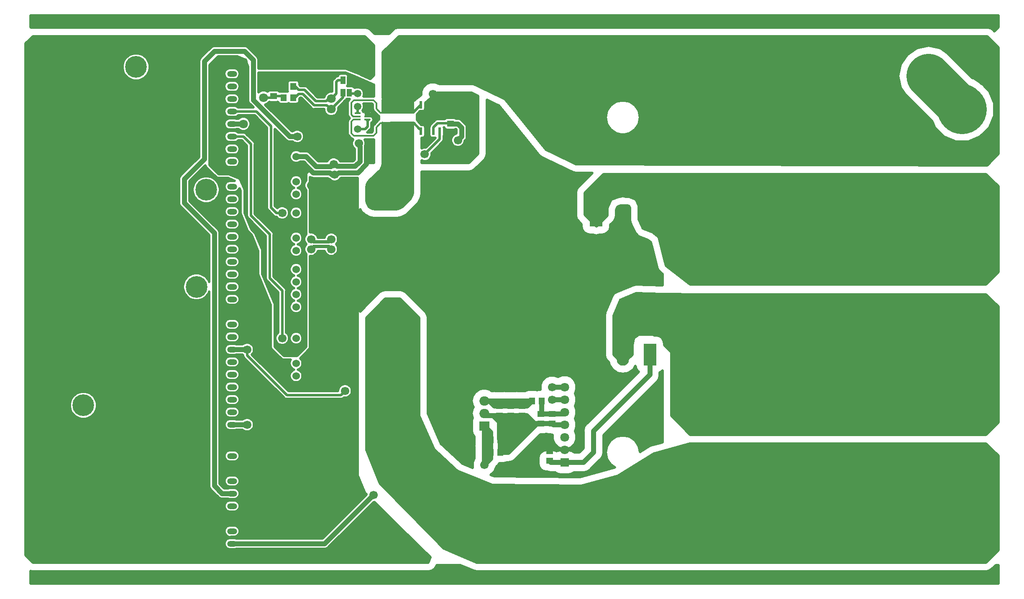
<source format=gbr>
G04 #@! TF.GenerationSoftware,KiCad,Pcbnew,(5.0.0-rc2-dev-586-g888c43477)*
G04 #@! TF.CreationDate,2018-06-04T00:08:36-03:00*
G04 #@! TF.ProjectId,Mcc18,4D636331382E6B696361645F70636200,rev?*
G04 #@! TF.SameCoordinates,Original*
G04 #@! TF.FileFunction,Copper,L2,Bot,Signal*
G04 #@! TF.FilePolarity,Positive*
%FSLAX46Y46*%
G04 Gerber Fmt 4.6, Leading zero omitted, Abs format (unit mm)*
G04 Created by KiCad (PCBNEW (5.0.0-rc2-dev-586-g888c43477)) date 06/04/18 00:08:36*
%MOMM*%
%LPD*%
G01*
G04 APERTURE LIST*
%ADD10C,1.524000*%
%ADD11C,4.400000*%
%ADD12R,1.000000X1.500000*%
%ADD13R,1.295000X1.400000*%
%ADD14R,1.400000X1.295000*%
%ADD15R,6.640000X2.932000*%
%ADD16R,1.168400X0.342900*%
%ADD17R,0.600000X1.550000*%
%ADD18R,2.500000X4.500000*%
%ADD19O,2.500000X4.500000*%
%ADD20C,1.800000*%
%ADD21R,1.800000X1.800000*%
%ADD22C,5.000000*%
%ADD23O,2.000000X1.200000*%
%ADD24O,2.000000X1.905000*%
%ADD25R,2.000000X1.905000*%
%ADD26C,2.200000*%
%ADD27C,2.400000*%
%ADD28C,10.000000*%
%ADD29C,3.000000*%
%ADD30C,1.700000*%
%ADD31C,1.500000*%
%ADD32C,1.000000*%
%ADD33C,0.508000*%
%ADD34C,0.342900*%
%ADD35C,9.000000*%
%ADD36C,0.800000*%
%ADD37C,3.000000*%
%ADD38C,0.635000*%
%ADD39C,0.254000*%
G04 APERTURE END LIST*
D10*
X105410000Y-67056000D03*
X105410000Y-69596000D03*
X105410000Y-72136000D03*
X105410000Y-75946000D03*
X105410000Y-78486000D03*
X105410000Y-81026000D03*
X105410000Y-83566000D03*
X105410000Y-87376000D03*
X105410000Y-89916000D03*
X105410000Y-92456000D03*
X105410000Y-94996000D03*
X105410000Y-97536000D03*
X105410000Y-101346000D03*
X105410000Y-103886000D03*
X105410000Y-106426000D03*
X105410000Y-108966000D03*
X105410000Y-64516000D03*
D11*
X85267800Y-90932000D03*
D12*
X114920000Y-51562000D03*
X116220000Y-51562000D03*
X114920000Y-49022000D03*
X116220000Y-49022000D03*
D13*
X104853500Y-52578000D03*
X102918500Y-52578000D03*
X104853500Y-50292000D03*
X102918500Y-50292000D03*
D14*
X136652000Y-57863500D03*
X136652000Y-55928500D03*
X100838000Y-50340500D03*
X100838000Y-52275500D03*
D15*
X125984000Y-54351000D03*
X125984000Y-58933000D03*
D16*
X117894100Y-55738001D03*
X117894100Y-56388000D03*
X117894100Y-57037999D03*
X119849900Y-57037999D03*
X119849900Y-56388000D03*
X119849900Y-55738001D03*
D17*
X130683000Y-54008040D03*
X131953000Y-54008040D03*
X133223000Y-54008040D03*
X134493000Y-54008040D03*
X134493000Y-59408040D03*
X133223000Y-59408040D03*
X131953000Y-59408040D03*
X130683000Y-59408040D03*
D18*
X177016000Y-104648000D03*
D19*
X171566000Y-104648000D03*
X166116000Y-104648000D03*
X177016000Y-76454000D03*
X171566000Y-76454000D03*
D18*
X166116000Y-76454000D03*
D20*
X159766000Y-123952000D03*
D21*
X159766000Y-126492000D03*
D20*
X159766000Y-111252000D03*
X159766000Y-121412000D03*
X159766000Y-118872000D03*
X159766000Y-113792000D03*
X159766000Y-116332000D03*
D22*
X124206000Y-100838000D03*
X124206000Y-71755000D03*
X153289000Y-100838000D03*
X153289000Y-71755000D03*
D11*
X62357000Y-114934000D03*
X73025000Y-46355000D03*
X87225274Y-71247000D03*
D23*
X92456000Y-45212000D03*
X92456000Y-47752000D03*
X92456000Y-50292000D03*
X92456000Y-52832000D03*
X92456000Y-55372000D03*
X92456000Y-57912000D03*
X92456000Y-60452000D03*
X92456000Y-62992000D03*
X92456000Y-65532000D03*
X92456000Y-70612000D03*
X92456000Y-73152000D03*
X92456000Y-75692000D03*
X92456000Y-78232000D03*
X92456000Y-80772000D03*
X92456000Y-83312000D03*
X92456000Y-85852000D03*
X92456000Y-88392000D03*
X92456000Y-90932000D03*
X92456000Y-93472000D03*
X92456000Y-96012000D03*
X92456000Y-98552000D03*
X92456000Y-101092000D03*
X92456000Y-103632000D03*
X92456000Y-106172000D03*
X92456000Y-108712000D03*
X92456000Y-111252000D03*
X92456000Y-113792000D03*
X92456000Y-116332000D03*
X92456000Y-118872000D03*
X92456000Y-125222000D03*
X92456000Y-127762000D03*
X92456000Y-130302000D03*
X92456000Y-132842000D03*
X92456000Y-135382000D03*
X92456000Y-137922000D03*
X92456000Y-140462000D03*
X92456000Y-143002000D03*
D14*
X146558000Y-115062000D03*
X146558000Y-116997000D03*
D24*
X143510000Y-114046000D03*
X143510000Y-116586000D03*
D25*
X143510000Y-119126000D03*
D26*
X220218000Y-74182000D03*
X220218000Y-59182000D03*
X230378000Y-74182000D03*
X230378000Y-59182000D03*
X210058000Y-74182000D03*
X210058000Y-59182000D03*
D13*
X155145500Y-114046000D03*
X153210500Y-114046000D03*
D14*
X148844000Y-116997000D03*
X148844000Y-115062000D03*
D13*
X144780000Y-124460000D03*
X146715000Y-124460000D03*
D14*
X154940000Y-118618000D03*
X154940000Y-116683000D03*
X151130000Y-115062000D03*
X151130000Y-116997000D03*
X157226000Y-118618000D03*
X157226000Y-116683000D03*
D13*
X146715000Y-121920000D03*
X144780000Y-121920000D03*
D27*
X214630000Y-107628000D03*
X214630000Y-135128000D03*
X227330000Y-104648000D03*
X227330000Y-77148000D03*
X214630000Y-77148000D03*
X214630000Y-104648000D03*
X201930000Y-104648000D03*
X201930000Y-77148000D03*
X227330000Y-107628000D03*
X227330000Y-135128000D03*
X189230000Y-104648000D03*
X189230000Y-77148000D03*
X201930000Y-107628000D03*
X201930000Y-135128000D03*
D28*
X240202000Y-129972000D03*
X240202000Y-104972000D03*
X240202000Y-79972000D03*
X240202000Y-54972000D03*
D29*
X233273600Y-47371000D03*
X210820000Y-47371000D03*
D14*
X156718000Y-126189500D03*
X156718000Y-124254500D03*
D30*
X105664000Y-60452000D03*
X94716600Y-45283120D03*
X133096000Y-51816000D03*
D20*
X98806000Y-50292000D03*
D31*
X119888000Y-54356000D03*
X119888000Y-51816000D03*
D30*
X140970000Y-61468000D03*
X113226505Y-68202801D03*
X131445006Y-61468000D03*
D31*
X121666000Y-56642000D03*
D30*
X120314022Y-61837200D03*
D31*
X117856000Y-58928000D03*
D30*
X138176000Y-61214000D03*
X113030000Y-66040000D03*
X118110000Y-61837200D03*
X191262000Y-68834000D03*
X191262000Y-120142000D03*
X148747000Y-119888000D03*
X157226000Y-111252000D03*
X115316000Y-109982000D03*
X115316000Y-114554000D03*
X112522000Y-70866000D03*
X118364000Y-132842000D03*
X108458000Y-70358000D03*
X143510000Y-127000000D03*
X121057396Y-133125570D03*
X102616000Y-75946000D03*
X102616000Y-101346000D03*
D20*
X98806000Y-52578000D03*
X94742000Y-57912000D03*
D30*
X95504000Y-103632000D03*
X157226000Y-113792000D03*
X115316000Y-112014000D03*
X95504000Y-118872000D03*
X191262000Y-123444000D03*
X135382000Y-140970000D03*
X146050000Y-140970000D03*
X185674000Y-128778000D03*
X185674000Y-137414000D03*
X191262000Y-65532000D03*
X133350000Y-45466000D03*
X128778000Y-42926000D03*
X139446000Y-45466000D03*
X108458000Y-83298400D03*
X112522000Y-83298400D03*
X108458000Y-81293600D03*
X112522000Y-81293600D03*
D20*
X112522000Y-52795600D03*
X112522000Y-54900403D03*
D30*
X131445000Y-64071500D03*
D31*
X117856000Y-54356002D03*
X117854038Y-51759750D03*
D32*
X88900000Y-131286000D02*
X90456000Y-132842000D01*
X88900000Y-80010000D02*
X88900000Y-131286000D01*
X90456000Y-132842000D02*
X92456000Y-132842000D01*
X82804000Y-73914000D02*
X88900000Y-80010000D01*
X86868000Y-45212000D02*
X86868000Y-65024000D01*
X104140000Y-60452000D02*
X96774000Y-53086000D01*
X86868000Y-65024000D02*
X82804000Y-69088000D01*
X105664000Y-60452000D02*
X104140000Y-60452000D01*
X96774000Y-53086000D02*
X96774000Y-44958000D01*
X96774000Y-44958000D02*
X94996000Y-43180000D01*
X94996000Y-43180000D02*
X88900000Y-43180000D01*
X82804000Y-69088000D02*
X82804000Y-73914000D01*
X88900000Y-43180000D02*
X86868000Y-45212000D01*
X146558000Y-115062000D02*
X148844000Y-115062000D01*
X152194500Y-115062000D02*
X153210500Y-114046000D01*
X151130000Y-115062000D02*
X152194500Y-115062000D01*
X145542000Y-114046000D02*
X146558000Y-115062000D01*
X143510000Y-114046000D02*
X145542000Y-114046000D01*
X146558000Y-115062000D02*
X147574000Y-114046000D01*
X147828000Y-114046000D02*
X148844000Y-115062000D01*
X147574000Y-114046000D02*
X147828000Y-114046000D01*
X149606000Y-115062000D02*
X149606000Y-114554000D01*
X147574000Y-114046000D02*
X150114000Y-114046000D01*
X149606000Y-114554000D02*
X150114000Y-114046000D01*
X149606000Y-115062000D02*
X151130000Y-115062000D01*
X148844000Y-115062000D02*
X149606000Y-115062000D01*
X151130000Y-115062000D02*
X150114000Y-114046000D01*
X151130000Y-115062000D02*
X152146000Y-114046000D01*
X150114000Y-114046000D02*
X152146000Y-114046000D01*
X152146000Y-114046000D02*
X153210500Y-114046000D01*
X146558000Y-115062000D02*
X145542000Y-115062000D01*
X145542000Y-115062000D02*
X144526000Y-114046000D01*
X143510000Y-114046000D02*
X144526000Y-114046000D01*
X144526000Y-114046000D02*
X147574000Y-114046000D01*
X94645480Y-45212000D02*
X94716600Y-45283120D01*
X92456000Y-45212000D02*
X94645480Y-45212000D01*
D33*
X135207780Y-55824360D02*
X136415780Y-55824360D01*
X132961018Y-55824360D02*
X135207780Y-55824360D01*
X131955540Y-54818882D02*
X132961018Y-55824360D01*
X131955540Y-54008040D02*
X131955540Y-54818882D01*
X133223000Y-54008040D02*
X133223000Y-51943000D01*
X133223000Y-51943000D02*
X133096000Y-51816000D01*
X101140500Y-50292000D02*
X99314000Y-50292000D01*
X102870000Y-50340500D02*
X102918500Y-50292000D01*
X100838000Y-50340500D02*
X102870000Y-50340500D01*
D34*
X120357900Y-54394100D02*
X120319800Y-54356000D01*
X119849900Y-54394100D02*
X119888000Y-54356000D01*
X117062900Y-49022000D02*
X116220000Y-49022000D01*
X117094000Y-49022000D02*
X117062900Y-49022000D01*
D32*
X140970000Y-61214000D02*
X140970000Y-61468000D01*
X140242810Y-60486810D02*
X140970000Y-61214000D01*
X140242810Y-57438810D02*
X140242810Y-60486810D01*
X136652000Y-55928500D02*
X138732500Y-55928500D01*
X138732500Y-55928500D02*
X140242810Y-57438810D01*
X108136721Y-67056000D02*
X105410000Y-67056000D01*
X108933531Y-67852810D02*
X108136721Y-67056000D01*
X112302810Y-67852810D02*
X108933531Y-67852810D01*
X113226505Y-68202801D02*
X112652801Y-68202801D01*
X112652801Y-68202801D02*
X112302810Y-67852810D01*
D33*
X119888000Y-54356000D02*
X119888000Y-55333900D01*
D34*
X119849900Y-55738001D02*
X119849900Y-55372000D01*
X119849900Y-55372000D02*
X119849900Y-54394100D01*
X119849900Y-55372000D02*
X119849900Y-55410100D01*
X119849900Y-55410100D02*
X119634000Y-55626000D01*
X119849900Y-55410100D02*
X119926100Y-55410100D01*
X119926100Y-55410100D02*
X120142000Y-55626000D01*
X119849900Y-55738001D02*
X119849900Y-56388000D01*
D33*
X116220000Y-49022000D02*
X117094000Y-49022000D01*
X117094000Y-49022000D02*
X119888000Y-51816000D01*
X131953000Y-60960006D02*
X131445006Y-61468000D01*
X131953000Y-59408040D02*
X131953000Y-60960006D01*
D34*
X119849900Y-56388000D02*
X121659178Y-56388000D01*
X121659178Y-56388000D02*
X121661661Y-56390483D01*
D32*
X120314022Y-61837200D02*
X120280800Y-61837200D01*
X120314022Y-61837200D02*
X120314022Y-62057978D01*
X120314022Y-62057978D02*
X119888000Y-62484000D01*
X113661199Y-68202801D02*
X113226505Y-68202801D01*
X120314022Y-61837200D02*
X120314022Y-62082284D01*
X119668810Y-62727496D02*
X119668810Y-66072469D01*
X119668810Y-66072469D02*
X117923279Y-67818000D01*
X117923279Y-67818000D02*
X114046000Y-67818000D01*
X120314022Y-62082284D02*
X119668810Y-62727496D01*
X114046000Y-67818000D02*
X113661199Y-68202801D01*
D33*
X135207780Y-57759360D02*
X136415780Y-57759360D01*
X134063378Y-57759360D02*
X135207780Y-57759360D01*
X133225540Y-58597198D02*
X134063378Y-57759360D01*
X133225540Y-59408040D02*
X133225540Y-58597198D01*
D32*
X136568420Y-57912000D02*
X136415780Y-57759360D01*
D34*
X119945150Y-57037999D02*
X120357900Y-57037999D01*
D32*
X112432200Y-66548000D02*
X109474000Y-66548000D01*
X107442000Y-64516000D02*
X105410000Y-64516000D01*
X109474000Y-66548000D02*
X107442000Y-64516000D01*
X136704500Y-57863500D02*
X136753000Y-57912000D01*
X136652000Y-57863500D02*
X136704500Y-57863500D01*
X138938000Y-58674000D02*
X138938000Y-60452000D01*
X138176000Y-57912000D02*
X138938000Y-58674000D01*
X136753000Y-57912000D02*
X138176000Y-57912000D01*
X138938000Y-60452000D02*
X138176000Y-61214000D01*
X112940200Y-66040000D02*
X112432200Y-66548000D01*
X113030000Y-66040000D02*
X112940200Y-66040000D01*
D33*
X117856000Y-58928000D02*
X119126000Y-58928000D01*
X119126000Y-58928000D02*
X119380000Y-58928000D01*
X119380000Y-58928000D02*
X119888000Y-58420000D01*
X119888000Y-58420000D02*
X119888000Y-57404000D01*
D34*
X119888000Y-57076099D02*
X119849900Y-57037999D01*
X119888000Y-57404000D02*
X119888000Y-57076099D01*
X119888000Y-57404000D02*
X119634000Y-57150000D01*
X119888000Y-57404000D02*
X120142000Y-57150000D01*
D32*
X113284000Y-66040000D02*
X113030000Y-66040000D01*
X118364000Y-62484000D02*
X118364000Y-65532000D01*
X118110000Y-62230000D02*
X118364000Y-62484000D01*
X118364000Y-65532000D02*
X117382808Y-66513192D01*
X118110000Y-61837200D02*
X118110000Y-62230000D01*
X117382808Y-66513192D02*
X113757192Y-66513192D01*
X113757192Y-66513192D02*
X113284000Y-66040000D01*
X155145500Y-116477500D02*
X154940000Y-116683000D01*
X155145500Y-114046000D02*
X155145500Y-116477500D01*
X159415000Y-116683000D02*
X159766000Y-116332000D01*
X157226000Y-116683000D02*
X159415000Y-116683000D01*
X157226000Y-116683000D02*
X154940000Y-116683000D01*
D35*
X240202000Y-54972000D02*
X240202000Y-54299400D01*
X240202000Y-54972000D02*
X233426000Y-48196000D01*
D33*
X177016000Y-107406000D02*
X177016000Y-104648000D01*
D36*
X177016000Y-104648000D02*
X177016000Y-108177500D01*
D32*
X165608000Y-124460000D02*
X163576000Y-126492000D01*
X165608000Y-120142000D02*
X165608000Y-124460000D01*
X163576000Y-126492000D02*
X159766000Y-126492000D01*
X177016000Y-104648000D02*
X177016000Y-108734000D01*
X177016000Y-108734000D02*
X165608000Y-120142000D01*
X157020500Y-126492000D02*
X156718000Y-126189500D01*
X159766000Y-126492000D02*
X157020500Y-126492000D01*
X146715000Y-124460000D02*
X146715000Y-121920000D01*
X146558000Y-121763000D02*
X146715000Y-121920000D01*
X146558000Y-116997000D02*
X146558000Y-121763000D01*
X143921000Y-116997000D02*
X143510000Y-116586000D01*
X157480000Y-118872000D02*
X157226000Y-118618000D01*
X159766000Y-118872000D02*
X157480000Y-118872000D01*
X157226000Y-118618000D02*
X154940000Y-118618000D01*
X152751000Y-118618000D02*
X151130000Y-116997000D01*
X154940000Y-118618000D02*
X152751000Y-118618000D01*
X150017000Y-118618000D02*
X148747000Y-119888000D01*
X146715000Y-119126000D02*
X148844000Y-116997000D01*
X146715000Y-121920000D02*
X146715000Y-119126000D01*
X146558000Y-116997000D02*
X147574000Y-116997000D01*
X146715000Y-117856000D02*
X147574000Y-116997000D01*
X147574000Y-116997000D02*
X151130000Y-116997000D01*
X146838500Y-120650000D02*
X146715000Y-120650000D01*
X146715000Y-121920000D02*
X146715000Y-120650000D01*
X148844000Y-118644500D02*
X146838500Y-120650000D01*
X146715000Y-120650000D02*
X146715000Y-117856000D01*
X147574000Y-119126000D02*
X148844000Y-117856000D01*
X146715000Y-119126000D02*
X147574000Y-119126000D01*
X148844000Y-116997000D02*
X148844000Y-117856000D01*
X148844000Y-117856000D02*
X148844000Y-118644500D01*
X148844000Y-118644500D02*
X148844000Y-118618000D01*
X148844000Y-118618000D02*
X149606000Y-117856000D01*
X149606000Y-117856000D02*
X151384000Y-117856000D01*
X146558000Y-118267000D02*
X145288000Y-116997000D01*
X146558000Y-118969000D02*
X146558000Y-118267000D01*
X146558000Y-116997000D02*
X145288000Y-116997000D01*
X146715000Y-119126000D02*
X146558000Y-118969000D01*
X145288000Y-116997000D02*
X143921000Y-116997000D01*
X151130000Y-116997000D02*
X152049000Y-116997000D01*
X152049000Y-116997000D02*
X153670000Y-118618000D01*
X154940000Y-118618000D02*
X153670000Y-118618000D01*
X153670000Y-118618000D02*
X150017000Y-118618000D01*
X150857000Y-118618000D02*
X154940000Y-118618000D01*
X146715000Y-122760000D02*
X150857000Y-118618000D01*
X146715000Y-124460000D02*
X148362500Y-124460000D01*
X153670000Y-119126000D02*
X154178000Y-118618000D01*
X153670000Y-119152500D02*
X153670000Y-119126000D01*
X147066000Y-124460000D02*
X146715000Y-124460000D01*
X152400000Y-119126000D02*
X147066000Y-124460000D01*
X146715000Y-123698000D02*
X146812000Y-123698000D01*
X146715000Y-123698000D02*
X146715000Y-122760000D01*
X151384000Y-119126000D02*
X152400000Y-119126000D01*
X146812000Y-123698000D02*
X151384000Y-119126000D01*
X153672304Y-119126000D02*
X152400000Y-119126000D01*
X148362500Y-124460000D02*
X153672304Y-119126000D01*
X153672304Y-119126000D02*
X154178000Y-118618000D01*
X148747000Y-119888000D02*
X146715000Y-121920000D01*
D33*
X94996000Y-96012000D02*
X92456000Y-96012000D01*
X97536000Y-98552000D02*
X94996000Y-96012000D01*
X103886000Y-111506000D02*
X97536000Y-105156000D01*
X97536000Y-105156000D02*
X97536000Y-98552000D01*
X115316000Y-109982000D02*
X114046000Y-109982000D01*
X112522000Y-111506000D02*
X103886000Y-111506000D01*
X114046000Y-109982000D02*
X112522000Y-111506000D01*
D32*
X157226000Y-111252000D02*
X159766000Y-111252000D01*
X144780000Y-125730000D02*
X144780000Y-123190000D01*
X144780000Y-123190000D02*
X143510000Y-123190000D01*
X143510000Y-123190000D02*
X143510000Y-119126000D01*
X144780000Y-125730000D02*
X143510000Y-127000000D01*
X143510000Y-127000000D02*
X143510000Y-123190000D01*
X144018000Y-124968000D02*
X144780000Y-125730000D01*
X143510000Y-119126000D02*
X144780000Y-120396000D01*
X144780000Y-120396000D02*
X144780000Y-123190000D01*
X143510000Y-119126000D02*
X143510000Y-120142000D01*
X143510000Y-120142000D02*
X144018000Y-120650000D01*
X144780000Y-121920000D02*
X144018000Y-121920000D01*
X144018000Y-120650000D02*
X144018000Y-121920000D01*
X144272000Y-124460000D02*
X144018000Y-124206000D01*
X144780000Y-124460000D02*
X144272000Y-124460000D01*
X144018000Y-124206000D02*
X144018000Y-124968000D01*
X144018000Y-123698000D02*
X144018000Y-124206000D01*
X144018000Y-121920000D02*
X144018000Y-122428000D01*
X144018000Y-125730000D02*
X144780000Y-125730000D01*
X111180966Y-143002000D02*
X121057396Y-133125570D01*
X92456000Y-143002000D02*
X111180966Y-143002000D01*
D33*
X101413919Y-75946000D02*
X102616000Y-75946000D01*
X100330000Y-74862081D02*
X101413919Y-75946000D01*
X100330000Y-58361580D02*
X100330000Y-74862081D01*
X92456000Y-55372000D02*
X97340420Y-55372000D01*
X97340420Y-55372000D02*
X100330000Y-58361580D01*
X94742000Y-60452000D02*
X92456000Y-60452000D01*
X102616000Y-91694000D02*
X100076000Y-89154000D01*
X102616000Y-101346000D02*
X102616000Y-91694000D01*
X100076000Y-89154000D02*
X100076000Y-80264000D01*
X100076000Y-80264000D02*
X96266000Y-76454000D01*
X96266000Y-76454000D02*
X96266000Y-61976000D01*
X96266000Y-61976000D02*
X94742000Y-60452000D01*
X101140500Y-52578000D02*
X99314000Y-52578000D01*
X102616000Y-52275500D02*
X102918500Y-52578000D01*
X100838000Y-52275500D02*
X102616000Y-52275500D01*
D32*
X94742000Y-57912000D02*
X92456000Y-57912000D01*
D33*
X95504000Y-103632000D02*
X95504000Y-104834081D01*
X95504000Y-104834081D02*
X103533918Y-112863999D01*
X114466001Y-112863999D02*
X115316000Y-112014000D01*
X103533918Y-112863999D02*
X114466001Y-112863999D01*
D32*
X94456000Y-103632000D02*
X92456000Y-103632000D01*
X92456000Y-103632000D02*
X95504000Y-103632000D01*
X159766000Y-113792000D02*
X157226000Y-113792000D01*
X92456000Y-118872000D02*
X95504000Y-118872000D01*
X208915000Y-45466000D02*
X210820000Y-47371000D01*
X133350000Y-45466000D02*
X208915000Y-45466000D01*
X222631000Y-59182000D02*
X230378000Y-59182000D01*
X210820000Y-47371000D02*
X222631000Y-59182000D01*
D34*
X125481000Y-53848000D02*
X125984000Y-54351000D01*
X125984000Y-54351000D02*
X124130000Y-54351000D01*
X124130000Y-54351000D02*
X122865000Y-53086000D01*
D37*
X126037340Y-54198600D02*
X126037340Y-52778660D01*
X126037340Y-52778660D02*
X133350000Y-45466000D01*
D34*
X124020500Y-54351000D02*
X122809000Y-55562500D01*
X125984000Y-54351000D02*
X124020500Y-54351000D01*
X122697015Y-55610985D02*
X123957000Y-54351000D01*
X123957000Y-54351000D02*
X125984000Y-54351000D01*
X116967000Y-56388000D02*
X116586000Y-56007000D01*
X117894100Y-56388000D02*
X116967000Y-56388000D01*
X116586000Y-56007000D02*
X116586000Y-53594000D01*
X116586000Y-53594000D02*
X117094000Y-53086000D01*
X121056100Y-53086000D02*
X121666000Y-53695900D01*
X117094000Y-53086000D02*
X121056100Y-53086000D01*
X122449837Y-55610985D02*
X122697015Y-55610985D01*
X121666000Y-53695900D02*
X121666000Y-54827148D01*
X121666000Y-54827148D02*
X122449837Y-55610985D01*
D33*
X129131080Y-55562500D02*
X130685540Y-54008040D01*
X126037340Y-54198600D02*
X127401240Y-55562500D01*
X127401240Y-55562500D02*
X129131080Y-55562500D01*
X92075000Y-140716000D02*
X91948000Y-140843000D01*
D38*
X108458000Y-83298400D02*
X108990500Y-82765900D01*
X111989500Y-82765900D02*
X112522000Y-83298400D01*
X108990500Y-82765900D02*
X111989500Y-82765900D01*
X108458000Y-81293600D02*
X108990500Y-81826100D01*
X108990500Y-81826100D02*
X111989500Y-81826100D01*
X111989500Y-81826100D02*
X112522000Y-81293600D01*
D33*
X112522000Y-52795600D02*
X112304400Y-52795600D01*
X112522000Y-52795600D02*
X112050400Y-52795600D01*
X112050400Y-52795600D02*
X111556790Y-53289210D01*
X105962409Y-51003210D02*
X105156000Y-50196801D01*
X107137210Y-51003210D02*
X105962409Y-51003210D01*
X107137210Y-51003210D02*
X109423210Y-53289210D01*
X111556790Y-53289210D02*
X109423210Y-53289210D01*
X113912000Y-49022000D02*
X113538000Y-49396000D01*
X114920000Y-49022000D02*
X113912000Y-49022000D01*
X113538000Y-51779600D02*
X112522000Y-52795600D01*
X113538000Y-49396000D02*
X113538000Y-51779600D01*
X105918000Y-51816000D02*
X105156000Y-52578000D01*
X106800542Y-51816000D02*
X105918000Y-51816000D01*
X109086542Y-54102000D02*
X106800542Y-51816000D01*
X111622001Y-54102000D02*
X109086542Y-54102000D01*
X112522000Y-54900403D02*
X112420404Y-54900403D01*
X112420404Y-54900403D02*
X111622001Y-54102000D01*
X114920000Y-52502403D02*
X112522000Y-54900403D01*
X114920000Y-51562000D02*
X114920000Y-52502403D01*
X134493000Y-59408040D02*
X134493000Y-61023500D01*
X134493000Y-61023500D02*
X132294999Y-63221501D01*
X132294999Y-63221501D02*
X131445000Y-64071500D01*
D34*
X117894100Y-54394102D02*
X117856000Y-54356002D01*
X116417750Y-51759750D02*
X116220000Y-51562000D01*
X117894100Y-55738001D02*
X117894100Y-55372000D01*
X117894100Y-55372000D02*
X117894100Y-54394102D01*
D33*
X117856000Y-54356002D02*
X117856000Y-55333900D01*
D34*
X117894100Y-55372000D02*
X117856000Y-55372000D01*
X117894100Y-55410100D02*
X117894100Y-55738001D01*
X117856000Y-55372000D02*
X117894100Y-55410100D01*
X117856000Y-55372000D02*
X117602000Y-55626000D01*
X117856000Y-55372000D02*
X118110000Y-55626000D01*
D33*
X117854038Y-51759750D02*
X116417750Y-51759750D01*
D37*
X124388880Y-71572120D02*
X124206000Y-71755000D01*
X124206000Y-71755000D02*
X124206000Y-60611940D01*
D34*
X125481000Y-59436000D02*
X125984000Y-58933000D01*
X125984000Y-58933000D02*
X124719000Y-60198000D01*
X124147500Y-58933000D02*
X122831234Y-57616734D01*
X125984000Y-58933000D02*
X124147500Y-58933000D01*
X121081500Y-60325000D02*
X121691400Y-59715100D01*
X117119400Y-60325000D02*
X121081500Y-60325000D01*
X117919500Y-57023000D02*
X116992400Y-57023000D01*
X116992400Y-57023000D02*
X116611400Y-57404000D01*
X116611400Y-57404000D02*
X116611400Y-59817000D01*
X121691400Y-58583852D02*
X122475237Y-57800015D01*
X122475237Y-57800015D02*
X122722415Y-57800015D01*
X121691400Y-59715100D02*
X121691400Y-58583852D01*
X116611400Y-59817000D02*
X117119400Y-60325000D01*
X125984000Y-58933000D02*
X124682352Y-57631352D01*
D33*
X130683000Y-59405500D02*
X130685540Y-59408040D01*
X130683000Y-58928000D02*
X130683000Y-59405500D01*
X130429000Y-58928000D02*
X130683000Y-58928000D01*
X129222500Y-57721500D02*
X130429000Y-58928000D01*
X126037340Y-58780600D02*
X127096440Y-57721500D01*
X127096440Y-57721500D02*
X129222500Y-57721500D01*
G36*
X146471916Y-54224516D02*
X154656644Y-64298029D01*
X155182549Y-64712167D01*
X161395092Y-67679803D01*
X162047728Y-67828636D01*
X165400736Y-67838002D01*
X162498369Y-70740369D01*
X162168008Y-71234790D01*
X162052000Y-71818000D01*
X162052000Y-76454000D01*
X162168008Y-77037210D01*
X162498369Y-77531631D01*
X163208553Y-78241815D01*
X163208553Y-78704000D01*
X163334719Y-79338278D01*
X163694008Y-79875992D01*
X164231722Y-80235281D01*
X164866000Y-80361447D01*
X165472110Y-80361447D01*
X165532790Y-80401992D01*
X166116000Y-80518000D01*
X166243000Y-80518000D01*
X166826210Y-80401992D01*
X166886890Y-80361447D01*
X167366000Y-80361447D01*
X168000278Y-80235281D01*
X168537992Y-79875992D01*
X168897281Y-79338278D01*
X169023447Y-78704000D01*
X169023447Y-78368815D01*
X169733631Y-77658631D01*
X170063992Y-77164210D01*
X170180000Y-76581000D01*
X170180000Y-75369167D01*
X170457419Y-74699419D01*
X171127167Y-74422000D01*
X172460438Y-74422000D01*
X172823581Y-74572419D01*
X172974000Y-74935562D01*
X172974000Y-77315118D01*
X173113426Y-77951932D01*
X174002426Y-79884814D01*
X174395192Y-80405106D01*
X174512787Y-80505902D01*
X174975849Y-80778133D01*
X176545031Y-81358611D01*
X177222816Y-81881742D01*
X178614287Y-87194631D01*
X178766593Y-87566781D01*
X179157399Y-88014957D01*
X179578000Y-88339587D01*
X179578000Y-90589162D01*
X179415011Y-90587310D01*
X174221773Y-90469283D01*
X173619971Y-90578362D01*
X170247825Y-91930472D01*
X169737369Y-92267369D01*
X169407008Y-92761790D01*
X168010008Y-96134446D01*
X167894000Y-96717656D01*
X167894000Y-104775000D01*
X168010008Y-105358210D01*
X168340369Y-105852631D01*
X168757800Y-106270062D01*
X168857244Y-106770002D01*
X169492808Y-107721191D01*
X170443997Y-108356756D01*
X171566000Y-108579936D01*
X172688002Y-108356756D01*
X173639191Y-107721192D01*
X174127061Y-106991044D01*
X174234719Y-107532278D01*
X174594008Y-108069992D01*
X174728066Y-108159566D01*
X164317776Y-118569857D01*
X164148778Y-118682778D01*
X163701434Y-119352276D01*
X163584000Y-119942657D01*
X163584000Y-119942661D01*
X163544349Y-120142000D01*
X163584000Y-120341340D01*
X163584001Y-123621632D01*
X162737633Y-124468000D01*
X161726941Y-124468000D01*
X161260635Y-124156424D01*
X160666000Y-124038144D01*
X158866000Y-124038144D01*
X158271365Y-124156424D01*
X158179415Y-124217863D01*
X158012635Y-124106424D01*
X157418000Y-123988144D01*
X156018000Y-123988144D01*
X155423365Y-124106424D01*
X154919258Y-124443258D01*
X154582424Y-124947365D01*
X154464144Y-125542000D01*
X154464144Y-126837000D01*
X154582424Y-127431635D01*
X154919258Y-127935742D01*
X155423365Y-128272576D01*
X156018000Y-128390856D01*
X156219236Y-128390856D01*
X156230775Y-128398566D01*
X156821156Y-128516000D01*
X156821161Y-128516000D01*
X157020500Y-128555651D01*
X157219839Y-128516000D01*
X157805059Y-128516000D01*
X158271365Y-128827576D01*
X158866000Y-128945856D01*
X160666000Y-128945856D01*
X161260635Y-128827576D01*
X161726941Y-128516000D01*
X163376661Y-128516000D01*
X163576000Y-128555651D01*
X163775339Y-128516000D01*
X163775344Y-128516000D01*
X164365725Y-128398566D01*
X165035222Y-127951222D01*
X165148143Y-127782224D01*
X166898227Y-126032141D01*
X167067222Y-125919222D01*
X167514566Y-125249725D01*
X167632000Y-124659344D01*
X167632000Y-124659339D01*
X167671651Y-124460000D01*
X167632000Y-124260661D01*
X167632000Y-120980367D01*
X178306227Y-110306141D01*
X178475222Y-110193222D01*
X178685236Y-109878914D01*
X178922565Y-109523727D01*
X178922565Y-109523726D01*
X178922566Y-109523725D01*
X179040000Y-108933344D01*
X179040000Y-108933340D01*
X179079651Y-108734001D01*
X179040000Y-108534662D01*
X179040000Y-108335922D01*
X179437992Y-108069992D01*
X179578000Y-107860455D01*
X179578000Y-122413246D01*
X177283085Y-123065316D01*
X176898269Y-123234982D01*
X175034650Y-124387037D01*
X174792844Y-123171397D01*
X174035720Y-122038280D01*
X172902603Y-121281156D01*
X171903390Y-121082400D01*
X171228610Y-121082400D01*
X170229397Y-121281156D01*
X169096280Y-122038280D01*
X168339156Y-123171397D01*
X168073289Y-124508000D01*
X168339156Y-125844603D01*
X169096280Y-126977720D01*
X169936099Y-127538869D01*
X169916856Y-127550765D01*
X162931024Y-129498740D01*
X145523373Y-129328077D01*
X144794276Y-129037635D01*
X144854763Y-129012580D01*
X145522580Y-128344763D01*
X145872581Y-127499786D01*
X146070224Y-127302143D01*
X146239222Y-127189222D01*
X146556852Y-126713856D01*
X147362500Y-126713856D01*
X147957135Y-126595576D01*
X148124120Y-126484000D01*
X148165483Y-126484000D01*
X148367191Y-126523646D01*
X148759300Y-126444724D01*
X149152225Y-126366566D01*
X149154215Y-126365236D01*
X149156557Y-126364765D01*
X149488750Y-126141707D01*
X149821722Y-125919222D01*
X149935932Y-125748295D01*
X154842513Y-120819356D01*
X155640000Y-120819356D01*
X156083000Y-120731238D01*
X156526000Y-120819356D01*
X156895340Y-120819356D01*
X157280656Y-120896000D01*
X157280660Y-120896000D01*
X157350279Y-120909848D01*
X157342000Y-120929836D01*
X157342000Y-121894164D01*
X157711032Y-122785086D01*
X158392914Y-123466968D01*
X159283836Y-123836000D01*
X160248164Y-123836000D01*
X161139086Y-123466968D01*
X161820968Y-122785086D01*
X162190000Y-121894164D01*
X162190000Y-120929836D01*
X161863668Y-120142000D01*
X162190000Y-119354164D01*
X162190000Y-118389836D01*
X161863668Y-117602000D01*
X162190000Y-116814164D01*
X162190000Y-115849836D01*
X161863668Y-115062000D01*
X162190000Y-114274164D01*
X162190000Y-113309836D01*
X161863668Y-112522000D01*
X162190000Y-111734164D01*
X162190000Y-110769836D01*
X161820968Y-109878914D01*
X161139086Y-109197032D01*
X160248164Y-108828000D01*
X159283836Y-108828000D01*
X158430672Y-109181392D01*
X157698218Y-108878000D01*
X156753782Y-108878000D01*
X155881237Y-109239420D01*
X155213420Y-109907237D01*
X154852000Y-110779782D01*
X154852000Y-111724218D01*
X154880136Y-111792144D01*
X154498000Y-111792144D01*
X154178000Y-111855796D01*
X153858000Y-111792144D01*
X152563000Y-111792144D01*
X151968365Y-111910424D01*
X151801380Y-112022000D01*
X150313339Y-112022000D01*
X150114000Y-111982349D01*
X150113999Y-111982349D01*
X149914660Y-112022000D01*
X148027339Y-112022000D01*
X147828000Y-111982349D01*
X147701000Y-112007611D01*
X147574000Y-111982349D01*
X147374661Y-112022000D01*
X145741339Y-112022000D01*
X145542000Y-111982349D01*
X145342661Y-112022000D01*
X144985952Y-112022000D01*
X144523782Y-111713188D01*
X143801412Y-111569500D01*
X143218588Y-111569500D01*
X142496218Y-111713188D01*
X141677043Y-112260543D01*
X141129688Y-113079718D01*
X140937483Y-114046000D01*
X141129688Y-115012282D01*
X141332626Y-115316000D01*
X141129688Y-115619718D01*
X140937483Y-116586000D01*
X141121085Y-117509032D01*
X141074424Y-117578865D01*
X140956144Y-118173500D01*
X140956144Y-120078500D01*
X141074424Y-120673135D01*
X141411258Y-121177242D01*
X141486000Y-121227183D01*
X141486000Y-122990655D01*
X141446348Y-123190000D01*
X141486001Y-123389349D01*
X141486000Y-125682806D01*
X141136000Y-126527782D01*
X141136000Y-127472218D01*
X141189630Y-127601692D01*
X139121253Y-126777736D01*
X134757088Y-122725297D01*
X132080000Y-116586167D01*
X132080000Y-97091000D01*
X131963992Y-96507790D01*
X131633631Y-96013369D01*
X127633631Y-92013369D01*
X127139210Y-91683008D01*
X126556000Y-91567000D01*
X123380000Y-91567000D01*
X122796790Y-91683008D01*
X122302369Y-92013369D01*
X118364000Y-95951738D01*
X118364000Y-75236059D01*
X118438878Y-75365751D01*
X118756715Y-75779965D01*
X119038035Y-76061285D01*
X119452249Y-76379122D01*
X119796790Y-76578043D01*
X120279152Y-76777844D01*
X120663441Y-76880814D01*
X121181079Y-76948962D01*
X121380000Y-76962000D01*
X125663573Y-76962000D01*
X125862494Y-76948962D01*
X126380132Y-76880814D01*
X126764421Y-76777844D01*
X127246783Y-76578043D01*
X127591326Y-76379121D01*
X128005539Y-76061284D01*
X128155417Y-75929845D01*
X129777845Y-74307417D01*
X129909284Y-74157539D01*
X130227121Y-73743326D01*
X130426043Y-73398783D01*
X130625844Y-72916421D01*
X130728814Y-72532132D01*
X130796962Y-72014494D01*
X130810000Y-71815573D01*
X130810000Y-67564000D01*
X140494000Y-67564000D01*
X141077210Y-67447992D01*
X141571631Y-67117631D01*
X143571631Y-65117631D01*
X143901992Y-64623210D01*
X144018000Y-64040000D01*
X144018000Y-53063147D01*
X146471916Y-54224516D01*
X146471916Y-54224516D01*
G37*
X146471916Y-54224516D02*
X154656644Y-64298029D01*
X155182549Y-64712167D01*
X161395092Y-67679803D01*
X162047728Y-67828636D01*
X165400736Y-67838002D01*
X162498369Y-70740369D01*
X162168008Y-71234790D01*
X162052000Y-71818000D01*
X162052000Y-76454000D01*
X162168008Y-77037210D01*
X162498369Y-77531631D01*
X163208553Y-78241815D01*
X163208553Y-78704000D01*
X163334719Y-79338278D01*
X163694008Y-79875992D01*
X164231722Y-80235281D01*
X164866000Y-80361447D01*
X165472110Y-80361447D01*
X165532790Y-80401992D01*
X166116000Y-80518000D01*
X166243000Y-80518000D01*
X166826210Y-80401992D01*
X166886890Y-80361447D01*
X167366000Y-80361447D01*
X168000278Y-80235281D01*
X168537992Y-79875992D01*
X168897281Y-79338278D01*
X169023447Y-78704000D01*
X169023447Y-78368815D01*
X169733631Y-77658631D01*
X170063992Y-77164210D01*
X170180000Y-76581000D01*
X170180000Y-75369167D01*
X170457419Y-74699419D01*
X171127167Y-74422000D01*
X172460438Y-74422000D01*
X172823581Y-74572419D01*
X172974000Y-74935562D01*
X172974000Y-77315118D01*
X173113426Y-77951932D01*
X174002426Y-79884814D01*
X174395192Y-80405106D01*
X174512787Y-80505902D01*
X174975849Y-80778133D01*
X176545031Y-81358611D01*
X177222816Y-81881742D01*
X178614287Y-87194631D01*
X178766593Y-87566781D01*
X179157399Y-88014957D01*
X179578000Y-88339587D01*
X179578000Y-90589162D01*
X179415011Y-90587310D01*
X174221773Y-90469283D01*
X173619971Y-90578362D01*
X170247825Y-91930472D01*
X169737369Y-92267369D01*
X169407008Y-92761790D01*
X168010008Y-96134446D01*
X167894000Y-96717656D01*
X167894000Y-104775000D01*
X168010008Y-105358210D01*
X168340369Y-105852631D01*
X168757800Y-106270062D01*
X168857244Y-106770002D01*
X169492808Y-107721191D01*
X170443997Y-108356756D01*
X171566000Y-108579936D01*
X172688002Y-108356756D01*
X173639191Y-107721192D01*
X174127061Y-106991044D01*
X174234719Y-107532278D01*
X174594008Y-108069992D01*
X174728066Y-108159566D01*
X164317776Y-118569857D01*
X164148778Y-118682778D01*
X163701434Y-119352276D01*
X163584000Y-119942657D01*
X163584000Y-119942661D01*
X163544349Y-120142000D01*
X163584000Y-120341340D01*
X163584001Y-123621632D01*
X162737633Y-124468000D01*
X161726941Y-124468000D01*
X161260635Y-124156424D01*
X160666000Y-124038144D01*
X158866000Y-124038144D01*
X158271365Y-124156424D01*
X158179415Y-124217863D01*
X158012635Y-124106424D01*
X157418000Y-123988144D01*
X156018000Y-123988144D01*
X155423365Y-124106424D01*
X154919258Y-124443258D01*
X154582424Y-124947365D01*
X154464144Y-125542000D01*
X154464144Y-126837000D01*
X154582424Y-127431635D01*
X154919258Y-127935742D01*
X155423365Y-128272576D01*
X156018000Y-128390856D01*
X156219236Y-128390856D01*
X156230775Y-128398566D01*
X156821156Y-128516000D01*
X156821161Y-128516000D01*
X157020500Y-128555651D01*
X157219839Y-128516000D01*
X157805059Y-128516000D01*
X158271365Y-128827576D01*
X158866000Y-128945856D01*
X160666000Y-128945856D01*
X161260635Y-128827576D01*
X161726941Y-128516000D01*
X163376661Y-128516000D01*
X163576000Y-128555651D01*
X163775339Y-128516000D01*
X163775344Y-128516000D01*
X164365725Y-128398566D01*
X165035222Y-127951222D01*
X165148143Y-127782224D01*
X166898227Y-126032141D01*
X167067222Y-125919222D01*
X167514566Y-125249725D01*
X167632000Y-124659344D01*
X167632000Y-124659339D01*
X167671651Y-124460000D01*
X167632000Y-124260661D01*
X167632000Y-120980367D01*
X178306227Y-110306141D01*
X178475222Y-110193222D01*
X178685236Y-109878914D01*
X178922565Y-109523727D01*
X178922565Y-109523726D01*
X178922566Y-109523725D01*
X179040000Y-108933344D01*
X179040000Y-108933340D01*
X179079651Y-108734001D01*
X179040000Y-108534662D01*
X179040000Y-108335922D01*
X179437992Y-108069992D01*
X179578000Y-107860455D01*
X179578000Y-122413246D01*
X177283085Y-123065316D01*
X176898269Y-123234982D01*
X175034650Y-124387037D01*
X174792844Y-123171397D01*
X174035720Y-122038280D01*
X172902603Y-121281156D01*
X171903390Y-121082400D01*
X171228610Y-121082400D01*
X170229397Y-121281156D01*
X169096280Y-122038280D01*
X168339156Y-123171397D01*
X168073289Y-124508000D01*
X168339156Y-125844603D01*
X169096280Y-126977720D01*
X169936099Y-127538869D01*
X169916856Y-127550765D01*
X162931024Y-129498740D01*
X145523373Y-129328077D01*
X144794276Y-129037635D01*
X144854763Y-129012580D01*
X145522580Y-128344763D01*
X145872581Y-127499786D01*
X146070224Y-127302143D01*
X146239222Y-127189222D01*
X146556852Y-126713856D01*
X147362500Y-126713856D01*
X147957135Y-126595576D01*
X148124120Y-126484000D01*
X148165483Y-126484000D01*
X148367191Y-126523646D01*
X148759300Y-126444724D01*
X149152225Y-126366566D01*
X149154215Y-126365236D01*
X149156557Y-126364765D01*
X149488750Y-126141707D01*
X149821722Y-125919222D01*
X149935932Y-125748295D01*
X154842513Y-120819356D01*
X155640000Y-120819356D01*
X156083000Y-120731238D01*
X156526000Y-120819356D01*
X156895340Y-120819356D01*
X157280656Y-120896000D01*
X157280660Y-120896000D01*
X157350279Y-120909848D01*
X157342000Y-120929836D01*
X157342000Y-121894164D01*
X157711032Y-122785086D01*
X158392914Y-123466968D01*
X159283836Y-123836000D01*
X160248164Y-123836000D01*
X161139086Y-123466968D01*
X161820968Y-122785086D01*
X162190000Y-121894164D01*
X162190000Y-120929836D01*
X161863668Y-120142000D01*
X162190000Y-119354164D01*
X162190000Y-118389836D01*
X161863668Y-117602000D01*
X162190000Y-116814164D01*
X162190000Y-115849836D01*
X161863668Y-115062000D01*
X162190000Y-114274164D01*
X162190000Y-113309836D01*
X161863668Y-112522000D01*
X162190000Y-111734164D01*
X162190000Y-110769836D01*
X161820968Y-109878914D01*
X161139086Y-109197032D01*
X160248164Y-108828000D01*
X159283836Y-108828000D01*
X158430672Y-109181392D01*
X157698218Y-108878000D01*
X156753782Y-108878000D01*
X155881237Y-109239420D01*
X155213420Y-109907237D01*
X154852000Y-110779782D01*
X154852000Y-111724218D01*
X154880136Y-111792144D01*
X154498000Y-111792144D01*
X154178000Y-111855796D01*
X153858000Y-111792144D01*
X152563000Y-111792144D01*
X151968365Y-111910424D01*
X151801380Y-112022000D01*
X150313339Y-112022000D01*
X150114000Y-111982349D01*
X150113999Y-111982349D01*
X149914660Y-112022000D01*
X148027339Y-112022000D01*
X147828000Y-111982349D01*
X147701000Y-112007611D01*
X147574000Y-111982349D01*
X147374661Y-112022000D01*
X145741339Y-112022000D01*
X145542000Y-111982349D01*
X145342661Y-112022000D01*
X144985952Y-112022000D01*
X144523782Y-111713188D01*
X143801412Y-111569500D01*
X143218588Y-111569500D01*
X142496218Y-111713188D01*
X141677043Y-112260543D01*
X141129688Y-113079718D01*
X140937483Y-114046000D01*
X141129688Y-115012282D01*
X141332626Y-115316000D01*
X141129688Y-115619718D01*
X140937483Y-116586000D01*
X141121085Y-117509032D01*
X141074424Y-117578865D01*
X140956144Y-118173500D01*
X140956144Y-120078500D01*
X141074424Y-120673135D01*
X141411258Y-121177242D01*
X141486000Y-121227183D01*
X141486000Y-122990655D01*
X141446348Y-123190000D01*
X141486001Y-123389349D01*
X141486000Y-125682806D01*
X141136000Y-126527782D01*
X141136000Y-127472218D01*
X141189630Y-127601692D01*
X139121253Y-126777736D01*
X134757088Y-122725297D01*
X132080000Y-116586167D01*
X132080000Y-97091000D01*
X131963992Y-96507790D01*
X131633631Y-96013369D01*
X127633631Y-92013369D01*
X127139210Y-91683008D01*
X126556000Y-91567000D01*
X123380000Y-91567000D01*
X122796790Y-91683008D01*
X122302369Y-92013369D01*
X118364000Y-95951738D01*
X118364000Y-75236059D01*
X118438878Y-75365751D01*
X118756715Y-75779965D01*
X119038035Y-76061285D01*
X119452249Y-76379122D01*
X119796790Y-76578043D01*
X120279152Y-76777844D01*
X120663441Y-76880814D01*
X121181079Y-76948962D01*
X121380000Y-76962000D01*
X125663573Y-76962000D01*
X125862494Y-76948962D01*
X126380132Y-76880814D01*
X126764421Y-76777844D01*
X127246783Y-76578043D01*
X127591326Y-76379121D01*
X128005539Y-76061284D01*
X128155417Y-75929845D01*
X129777845Y-74307417D01*
X129909284Y-74157539D01*
X130227121Y-73743326D01*
X130426043Y-73398783D01*
X130625844Y-72916421D01*
X130728814Y-72532132D01*
X130796962Y-72014494D01*
X130810000Y-71815573D01*
X130810000Y-67564000D01*
X140494000Y-67564000D01*
X141077210Y-67447992D01*
X141571631Y-67117631D01*
X143571631Y-65117631D01*
X143901992Y-64623210D01*
X144018000Y-64040000D01*
X144018000Y-53063147D01*
X146471916Y-54224516D01*
G36*
X179383262Y-92365048D02*
X179386147Y-92365098D01*
X187385114Y-92455984D01*
X187388000Y-92456000D01*
X245068790Y-92456000D01*
X247575001Y-94962211D01*
X247575001Y-118397789D01*
X245068790Y-120904000D01*
X185207210Y-120904000D01*
X181356000Y-117052790D01*
X181356000Y-104267000D01*
X181336665Y-104169798D01*
X181281605Y-104087395D01*
X179923447Y-102729237D01*
X179923447Y-102398000D01*
X179797281Y-101763722D01*
X179437992Y-101226008D01*
X178900278Y-100866719D01*
X178266000Y-100740553D01*
X177934763Y-100740553D01*
X177852605Y-100658395D01*
X177770202Y-100603335D01*
X177673000Y-100584000D01*
X174927916Y-100584000D01*
X174830714Y-100603335D01*
X174785516Y-100627671D01*
X173847600Y-101262671D01*
X173777950Y-101333175D01*
X173740583Y-101424967D01*
X173486583Y-102743883D01*
X173482000Y-102791916D01*
X173482000Y-104669790D01*
X171577000Y-106574790D01*
X169672000Y-104669790D01*
X169672000Y-96768179D01*
X171008754Y-93540969D01*
X174233389Y-92248006D01*
X179383262Y-92365048D01*
X179383262Y-92365048D01*
G37*
X179383262Y-92365048D02*
X179386147Y-92365098D01*
X187385114Y-92455984D01*
X187388000Y-92456000D01*
X245068790Y-92456000D01*
X247575001Y-94962211D01*
X247575001Y-118397789D01*
X245068790Y-120904000D01*
X185207210Y-120904000D01*
X181356000Y-117052790D01*
X181356000Y-104267000D01*
X181336665Y-104169798D01*
X181281605Y-104087395D01*
X179923447Y-102729237D01*
X179923447Y-102398000D01*
X179797281Y-101763722D01*
X179437992Y-101226008D01*
X178900278Y-100866719D01*
X178266000Y-100740553D01*
X177934763Y-100740553D01*
X177852605Y-100658395D01*
X177770202Y-100603335D01*
X177673000Y-100584000D01*
X174927916Y-100584000D01*
X174830714Y-100603335D01*
X174785516Y-100627671D01*
X173847600Y-101262671D01*
X173777950Y-101333175D01*
X173740583Y-101424967D01*
X173486583Y-102743883D01*
X173482000Y-102791916D01*
X173482000Y-104669790D01*
X171577000Y-106574790D01*
X169672000Y-104669790D01*
X169672000Y-96768179D01*
X171008754Y-93540969D01*
X174233389Y-92248006D01*
X179383262Y-92365048D01*
G36*
X121158000Y-41983210D02*
X121158000Y-48027790D01*
X120423541Y-48762249D01*
X118680533Y-48040271D01*
X118656564Y-48016302D01*
X118475276Y-47895169D01*
X115656843Y-46727736D01*
X115443000Y-46685200D01*
X97832800Y-46685200D01*
X97832800Y-45010007D01*
X97837922Y-44958000D01*
X97832800Y-44905993D01*
X97832800Y-44905985D01*
X97817480Y-44750439D01*
X97806334Y-44713693D01*
X97756937Y-44550854D01*
X97698887Y-44442251D01*
X97658620Y-44366916D01*
X97587832Y-44280661D01*
X97559465Y-44246095D01*
X97559461Y-44246091D01*
X97526307Y-44205693D01*
X97485909Y-44172539D01*
X95781470Y-42468101D01*
X95748307Y-42427693D01*
X95587084Y-42295380D01*
X95403146Y-42197063D01*
X95203561Y-42136520D01*
X95048015Y-42121200D01*
X95048007Y-42121200D01*
X94996000Y-42116078D01*
X94943993Y-42121200D01*
X88952007Y-42121200D01*
X88900000Y-42116078D01*
X88847993Y-42121200D01*
X88847985Y-42121200D01*
X88710251Y-42134766D01*
X88692438Y-42136520D01*
X88492854Y-42197063D01*
X88308916Y-42295380D01*
X88147693Y-42427693D01*
X88114534Y-42468097D01*
X86156102Y-44426530D01*
X86115693Y-44459693D01*
X85983380Y-44620916D01*
X85914149Y-44750439D01*
X85885063Y-44804855D01*
X85830467Y-44984836D01*
X85824520Y-45004440D01*
X85809200Y-45159986D01*
X85809200Y-45159993D01*
X85804078Y-45212000D01*
X85809200Y-45264007D01*
X85809201Y-64585430D01*
X82092102Y-68302530D01*
X82051693Y-68335693D01*
X81919380Y-68496916D01*
X81821064Y-68680854D01*
X81821063Y-68680855D01*
X81760520Y-68880439D01*
X81758959Y-68896290D01*
X81745200Y-69035986D01*
X81745200Y-69035993D01*
X81740078Y-69088000D01*
X81745200Y-69140007D01*
X81745201Y-73861983D01*
X81740078Y-73914000D01*
X81760520Y-74121561D01*
X81821063Y-74321145D01*
X81821064Y-74321146D01*
X81919381Y-74505084D01*
X82051694Y-74666307D01*
X82092097Y-74699465D01*
X87841200Y-80448569D01*
X87841200Y-89935646D01*
X87712617Y-89625218D01*
X87410700Y-89173367D01*
X87026433Y-88789100D01*
X86574582Y-88487183D01*
X86072512Y-88279219D01*
X85539518Y-88173200D01*
X84996082Y-88173200D01*
X84463088Y-88279219D01*
X83961018Y-88487183D01*
X83509167Y-88789100D01*
X83124900Y-89173367D01*
X82822983Y-89625218D01*
X82615019Y-90127288D01*
X82509000Y-90660282D01*
X82509000Y-91203718D01*
X82615019Y-91736712D01*
X82822983Y-92238782D01*
X83124900Y-92690633D01*
X83509167Y-93074900D01*
X83961018Y-93376817D01*
X84463088Y-93584781D01*
X84996082Y-93690800D01*
X85539518Y-93690800D01*
X86072512Y-93584781D01*
X86574582Y-93376817D01*
X87026433Y-93074900D01*
X87410700Y-92690633D01*
X87712617Y-92238782D01*
X87841200Y-91928354D01*
X87841201Y-131233983D01*
X87836078Y-131286000D01*
X87856520Y-131493561D01*
X87917063Y-131693145D01*
X87917064Y-131693146D01*
X88015381Y-131877084D01*
X88147694Y-132038307D01*
X88188097Y-132071465D01*
X89670534Y-133553903D01*
X89703693Y-133594307D01*
X89864916Y-133726620D01*
X90048854Y-133824937D01*
X90201986Y-133871389D01*
X90248438Y-133885480D01*
X90267924Y-133887399D01*
X90403985Y-133900800D01*
X90403992Y-133900800D01*
X90455999Y-133905922D01*
X90508006Y-133900800D01*
X91578651Y-133900800D01*
X91610401Y-133917771D01*
X91828836Y-133984032D01*
X91999082Y-134000800D01*
X92912918Y-134000800D01*
X93083164Y-133984032D01*
X93301599Y-133917771D01*
X93502909Y-133810168D01*
X93679359Y-133665359D01*
X93824168Y-133488909D01*
X93931771Y-133287599D01*
X93998032Y-133069164D01*
X94020406Y-132842000D01*
X93998032Y-132614836D01*
X93931771Y-132396401D01*
X93824168Y-132195091D01*
X93679359Y-132018641D01*
X93502909Y-131873832D01*
X93301599Y-131766229D01*
X93083164Y-131699968D01*
X92912918Y-131683200D01*
X91999082Y-131683200D01*
X91828836Y-131699968D01*
X91610401Y-131766229D01*
X91578651Y-131783200D01*
X90894569Y-131783200D01*
X89958800Y-130847432D01*
X89958800Y-130302000D01*
X90891594Y-130302000D01*
X90913968Y-130529164D01*
X90980229Y-130747599D01*
X91087832Y-130948909D01*
X91232641Y-131125359D01*
X91409091Y-131270168D01*
X91610401Y-131377771D01*
X91828836Y-131444032D01*
X91999082Y-131460800D01*
X92912918Y-131460800D01*
X93083164Y-131444032D01*
X93301599Y-131377771D01*
X93502909Y-131270168D01*
X93679359Y-131125359D01*
X93824168Y-130948909D01*
X93931771Y-130747599D01*
X93998032Y-130529164D01*
X94020406Y-130302000D01*
X93998032Y-130074836D01*
X93931771Y-129856401D01*
X93824168Y-129655091D01*
X93679359Y-129478641D01*
X93502909Y-129333832D01*
X93301599Y-129226229D01*
X93083164Y-129159968D01*
X92912918Y-129143200D01*
X91999082Y-129143200D01*
X91828836Y-129159968D01*
X91610401Y-129226229D01*
X91409091Y-129333832D01*
X91232641Y-129478641D01*
X91087832Y-129655091D01*
X90980229Y-129856401D01*
X90913968Y-130074836D01*
X90891594Y-130302000D01*
X89958800Y-130302000D01*
X89958800Y-125222000D01*
X90891594Y-125222000D01*
X90913968Y-125449164D01*
X90980229Y-125667599D01*
X91087832Y-125868909D01*
X91232641Y-126045359D01*
X91409091Y-126190168D01*
X91610401Y-126297771D01*
X91828836Y-126364032D01*
X91999082Y-126380800D01*
X92912918Y-126380800D01*
X93083164Y-126364032D01*
X93301599Y-126297771D01*
X93502909Y-126190168D01*
X93679359Y-126045359D01*
X93824168Y-125868909D01*
X93931771Y-125667599D01*
X93998032Y-125449164D01*
X94020406Y-125222000D01*
X93998032Y-124994836D01*
X93931771Y-124776401D01*
X93824168Y-124575091D01*
X93679359Y-124398641D01*
X93502909Y-124253832D01*
X93301599Y-124146229D01*
X93083164Y-124079968D01*
X92912918Y-124063200D01*
X91999082Y-124063200D01*
X91828836Y-124079968D01*
X91610401Y-124146229D01*
X91409091Y-124253832D01*
X91232641Y-124398641D01*
X91087832Y-124575091D01*
X90980229Y-124776401D01*
X90913968Y-124994836D01*
X90891594Y-125222000D01*
X89958800Y-125222000D01*
X89958800Y-118872000D01*
X90891594Y-118872000D01*
X90913968Y-119099164D01*
X90980229Y-119317599D01*
X91087832Y-119518909D01*
X91232641Y-119695359D01*
X91409091Y-119840168D01*
X91610401Y-119947771D01*
X91828836Y-120014032D01*
X91999082Y-120030800D01*
X92912918Y-120030800D01*
X93083164Y-120014032D01*
X93301599Y-119947771D01*
X93333349Y-119930800D01*
X94570455Y-119930800D01*
X94605942Y-119966287D01*
X94836683Y-120120463D01*
X95093068Y-120226661D01*
X95365245Y-120280800D01*
X95642755Y-120280800D01*
X95914932Y-120226661D01*
X96171317Y-120120463D01*
X96402058Y-119966287D01*
X96598287Y-119770058D01*
X96752463Y-119539317D01*
X96858661Y-119282932D01*
X96912800Y-119010755D01*
X96912800Y-118733245D01*
X96858661Y-118461068D01*
X96752463Y-118204683D01*
X96598287Y-117973942D01*
X96402058Y-117777713D01*
X96171317Y-117623537D01*
X95914932Y-117517339D01*
X95642755Y-117463200D01*
X95365245Y-117463200D01*
X95093068Y-117517339D01*
X94836683Y-117623537D01*
X94605942Y-117777713D01*
X94570455Y-117813200D01*
X93333349Y-117813200D01*
X93301599Y-117796229D01*
X93083164Y-117729968D01*
X92912918Y-117713200D01*
X91999082Y-117713200D01*
X91828836Y-117729968D01*
X91610401Y-117796229D01*
X91409091Y-117903832D01*
X91232641Y-118048641D01*
X91087832Y-118225091D01*
X90980229Y-118426401D01*
X90913968Y-118644836D01*
X90891594Y-118872000D01*
X89958800Y-118872000D01*
X89958800Y-116332000D01*
X90891594Y-116332000D01*
X90913968Y-116559164D01*
X90980229Y-116777599D01*
X91087832Y-116978909D01*
X91232641Y-117155359D01*
X91409091Y-117300168D01*
X91610401Y-117407771D01*
X91828836Y-117474032D01*
X91999082Y-117490800D01*
X92912918Y-117490800D01*
X93083164Y-117474032D01*
X93301599Y-117407771D01*
X93502909Y-117300168D01*
X93679359Y-117155359D01*
X93824168Y-116978909D01*
X93931771Y-116777599D01*
X93998032Y-116559164D01*
X94020406Y-116332000D01*
X93998032Y-116104836D01*
X93931771Y-115886401D01*
X93824168Y-115685091D01*
X93679359Y-115508641D01*
X93502909Y-115363832D01*
X93301599Y-115256229D01*
X93083164Y-115189968D01*
X92912918Y-115173200D01*
X91999082Y-115173200D01*
X91828836Y-115189968D01*
X91610401Y-115256229D01*
X91409091Y-115363832D01*
X91232641Y-115508641D01*
X91087832Y-115685091D01*
X90980229Y-115886401D01*
X90913968Y-116104836D01*
X90891594Y-116332000D01*
X89958800Y-116332000D01*
X89958800Y-113792000D01*
X90891594Y-113792000D01*
X90913968Y-114019164D01*
X90980229Y-114237599D01*
X91087832Y-114438909D01*
X91232641Y-114615359D01*
X91409091Y-114760168D01*
X91610401Y-114867771D01*
X91828836Y-114934032D01*
X91999082Y-114950800D01*
X92912918Y-114950800D01*
X93083164Y-114934032D01*
X93301599Y-114867771D01*
X93502909Y-114760168D01*
X93679359Y-114615359D01*
X93824168Y-114438909D01*
X93931771Y-114237599D01*
X93998032Y-114019164D01*
X94020406Y-113792000D01*
X93998032Y-113564836D01*
X93931771Y-113346401D01*
X93824168Y-113145091D01*
X93679359Y-112968641D01*
X93502909Y-112823832D01*
X93301599Y-112716229D01*
X93083164Y-112649968D01*
X92912918Y-112633200D01*
X91999082Y-112633200D01*
X91828836Y-112649968D01*
X91610401Y-112716229D01*
X91409091Y-112823832D01*
X91232641Y-112968641D01*
X91087832Y-113145091D01*
X90980229Y-113346401D01*
X90913968Y-113564836D01*
X90891594Y-113792000D01*
X89958800Y-113792000D01*
X89958800Y-111252000D01*
X90891594Y-111252000D01*
X90913968Y-111479164D01*
X90980229Y-111697599D01*
X91087832Y-111898909D01*
X91232641Y-112075359D01*
X91409091Y-112220168D01*
X91610401Y-112327771D01*
X91828836Y-112394032D01*
X91999082Y-112410800D01*
X92912918Y-112410800D01*
X93083164Y-112394032D01*
X93301599Y-112327771D01*
X93502909Y-112220168D01*
X93679359Y-112075359D01*
X93824168Y-111898909D01*
X93931771Y-111697599D01*
X93998032Y-111479164D01*
X94020406Y-111252000D01*
X93998032Y-111024836D01*
X93931771Y-110806401D01*
X93824168Y-110605091D01*
X93679359Y-110428641D01*
X93502909Y-110283832D01*
X93301599Y-110176229D01*
X93083164Y-110109968D01*
X92912918Y-110093200D01*
X91999082Y-110093200D01*
X91828836Y-110109968D01*
X91610401Y-110176229D01*
X91409091Y-110283832D01*
X91232641Y-110428641D01*
X91087832Y-110605091D01*
X90980229Y-110806401D01*
X90913968Y-111024836D01*
X90891594Y-111252000D01*
X89958800Y-111252000D01*
X89958800Y-108712000D01*
X90891594Y-108712000D01*
X90913968Y-108939164D01*
X90980229Y-109157599D01*
X91087832Y-109358909D01*
X91232641Y-109535359D01*
X91409091Y-109680168D01*
X91610401Y-109787771D01*
X91828836Y-109854032D01*
X91999082Y-109870800D01*
X92912918Y-109870800D01*
X93083164Y-109854032D01*
X93301599Y-109787771D01*
X93502909Y-109680168D01*
X93679359Y-109535359D01*
X93824168Y-109358909D01*
X93931771Y-109157599D01*
X93998032Y-108939164D01*
X94020406Y-108712000D01*
X93998032Y-108484836D01*
X93931771Y-108266401D01*
X93824168Y-108065091D01*
X93679359Y-107888641D01*
X93502909Y-107743832D01*
X93301599Y-107636229D01*
X93083164Y-107569968D01*
X92912918Y-107553200D01*
X91999082Y-107553200D01*
X91828836Y-107569968D01*
X91610401Y-107636229D01*
X91409091Y-107743832D01*
X91232641Y-107888641D01*
X91087832Y-108065091D01*
X90980229Y-108266401D01*
X90913968Y-108484836D01*
X90891594Y-108712000D01*
X89958800Y-108712000D01*
X89958800Y-106172000D01*
X90891594Y-106172000D01*
X90913968Y-106399164D01*
X90980229Y-106617599D01*
X91087832Y-106818909D01*
X91232641Y-106995359D01*
X91409091Y-107140168D01*
X91610401Y-107247771D01*
X91828836Y-107314032D01*
X91999082Y-107330800D01*
X92912918Y-107330800D01*
X93083164Y-107314032D01*
X93301599Y-107247771D01*
X93502909Y-107140168D01*
X93679359Y-106995359D01*
X93824168Y-106818909D01*
X93931771Y-106617599D01*
X93998032Y-106399164D01*
X94020406Y-106172000D01*
X93998032Y-105944836D01*
X93931771Y-105726401D01*
X93824168Y-105525091D01*
X93679359Y-105348641D01*
X93502909Y-105203832D01*
X93301599Y-105096229D01*
X93083164Y-105029968D01*
X92912918Y-105013200D01*
X91999082Y-105013200D01*
X91828836Y-105029968D01*
X91610401Y-105096229D01*
X91409091Y-105203832D01*
X91232641Y-105348641D01*
X91087832Y-105525091D01*
X90980229Y-105726401D01*
X90913968Y-105944836D01*
X90891594Y-106172000D01*
X89958800Y-106172000D01*
X89958800Y-103632000D01*
X90891594Y-103632000D01*
X90913968Y-103859164D01*
X90980229Y-104077599D01*
X91087832Y-104278909D01*
X91232641Y-104455359D01*
X91409091Y-104600168D01*
X91610401Y-104707771D01*
X91828836Y-104774032D01*
X91999082Y-104790800D01*
X92912918Y-104790800D01*
X93083164Y-104774032D01*
X93301599Y-104707771D01*
X93333349Y-104690800D01*
X94570455Y-104690800D01*
X94605942Y-104726287D01*
X94691201Y-104783255D01*
X94691201Y-104794151D01*
X94687268Y-104834081D01*
X94702962Y-104993417D01*
X94749438Y-105146630D01*
X94781600Y-105206800D01*
X94824913Y-105287833D01*
X94926484Y-105411598D01*
X94957495Y-105437048D01*
X102930951Y-113410505D01*
X102956401Y-113441516D01*
X103080166Y-113543087D01*
X103221368Y-113618561D01*
X103374581Y-113665038D01*
X103493995Y-113676799D01*
X103493997Y-113676799D01*
X103533918Y-113680731D01*
X103573838Y-113676799D01*
X114426081Y-113676799D01*
X114466001Y-113680731D01*
X114505921Y-113676799D01*
X114505924Y-113676799D01*
X114625338Y-113665038D01*
X114778551Y-113618561D01*
X114919753Y-113543087D01*
X115043518Y-113441516D01*
X115068972Y-113410500D01*
X115076676Y-113402796D01*
X115177245Y-113422800D01*
X115454755Y-113422800D01*
X115726932Y-113368661D01*
X115983317Y-113262463D01*
X116214058Y-113108287D01*
X116410287Y-112912058D01*
X116564463Y-112681317D01*
X116670661Y-112424932D01*
X116724800Y-112152755D01*
X116724800Y-111875245D01*
X116670661Y-111603068D01*
X116564463Y-111346683D01*
X116410287Y-111115942D01*
X116214058Y-110919713D01*
X115983317Y-110765537D01*
X115726932Y-110659339D01*
X115454755Y-110605200D01*
X115177245Y-110605200D01*
X114905068Y-110659339D01*
X114648683Y-110765537D01*
X114417942Y-110919713D01*
X114221713Y-111115942D01*
X114067537Y-111346683D01*
X113961339Y-111603068D01*
X113907200Y-111875245D01*
X113907200Y-112051199D01*
X103870591Y-112051199D01*
X96473868Y-104654477D01*
X96598287Y-104530058D01*
X96752463Y-104299317D01*
X96858661Y-104042932D01*
X96912800Y-103770755D01*
X96912800Y-103493245D01*
X96858661Y-103221068D01*
X96752463Y-102964683D01*
X96598287Y-102733942D01*
X96402058Y-102537713D01*
X96171317Y-102383537D01*
X95914932Y-102277339D01*
X95642755Y-102223200D01*
X95365245Y-102223200D01*
X95093068Y-102277339D01*
X94836683Y-102383537D01*
X94605942Y-102537713D01*
X94570455Y-102573200D01*
X93333349Y-102573200D01*
X93301599Y-102556229D01*
X93083164Y-102489968D01*
X92912918Y-102473200D01*
X91999082Y-102473200D01*
X91828836Y-102489968D01*
X91610401Y-102556229D01*
X91409091Y-102663832D01*
X91232641Y-102808641D01*
X91087832Y-102985091D01*
X90980229Y-103186401D01*
X90913968Y-103404836D01*
X90891594Y-103632000D01*
X89958800Y-103632000D01*
X89958800Y-101092000D01*
X90891594Y-101092000D01*
X90913968Y-101319164D01*
X90980229Y-101537599D01*
X91087832Y-101738909D01*
X91232641Y-101915359D01*
X91409091Y-102060168D01*
X91610401Y-102167771D01*
X91828836Y-102234032D01*
X91999082Y-102250800D01*
X92912918Y-102250800D01*
X93083164Y-102234032D01*
X93301599Y-102167771D01*
X93502909Y-102060168D01*
X93679359Y-101915359D01*
X93824168Y-101738909D01*
X93931771Y-101537599D01*
X93998032Y-101319164D01*
X94020406Y-101092000D01*
X93998032Y-100864836D01*
X93931771Y-100646401D01*
X93824168Y-100445091D01*
X93679359Y-100268641D01*
X93502909Y-100123832D01*
X93301599Y-100016229D01*
X93083164Y-99949968D01*
X92912918Y-99933200D01*
X91999082Y-99933200D01*
X91828836Y-99949968D01*
X91610401Y-100016229D01*
X91409091Y-100123832D01*
X91232641Y-100268641D01*
X91087832Y-100445091D01*
X90980229Y-100646401D01*
X90913968Y-100864836D01*
X90891594Y-101092000D01*
X89958800Y-101092000D01*
X89958800Y-98552000D01*
X90891594Y-98552000D01*
X90913968Y-98779164D01*
X90980229Y-98997599D01*
X91087832Y-99198909D01*
X91232641Y-99375359D01*
X91409091Y-99520168D01*
X91610401Y-99627771D01*
X91828836Y-99694032D01*
X91999082Y-99710800D01*
X92912918Y-99710800D01*
X93083164Y-99694032D01*
X93301599Y-99627771D01*
X93502909Y-99520168D01*
X93679359Y-99375359D01*
X93824168Y-99198909D01*
X93931771Y-98997599D01*
X93998032Y-98779164D01*
X94020406Y-98552000D01*
X93998032Y-98324836D01*
X93931771Y-98106401D01*
X93824168Y-97905091D01*
X93679359Y-97728641D01*
X93502909Y-97583832D01*
X93301599Y-97476229D01*
X93083164Y-97409968D01*
X92912918Y-97393200D01*
X91999082Y-97393200D01*
X91828836Y-97409968D01*
X91610401Y-97476229D01*
X91409091Y-97583832D01*
X91232641Y-97728641D01*
X91087832Y-97905091D01*
X90980229Y-98106401D01*
X90913968Y-98324836D01*
X90891594Y-98552000D01*
X89958800Y-98552000D01*
X89958800Y-93472000D01*
X90891594Y-93472000D01*
X90913968Y-93699164D01*
X90980229Y-93917599D01*
X91087832Y-94118909D01*
X91232641Y-94295359D01*
X91409091Y-94440168D01*
X91610401Y-94547771D01*
X91828836Y-94614032D01*
X91999082Y-94630800D01*
X92912918Y-94630800D01*
X93083164Y-94614032D01*
X93301599Y-94547771D01*
X93502909Y-94440168D01*
X93679359Y-94295359D01*
X93824168Y-94118909D01*
X93931771Y-93917599D01*
X93998032Y-93699164D01*
X94020406Y-93472000D01*
X93998032Y-93244836D01*
X93931771Y-93026401D01*
X93824168Y-92825091D01*
X93679359Y-92648641D01*
X93502909Y-92503832D01*
X93301599Y-92396229D01*
X93083164Y-92329968D01*
X92912918Y-92313200D01*
X91999082Y-92313200D01*
X91828836Y-92329968D01*
X91610401Y-92396229D01*
X91409091Y-92503832D01*
X91232641Y-92648641D01*
X91087832Y-92825091D01*
X90980229Y-93026401D01*
X90913968Y-93244836D01*
X90891594Y-93472000D01*
X89958800Y-93472000D01*
X89958800Y-90932000D01*
X90891594Y-90932000D01*
X90913968Y-91159164D01*
X90980229Y-91377599D01*
X91087832Y-91578909D01*
X91232641Y-91755359D01*
X91409091Y-91900168D01*
X91610401Y-92007771D01*
X91828836Y-92074032D01*
X91999082Y-92090800D01*
X92912918Y-92090800D01*
X93083164Y-92074032D01*
X93301599Y-92007771D01*
X93502909Y-91900168D01*
X93679359Y-91755359D01*
X93824168Y-91578909D01*
X93931771Y-91377599D01*
X93998032Y-91159164D01*
X94020406Y-90932000D01*
X93998032Y-90704836D01*
X93931771Y-90486401D01*
X93824168Y-90285091D01*
X93679359Y-90108641D01*
X93502909Y-89963832D01*
X93301599Y-89856229D01*
X93083164Y-89789968D01*
X92912918Y-89773200D01*
X91999082Y-89773200D01*
X91828836Y-89789968D01*
X91610401Y-89856229D01*
X91409091Y-89963832D01*
X91232641Y-90108641D01*
X91087832Y-90285091D01*
X90980229Y-90486401D01*
X90913968Y-90704836D01*
X90891594Y-90932000D01*
X89958800Y-90932000D01*
X89958800Y-88392000D01*
X90891594Y-88392000D01*
X90913968Y-88619164D01*
X90980229Y-88837599D01*
X91087832Y-89038909D01*
X91232641Y-89215359D01*
X91409091Y-89360168D01*
X91610401Y-89467771D01*
X91828836Y-89534032D01*
X91999082Y-89550800D01*
X92912918Y-89550800D01*
X93083164Y-89534032D01*
X93301599Y-89467771D01*
X93502909Y-89360168D01*
X93679359Y-89215359D01*
X93824168Y-89038909D01*
X93931771Y-88837599D01*
X93998032Y-88619164D01*
X94020406Y-88392000D01*
X93998032Y-88164836D01*
X93931771Y-87946401D01*
X93824168Y-87745091D01*
X93679359Y-87568641D01*
X93502909Y-87423832D01*
X93301599Y-87316229D01*
X93083164Y-87249968D01*
X92912918Y-87233200D01*
X91999082Y-87233200D01*
X91828836Y-87249968D01*
X91610401Y-87316229D01*
X91409091Y-87423832D01*
X91232641Y-87568641D01*
X91087832Y-87745091D01*
X90980229Y-87946401D01*
X90913968Y-88164836D01*
X90891594Y-88392000D01*
X89958800Y-88392000D01*
X89958800Y-85852000D01*
X90891594Y-85852000D01*
X90913968Y-86079164D01*
X90980229Y-86297599D01*
X91087832Y-86498909D01*
X91232641Y-86675359D01*
X91409091Y-86820168D01*
X91610401Y-86927771D01*
X91828836Y-86994032D01*
X91999082Y-87010800D01*
X92912918Y-87010800D01*
X93083164Y-86994032D01*
X93301599Y-86927771D01*
X93502909Y-86820168D01*
X93679359Y-86675359D01*
X93824168Y-86498909D01*
X93931771Y-86297599D01*
X93998032Y-86079164D01*
X94020406Y-85852000D01*
X93998032Y-85624836D01*
X93931771Y-85406401D01*
X93824168Y-85205091D01*
X93679359Y-85028641D01*
X93502909Y-84883832D01*
X93301599Y-84776229D01*
X93083164Y-84709968D01*
X92912918Y-84693200D01*
X91999082Y-84693200D01*
X91828836Y-84709968D01*
X91610401Y-84776229D01*
X91409091Y-84883832D01*
X91232641Y-85028641D01*
X91087832Y-85205091D01*
X90980229Y-85406401D01*
X90913968Y-85624836D01*
X90891594Y-85852000D01*
X89958800Y-85852000D01*
X89958800Y-83312000D01*
X90891594Y-83312000D01*
X90913968Y-83539164D01*
X90980229Y-83757599D01*
X91087832Y-83958909D01*
X91232641Y-84135359D01*
X91409091Y-84280168D01*
X91610401Y-84387771D01*
X91828836Y-84454032D01*
X91999082Y-84470800D01*
X92912918Y-84470800D01*
X93083164Y-84454032D01*
X93301599Y-84387771D01*
X93502909Y-84280168D01*
X93679359Y-84135359D01*
X93824168Y-83958909D01*
X93931771Y-83757599D01*
X93998032Y-83539164D01*
X94020406Y-83312000D01*
X93998032Y-83084836D01*
X93931771Y-82866401D01*
X93824168Y-82665091D01*
X93679359Y-82488641D01*
X93502909Y-82343832D01*
X93301599Y-82236229D01*
X93083164Y-82169968D01*
X92912918Y-82153200D01*
X91999082Y-82153200D01*
X91828836Y-82169968D01*
X91610401Y-82236229D01*
X91409091Y-82343832D01*
X91232641Y-82488641D01*
X91087832Y-82665091D01*
X90980229Y-82866401D01*
X90913968Y-83084836D01*
X90891594Y-83312000D01*
X89958800Y-83312000D01*
X89958800Y-80772000D01*
X90891594Y-80772000D01*
X90913968Y-80999164D01*
X90980229Y-81217599D01*
X91087832Y-81418909D01*
X91232641Y-81595359D01*
X91409091Y-81740168D01*
X91610401Y-81847771D01*
X91828836Y-81914032D01*
X91999082Y-81930800D01*
X92912918Y-81930800D01*
X93083164Y-81914032D01*
X93301599Y-81847771D01*
X93502909Y-81740168D01*
X93679359Y-81595359D01*
X93824168Y-81418909D01*
X93931771Y-81217599D01*
X93998032Y-80999164D01*
X94020406Y-80772000D01*
X93998032Y-80544836D01*
X93931771Y-80326401D01*
X93824168Y-80125091D01*
X93679359Y-79948641D01*
X93502909Y-79803832D01*
X93301599Y-79696229D01*
X93083164Y-79629968D01*
X92912918Y-79613200D01*
X91999082Y-79613200D01*
X91828836Y-79629968D01*
X91610401Y-79696229D01*
X91409091Y-79803832D01*
X91232641Y-79948641D01*
X91087832Y-80125091D01*
X90980229Y-80326401D01*
X90913968Y-80544836D01*
X90891594Y-80772000D01*
X89958800Y-80772000D01*
X89958800Y-80062007D01*
X89963922Y-80010000D01*
X89958800Y-79957993D01*
X89958800Y-79957985D01*
X89943480Y-79802439D01*
X89938902Y-79787345D01*
X89882937Y-79602854D01*
X89873347Y-79584912D01*
X89784620Y-79418916D01*
X89652307Y-79257693D01*
X89611904Y-79224535D01*
X88619369Y-78232000D01*
X90891594Y-78232000D01*
X90913968Y-78459164D01*
X90980229Y-78677599D01*
X91087832Y-78878909D01*
X91232641Y-79055359D01*
X91409091Y-79200168D01*
X91610401Y-79307771D01*
X91828836Y-79374032D01*
X91999082Y-79390800D01*
X92912918Y-79390800D01*
X93083164Y-79374032D01*
X93301599Y-79307771D01*
X93502909Y-79200168D01*
X93679359Y-79055359D01*
X93824168Y-78878909D01*
X93931771Y-78677599D01*
X93998032Y-78459164D01*
X94020406Y-78232000D01*
X93998032Y-78004836D01*
X93931771Y-77786401D01*
X93824168Y-77585091D01*
X93679359Y-77408641D01*
X93502909Y-77263832D01*
X93301599Y-77156229D01*
X93083164Y-77089968D01*
X92912918Y-77073200D01*
X91999082Y-77073200D01*
X91828836Y-77089968D01*
X91610401Y-77156229D01*
X91409091Y-77263832D01*
X91232641Y-77408641D01*
X91087832Y-77585091D01*
X90980229Y-77786401D01*
X90913968Y-78004836D01*
X90891594Y-78232000D01*
X88619369Y-78232000D01*
X86079369Y-75692000D01*
X90891594Y-75692000D01*
X90913968Y-75919164D01*
X90980229Y-76137599D01*
X91087832Y-76338909D01*
X91232641Y-76515359D01*
X91409091Y-76660168D01*
X91610401Y-76767771D01*
X91828836Y-76834032D01*
X91999082Y-76850800D01*
X92912918Y-76850800D01*
X93083164Y-76834032D01*
X93301599Y-76767771D01*
X93502909Y-76660168D01*
X93679359Y-76515359D01*
X93824168Y-76338909D01*
X93931771Y-76137599D01*
X93998032Y-75919164D01*
X94020406Y-75692000D01*
X93998032Y-75464836D01*
X93931771Y-75246401D01*
X93824168Y-75045091D01*
X93679359Y-74868641D01*
X93502909Y-74723832D01*
X93301599Y-74616229D01*
X93083164Y-74549968D01*
X92912918Y-74533200D01*
X91999082Y-74533200D01*
X91828836Y-74549968D01*
X91610401Y-74616229D01*
X91409091Y-74723832D01*
X91232641Y-74868641D01*
X91087832Y-75045091D01*
X90980229Y-75246401D01*
X90913968Y-75464836D01*
X90891594Y-75692000D01*
X86079369Y-75692000D01*
X83862800Y-73475432D01*
X83862800Y-70975282D01*
X84466474Y-70975282D01*
X84466474Y-71518718D01*
X84572493Y-72051712D01*
X84780457Y-72553782D01*
X85082374Y-73005633D01*
X85466641Y-73389900D01*
X85918492Y-73691817D01*
X86420562Y-73899781D01*
X86953556Y-74005800D01*
X87496992Y-74005800D01*
X88029986Y-73899781D01*
X88532056Y-73691817D01*
X88983907Y-73389900D01*
X89221807Y-73152000D01*
X90891594Y-73152000D01*
X90913968Y-73379164D01*
X90980229Y-73597599D01*
X91087832Y-73798909D01*
X91232641Y-73975359D01*
X91409091Y-74120168D01*
X91610401Y-74227771D01*
X91828836Y-74294032D01*
X91999082Y-74310800D01*
X92912918Y-74310800D01*
X93083164Y-74294032D01*
X93301599Y-74227771D01*
X93502909Y-74120168D01*
X93679359Y-73975359D01*
X93824168Y-73798909D01*
X93931771Y-73597599D01*
X93998032Y-73379164D01*
X94020406Y-73152000D01*
X93998032Y-72924836D01*
X93931771Y-72706401D01*
X93824168Y-72505091D01*
X93679359Y-72328641D01*
X93502909Y-72183832D01*
X93301599Y-72076229D01*
X93083164Y-72009968D01*
X92912918Y-71993200D01*
X91999082Y-71993200D01*
X91828836Y-72009968D01*
X91610401Y-72076229D01*
X91409091Y-72183832D01*
X91232641Y-72328641D01*
X91087832Y-72505091D01*
X90980229Y-72706401D01*
X90913968Y-72924836D01*
X90891594Y-73152000D01*
X89221807Y-73152000D01*
X89368174Y-73005633D01*
X89670091Y-72553782D01*
X89878055Y-72051712D01*
X89984074Y-71518718D01*
X89984074Y-70975282D01*
X89878055Y-70442288D01*
X89670091Y-69940218D01*
X89368174Y-69488367D01*
X88983907Y-69104100D01*
X88532056Y-68802183D01*
X88029986Y-68594219D01*
X87496992Y-68488200D01*
X86953556Y-68488200D01*
X86420562Y-68594219D01*
X85918492Y-68802183D01*
X85466641Y-69104100D01*
X85082374Y-69488367D01*
X84780457Y-69940218D01*
X84572493Y-70442288D01*
X84466474Y-70975282D01*
X83862800Y-70975282D01*
X83862800Y-69526568D01*
X87071200Y-66318169D01*
X87071200Y-66326000D01*
X87113736Y-66539844D01*
X87234869Y-66721131D01*
X89234869Y-68721131D01*
X89416156Y-68842264D01*
X89630000Y-68884800D01*
X91595612Y-68884800D01*
X92984988Y-69460298D01*
X92912918Y-69453200D01*
X91999082Y-69453200D01*
X91828836Y-69469968D01*
X91610401Y-69536229D01*
X91409091Y-69643832D01*
X91232641Y-69788641D01*
X91087832Y-69965091D01*
X90980229Y-70166401D01*
X90913968Y-70384836D01*
X90891594Y-70612000D01*
X90913968Y-70839164D01*
X90980229Y-71057599D01*
X91087832Y-71258909D01*
X91232641Y-71435359D01*
X91409091Y-71580168D01*
X91610401Y-71687771D01*
X91828836Y-71754032D01*
X91999082Y-71770800D01*
X92912918Y-71770800D01*
X93083164Y-71754032D01*
X93301599Y-71687771D01*
X93502909Y-71580168D01*
X93679359Y-71435359D01*
X93824168Y-71258909D01*
X93931771Y-71057599D01*
X93965429Y-70946642D01*
X94183200Y-71472388D01*
X94183200Y-75978000D01*
X94225736Y-76191844D01*
X95639950Y-79606058D01*
X95761083Y-79787345D01*
X96410057Y-80436319D01*
X97739200Y-83645153D01*
X97739200Y-88373949D01*
X97781736Y-88587793D01*
X100279200Y-94617204D01*
X100279200Y-103156000D01*
X100321736Y-103369844D01*
X100442869Y-103551131D01*
X102442869Y-105551131D01*
X102624156Y-105672264D01*
X102838000Y-105714800D01*
X104296695Y-105714800D01*
X104239522Y-105800366D01*
X104139957Y-106040737D01*
X104089200Y-106295913D01*
X104089200Y-106556087D01*
X104139957Y-106811263D01*
X104239522Y-107051634D01*
X104384067Y-107267961D01*
X104568039Y-107451933D01*
X104784366Y-107596478D01*
X105024633Y-107696000D01*
X104784366Y-107795522D01*
X104568039Y-107940067D01*
X104384067Y-108124039D01*
X104239522Y-108340366D01*
X104139957Y-108580737D01*
X104089200Y-108835913D01*
X104089200Y-109096087D01*
X104139957Y-109351263D01*
X104239522Y-109591634D01*
X104384067Y-109807961D01*
X104568039Y-109991933D01*
X104784366Y-110136478D01*
X105024737Y-110236043D01*
X105279913Y-110286800D01*
X105540087Y-110286800D01*
X105795263Y-110236043D01*
X106035634Y-110136478D01*
X106251961Y-109991933D01*
X106435933Y-109807961D01*
X106580478Y-109591634D01*
X106680043Y-109351263D01*
X106730800Y-109096087D01*
X106730800Y-108835913D01*
X106680043Y-108580737D01*
X106580478Y-108340366D01*
X106435933Y-108124039D01*
X106251961Y-107940067D01*
X106035634Y-107795522D01*
X105795367Y-107696000D01*
X106035634Y-107596478D01*
X106251961Y-107451933D01*
X106435933Y-107267961D01*
X106580478Y-107051634D01*
X106680043Y-106811263D01*
X106730800Y-106556087D01*
X106730800Y-106295913D01*
X106680043Y-106040737D01*
X106580478Y-105800366D01*
X106435933Y-105584039D01*
X106251961Y-105400067D01*
X106246107Y-105396155D01*
X108091131Y-103551131D01*
X108212264Y-103369844D01*
X108254800Y-103156000D01*
X108254800Y-84694381D01*
X108319245Y-84707200D01*
X108596755Y-84707200D01*
X108868932Y-84653061D01*
X109125317Y-84546863D01*
X109356058Y-84392687D01*
X109552287Y-84196458D01*
X109706463Y-83965717D01*
X109812661Y-83709332D01*
X109826014Y-83642200D01*
X111153986Y-83642200D01*
X111167339Y-83709332D01*
X111273537Y-83965717D01*
X111427713Y-84196458D01*
X111623942Y-84392687D01*
X111854683Y-84546863D01*
X112111068Y-84653061D01*
X112383245Y-84707200D01*
X112660755Y-84707200D01*
X112932932Y-84653061D01*
X113189317Y-84546863D01*
X113420058Y-84392687D01*
X113616287Y-84196458D01*
X113770463Y-83965717D01*
X113876661Y-83709332D01*
X113930800Y-83437155D01*
X113930800Y-83159645D01*
X113876661Y-82887468D01*
X113770463Y-82631083D01*
X113616287Y-82400342D01*
X113511945Y-82296000D01*
X113616287Y-82191658D01*
X113770463Y-81960917D01*
X113876661Y-81704532D01*
X113930800Y-81432355D01*
X113930800Y-81154845D01*
X113876661Y-80882668D01*
X113770463Y-80626283D01*
X113616287Y-80395542D01*
X113420058Y-80199313D01*
X113189317Y-80045137D01*
X112932932Y-79938939D01*
X112660755Y-79884800D01*
X112383245Y-79884800D01*
X112111068Y-79938939D01*
X111854683Y-80045137D01*
X111623942Y-80199313D01*
X111427713Y-80395542D01*
X111273537Y-80626283D01*
X111167339Y-80882668D01*
X111153986Y-80949800D01*
X109826014Y-80949800D01*
X109812661Y-80882668D01*
X109706463Y-80626283D01*
X109552287Y-80395542D01*
X109356058Y-80199313D01*
X109125317Y-80045137D01*
X108868932Y-79938939D01*
X108596755Y-79884800D01*
X108319245Y-79884800D01*
X108254800Y-79897619D01*
X108254800Y-68665500D01*
X108342447Y-68737430D01*
X108485228Y-68813748D01*
X108526385Y-68835747D01*
X108725970Y-68896290D01*
X108933531Y-68916733D01*
X108985546Y-68911610D01*
X111864242Y-68911610D01*
X111867331Y-68914699D01*
X111900494Y-68955108D01*
X112061717Y-69087421D01*
X112184304Y-69152945D01*
X112328447Y-69297088D01*
X112559188Y-69451264D01*
X112815573Y-69557462D01*
X113087750Y-69611601D01*
X113365260Y-69611601D01*
X113637437Y-69557462D01*
X113893822Y-69451264D01*
X114124563Y-69297088D01*
X114320792Y-69100859D01*
X114438656Y-68924463D01*
X114446669Y-68914699D01*
X114484568Y-68876800D01*
X117856000Y-68876800D01*
X117856000Y-129064000D01*
X117860881Y-129113553D01*
X117875335Y-129161202D01*
X119289549Y-132575416D01*
X119313021Y-132619329D01*
X119344609Y-132657819D01*
X119652745Y-132965955D01*
X119648596Y-132986815D01*
X119648596Y-133037001D01*
X110742398Y-141943200D01*
X93333349Y-141943200D01*
X93301599Y-141926229D01*
X93083164Y-141859968D01*
X92912918Y-141843200D01*
X91999082Y-141843200D01*
X91828836Y-141859968D01*
X91610401Y-141926229D01*
X91409091Y-142033832D01*
X91232641Y-142178641D01*
X91087832Y-142355091D01*
X90980229Y-142556401D01*
X90913968Y-142774836D01*
X90891594Y-143002000D01*
X90913968Y-143229164D01*
X90980229Y-143447599D01*
X91087832Y-143648909D01*
X91232641Y-143825359D01*
X91409091Y-143970168D01*
X91610401Y-144077771D01*
X91828836Y-144144032D01*
X91999082Y-144160800D01*
X92912918Y-144160800D01*
X93083164Y-144144032D01*
X93301599Y-144077771D01*
X93333349Y-144060800D01*
X111128959Y-144060800D01*
X111180966Y-144065922D01*
X111232973Y-144060800D01*
X111232981Y-144060800D01*
X111388527Y-144045480D01*
X111588112Y-143984937D01*
X111772050Y-143886620D01*
X111933273Y-143754307D01*
X111966436Y-143713898D01*
X121145965Y-134534370D01*
X121196151Y-134534370D01*
X121217011Y-134530221D01*
X125660181Y-138973391D01*
X125661821Y-138975016D01*
X128515724Y-141777501D01*
X128517379Y-141779111D01*
X132626625Y-145741600D01*
X132194608Y-146812000D01*
X52143210Y-146812000D01*
X50671800Y-145340590D01*
X50671800Y-140462000D01*
X90891594Y-140462000D01*
X90913968Y-140689164D01*
X90980229Y-140907599D01*
X91087832Y-141108909D01*
X91232641Y-141285359D01*
X91315102Y-141353033D01*
X91370484Y-141420516D01*
X91494249Y-141522088D01*
X91635451Y-141597562D01*
X91788664Y-141644038D01*
X91948000Y-141659732D01*
X92107336Y-141644038D01*
X92183943Y-141620800D01*
X92912918Y-141620800D01*
X93083164Y-141604032D01*
X93301599Y-141537771D01*
X93502909Y-141430168D01*
X93679359Y-141285359D01*
X93824168Y-141108909D01*
X93931771Y-140907599D01*
X93998032Y-140689164D01*
X94020406Y-140462000D01*
X93998032Y-140234836D01*
X93931771Y-140016401D01*
X93824168Y-139815091D01*
X93679359Y-139638641D01*
X93502909Y-139493832D01*
X93301599Y-139386229D01*
X93083164Y-139319968D01*
X92912918Y-139303200D01*
X91999082Y-139303200D01*
X91828836Y-139319968D01*
X91610401Y-139386229D01*
X91409091Y-139493832D01*
X91232641Y-139638641D01*
X91087832Y-139815091D01*
X90980229Y-140016401D01*
X90913968Y-140234836D01*
X90891594Y-140462000D01*
X50671800Y-140462000D01*
X50671800Y-135382000D01*
X90891594Y-135382000D01*
X90913968Y-135609164D01*
X90980229Y-135827599D01*
X91087832Y-136028909D01*
X91232641Y-136205359D01*
X91409091Y-136350168D01*
X91610401Y-136457771D01*
X91828836Y-136524032D01*
X91999082Y-136540800D01*
X92912918Y-136540800D01*
X93083164Y-136524032D01*
X93301599Y-136457771D01*
X93502909Y-136350168D01*
X93679359Y-136205359D01*
X93824168Y-136028909D01*
X93931771Y-135827599D01*
X93998032Y-135609164D01*
X94020406Y-135382000D01*
X93998032Y-135154836D01*
X93931771Y-134936401D01*
X93824168Y-134735091D01*
X93679359Y-134558641D01*
X93502909Y-134413832D01*
X93301599Y-134306229D01*
X93083164Y-134239968D01*
X92912918Y-134223200D01*
X91999082Y-134223200D01*
X91828836Y-134239968D01*
X91610401Y-134306229D01*
X91409091Y-134413832D01*
X91232641Y-134558641D01*
X91087832Y-134735091D01*
X90980229Y-134936401D01*
X90913968Y-135154836D01*
X90891594Y-135382000D01*
X50671800Y-135382000D01*
X50671800Y-114662282D01*
X59598200Y-114662282D01*
X59598200Y-115205718D01*
X59704219Y-115738712D01*
X59912183Y-116240782D01*
X60214100Y-116692633D01*
X60598367Y-117076900D01*
X61050218Y-117378817D01*
X61552288Y-117586781D01*
X62085282Y-117692800D01*
X62628718Y-117692800D01*
X63161712Y-117586781D01*
X63663782Y-117378817D01*
X64115633Y-117076900D01*
X64499900Y-116692633D01*
X64801817Y-116240782D01*
X65009781Y-115738712D01*
X65115800Y-115205718D01*
X65115800Y-114662282D01*
X65009781Y-114129288D01*
X64801817Y-113627218D01*
X64499900Y-113175367D01*
X64115633Y-112791100D01*
X63663782Y-112489183D01*
X63161712Y-112281219D01*
X62628718Y-112175200D01*
X62085282Y-112175200D01*
X61552288Y-112281219D01*
X61050218Y-112489183D01*
X60598367Y-112791100D01*
X60214100Y-113175367D01*
X59912183Y-113627218D01*
X59704219Y-114129288D01*
X59598200Y-114662282D01*
X50671800Y-114662282D01*
X50671800Y-46083282D01*
X70266200Y-46083282D01*
X70266200Y-46626718D01*
X70372219Y-47159712D01*
X70580183Y-47661782D01*
X70882100Y-48113633D01*
X71266367Y-48497900D01*
X71718218Y-48799817D01*
X72220288Y-49007781D01*
X72753282Y-49113800D01*
X73296718Y-49113800D01*
X73829712Y-49007781D01*
X74331782Y-48799817D01*
X74783633Y-48497900D01*
X75167900Y-48113633D01*
X75469817Y-47661782D01*
X75677781Y-47159712D01*
X75783800Y-46626718D01*
X75783800Y-46083282D01*
X75677781Y-45550288D01*
X75469817Y-45048218D01*
X75167900Y-44596367D01*
X74783633Y-44212100D01*
X74331782Y-43910183D01*
X73829712Y-43702219D01*
X73296718Y-43596200D01*
X72753282Y-43596200D01*
X72220288Y-43702219D01*
X71718218Y-43910183D01*
X71266367Y-44212100D01*
X70882100Y-44596367D01*
X70580183Y-45048218D01*
X70372219Y-45550288D01*
X70266200Y-46083282D01*
X50671800Y-46083282D01*
X50671800Y-41603410D01*
X52143210Y-40132000D01*
X119306790Y-40132000D01*
X121158000Y-41983210D01*
X121158000Y-41983210D01*
G37*
X121158000Y-41983210D02*
X121158000Y-48027790D01*
X120423541Y-48762249D01*
X118680533Y-48040271D01*
X118656564Y-48016302D01*
X118475276Y-47895169D01*
X115656843Y-46727736D01*
X115443000Y-46685200D01*
X97832800Y-46685200D01*
X97832800Y-45010007D01*
X97837922Y-44958000D01*
X97832800Y-44905993D01*
X97832800Y-44905985D01*
X97817480Y-44750439D01*
X97806334Y-44713693D01*
X97756937Y-44550854D01*
X97698887Y-44442251D01*
X97658620Y-44366916D01*
X97587832Y-44280661D01*
X97559465Y-44246095D01*
X97559461Y-44246091D01*
X97526307Y-44205693D01*
X97485909Y-44172539D01*
X95781470Y-42468101D01*
X95748307Y-42427693D01*
X95587084Y-42295380D01*
X95403146Y-42197063D01*
X95203561Y-42136520D01*
X95048015Y-42121200D01*
X95048007Y-42121200D01*
X94996000Y-42116078D01*
X94943993Y-42121200D01*
X88952007Y-42121200D01*
X88900000Y-42116078D01*
X88847993Y-42121200D01*
X88847985Y-42121200D01*
X88710251Y-42134766D01*
X88692438Y-42136520D01*
X88492854Y-42197063D01*
X88308916Y-42295380D01*
X88147693Y-42427693D01*
X88114534Y-42468097D01*
X86156102Y-44426530D01*
X86115693Y-44459693D01*
X85983380Y-44620916D01*
X85914149Y-44750439D01*
X85885063Y-44804855D01*
X85830467Y-44984836D01*
X85824520Y-45004440D01*
X85809200Y-45159986D01*
X85809200Y-45159993D01*
X85804078Y-45212000D01*
X85809200Y-45264007D01*
X85809201Y-64585430D01*
X82092102Y-68302530D01*
X82051693Y-68335693D01*
X81919380Y-68496916D01*
X81821064Y-68680854D01*
X81821063Y-68680855D01*
X81760520Y-68880439D01*
X81758959Y-68896290D01*
X81745200Y-69035986D01*
X81745200Y-69035993D01*
X81740078Y-69088000D01*
X81745200Y-69140007D01*
X81745201Y-73861983D01*
X81740078Y-73914000D01*
X81760520Y-74121561D01*
X81821063Y-74321145D01*
X81821064Y-74321146D01*
X81919381Y-74505084D01*
X82051694Y-74666307D01*
X82092097Y-74699465D01*
X87841200Y-80448569D01*
X87841200Y-89935646D01*
X87712617Y-89625218D01*
X87410700Y-89173367D01*
X87026433Y-88789100D01*
X86574582Y-88487183D01*
X86072512Y-88279219D01*
X85539518Y-88173200D01*
X84996082Y-88173200D01*
X84463088Y-88279219D01*
X83961018Y-88487183D01*
X83509167Y-88789100D01*
X83124900Y-89173367D01*
X82822983Y-89625218D01*
X82615019Y-90127288D01*
X82509000Y-90660282D01*
X82509000Y-91203718D01*
X82615019Y-91736712D01*
X82822983Y-92238782D01*
X83124900Y-92690633D01*
X83509167Y-93074900D01*
X83961018Y-93376817D01*
X84463088Y-93584781D01*
X84996082Y-93690800D01*
X85539518Y-93690800D01*
X86072512Y-93584781D01*
X86574582Y-93376817D01*
X87026433Y-93074900D01*
X87410700Y-92690633D01*
X87712617Y-92238782D01*
X87841200Y-91928354D01*
X87841201Y-131233983D01*
X87836078Y-131286000D01*
X87856520Y-131493561D01*
X87917063Y-131693145D01*
X87917064Y-131693146D01*
X88015381Y-131877084D01*
X88147694Y-132038307D01*
X88188097Y-132071465D01*
X89670534Y-133553903D01*
X89703693Y-133594307D01*
X89864916Y-133726620D01*
X90048854Y-133824937D01*
X90201986Y-133871389D01*
X90248438Y-133885480D01*
X90267924Y-133887399D01*
X90403985Y-133900800D01*
X90403992Y-133900800D01*
X90455999Y-133905922D01*
X90508006Y-133900800D01*
X91578651Y-133900800D01*
X91610401Y-133917771D01*
X91828836Y-133984032D01*
X91999082Y-134000800D01*
X92912918Y-134000800D01*
X93083164Y-133984032D01*
X93301599Y-133917771D01*
X93502909Y-133810168D01*
X93679359Y-133665359D01*
X93824168Y-133488909D01*
X93931771Y-133287599D01*
X93998032Y-133069164D01*
X94020406Y-132842000D01*
X93998032Y-132614836D01*
X93931771Y-132396401D01*
X93824168Y-132195091D01*
X93679359Y-132018641D01*
X93502909Y-131873832D01*
X93301599Y-131766229D01*
X93083164Y-131699968D01*
X92912918Y-131683200D01*
X91999082Y-131683200D01*
X91828836Y-131699968D01*
X91610401Y-131766229D01*
X91578651Y-131783200D01*
X90894569Y-131783200D01*
X89958800Y-130847432D01*
X89958800Y-130302000D01*
X90891594Y-130302000D01*
X90913968Y-130529164D01*
X90980229Y-130747599D01*
X91087832Y-130948909D01*
X91232641Y-131125359D01*
X91409091Y-131270168D01*
X91610401Y-131377771D01*
X91828836Y-131444032D01*
X91999082Y-131460800D01*
X92912918Y-131460800D01*
X93083164Y-131444032D01*
X93301599Y-131377771D01*
X93502909Y-131270168D01*
X93679359Y-131125359D01*
X93824168Y-130948909D01*
X93931771Y-130747599D01*
X93998032Y-130529164D01*
X94020406Y-130302000D01*
X93998032Y-130074836D01*
X93931771Y-129856401D01*
X93824168Y-129655091D01*
X93679359Y-129478641D01*
X93502909Y-129333832D01*
X93301599Y-129226229D01*
X93083164Y-129159968D01*
X92912918Y-129143200D01*
X91999082Y-129143200D01*
X91828836Y-129159968D01*
X91610401Y-129226229D01*
X91409091Y-129333832D01*
X91232641Y-129478641D01*
X91087832Y-129655091D01*
X90980229Y-129856401D01*
X90913968Y-130074836D01*
X90891594Y-130302000D01*
X89958800Y-130302000D01*
X89958800Y-125222000D01*
X90891594Y-125222000D01*
X90913968Y-125449164D01*
X90980229Y-125667599D01*
X91087832Y-125868909D01*
X91232641Y-126045359D01*
X91409091Y-126190168D01*
X91610401Y-126297771D01*
X91828836Y-126364032D01*
X91999082Y-126380800D01*
X92912918Y-126380800D01*
X93083164Y-126364032D01*
X93301599Y-126297771D01*
X93502909Y-126190168D01*
X93679359Y-126045359D01*
X93824168Y-125868909D01*
X93931771Y-125667599D01*
X93998032Y-125449164D01*
X94020406Y-125222000D01*
X93998032Y-124994836D01*
X93931771Y-124776401D01*
X93824168Y-124575091D01*
X93679359Y-124398641D01*
X93502909Y-124253832D01*
X93301599Y-124146229D01*
X93083164Y-124079968D01*
X92912918Y-124063200D01*
X91999082Y-124063200D01*
X91828836Y-124079968D01*
X91610401Y-124146229D01*
X91409091Y-124253832D01*
X91232641Y-124398641D01*
X91087832Y-124575091D01*
X90980229Y-124776401D01*
X90913968Y-124994836D01*
X90891594Y-125222000D01*
X89958800Y-125222000D01*
X89958800Y-118872000D01*
X90891594Y-118872000D01*
X90913968Y-119099164D01*
X90980229Y-119317599D01*
X91087832Y-119518909D01*
X91232641Y-119695359D01*
X91409091Y-119840168D01*
X91610401Y-119947771D01*
X91828836Y-120014032D01*
X91999082Y-120030800D01*
X92912918Y-120030800D01*
X93083164Y-120014032D01*
X93301599Y-119947771D01*
X93333349Y-119930800D01*
X94570455Y-119930800D01*
X94605942Y-119966287D01*
X94836683Y-120120463D01*
X95093068Y-120226661D01*
X95365245Y-120280800D01*
X95642755Y-120280800D01*
X95914932Y-120226661D01*
X96171317Y-120120463D01*
X96402058Y-119966287D01*
X96598287Y-119770058D01*
X96752463Y-119539317D01*
X96858661Y-119282932D01*
X96912800Y-119010755D01*
X96912800Y-118733245D01*
X96858661Y-118461068D01*
X96752463Y-118204683D01*
X96598287Y-117973942D01*
X96402058Y-117777713D01*
X96171317Y-117623537D01*
X95914932Y-117517339D01*
X95642755Y-117463200D01*
X95365245Y-117463200D01*
X95093068Y-117517339D01*
X94836683Y-117623537D01*
X94605942Y-117777713D01*
X94570455Y-117813200D01*
X93333349Y-117813200D01*
X93301599Y-117796229D01*
X93083164Y-117729968D01*
X92912918Y-117713200D01*
X91999082Y-117713200D01*
X91828836Y-117729968D01*
X91610401Y-117796229D01*
X91409091Y-117903832D01*
X91232641Y-118048641D01*
X91087832Y-118225091D01*
X90980229Y-118426401D01*
X90913968Y-118644836D01*
X90891594Y-118872000D01*
X89958800Y-118872000D01*
X89958800Y-116332000D01*
X90891594Y-116332000D01*
X90913968Y-116559164D01*
X90980229Y-116777599D01*
X91087832Y-116978909D01*
X91232641Y-117155359D01*
X91409091Y-117300168D01*
X91610401Y-117407771D01*
X91828836Y-117474032D01*
X91999082Y-117490800D01*
X92912918Y-117490800D01*
X93083164Y-117474032D01*
X93301599Y-117407771D01*
X93502909Y-117300168D01*
X93679359Y-117155359D01*
X93824168Y-116978909D01*
X93931771Y-116777599D01*
X93998032Y-116559164D01*
X94020406Y-116332000D01*
X93998032Y-116104836D01*
X93931771Y-115886401D01*
X93824168Y-115685091D01*
X93679359Y-115508641D01*
X93502909Y-115363832D01*
X93301599Y-115256229D01*
X93083164Y-115189968D01*
X92912918Y-115173200D01*
X91999082Y-115173200D01*
X91828836Y-115189968D01*
X91610401Y-115256229D01*
X91409091Y-115363832D01*
X91232641Y-115508641D01*
X91087832Y-115685091D01*
X90980229Y-115886401D01*
X90913968Y-116104836D01*
X90891594Y-116332000D01*
X89958800Y-116332000D01*
X89958800Y-113792000D01*
X90891594Y-113792000D01*
X90913968Y-114019164D01*
X90980229Y-114237599D01*
X91087832Y-114438909D01*
X91232641Y-114615359D01*
X91409091Y-114760168D01*
X91610401Y-114867771D01*
X91828836Y-114934032D01*
X91999082Y-114950800D01*
X92912918Y-114950800D01*
X93083164Y-114934032D01*
X93301599Y-114867771D01*
X93502909Y-114760168D01*
X93679359Y-114615359D01*
X93824168Y-114438909D01*
X93931771Y-114237599D01*
X93998032Y-114019164D01*
X94020406Y-113792000D01*
X93998032Y-113564836D01*
X93931771Y-113346401D01*
X93824168Y-113145091D01*
X93679359Y-112968641D01*
X93502909Y-112823832D01*
X93301599Y-112716229D01*
X93083164Y-112649968D01*
X92912918Y-112633200D01*
X91999082Y-112633200D01*
X91828836Y-112649968D01*
X91610401Y-112716229D01*
X91409091Y-112823832D01*
X91232641Y-112968641D01*
X91087832Y-113145091D01*
X90980229Y-113346401D01*
X90913968Y-113564836D01*
X90891594Y-113792000D01*
X89958800Y-113792000D01*
X89958800Y-111252000D01*
X90891594Y-111252000D01*
X90913968Y-111479164D01*
X90980229Y-111697599D01*
X91087832Y-111898909D01*
X91232641Y-112075359D01*
X91409091Y-112220168D01*
X91610401Y-112327771D01*
X91828836Y-112394032D01*
X91999082Y-112410800D01*
X92912918Y-112410800D01*
X93083164Y-112394032D01*
X93301599Y-112327771D01*
X93502909Y-112220168D01*
X93679359Y-112075359D01*
X93824168Y-111898909D01*
X93931771Y-111697599D01*
X93998032Y-111479164D01*
X94020406Y-111252000D01*
X93998032Y-111024836D01*
X93931771Y-110806401D01*
X93824168Y-110605091D01*
X93679359Y-110428641D01*
X93502909Y-110283832D01*
X93301599Y-110176229D01*
X93083164Y-110109968D01*
X92912918Y-110093200D01*
X91999082Y-110093200D01*
X91828836Y-110109968D01*
X91610401Y-110176229D01*
X91409091Y-110283832D01*
X91232641Y-110428641D01*
X91087832Y-110605091D01*
X90980229Y-110806401D01*
X90913968Y-111024836D01*
X90891594Y-111252000D01*
X89958800Y-111252000D01*
X89958800Y-108712000D01*
X90891594Y-108712000D01*
X90913968Y-108939164D01*
X90980229Y-109157599D01*
X91087832Y-109358909D01*
X91232641Y-109535359D01*
X91409091Y-109680168D01*
X91610401Y-109787771D01*
X91828836Y-109854032D01*
X91999082Y-109870800D01*
X92912918Y-109870800D01*
X93083164Y-109854032D01*
X93301599Y-109787771D01*
X93502909Y-109680168D01*
X93679359Y-109535359D01*
X93824168Y-109358909D01*
X93931771Y-109157599D01*
X93998032Y-108939164D01*
X94020406Y-108712000D01*
X93998032Y-108484836D01*
X93931771Y-108266401D01*
X93824168Y-108065091D01*
X93679359Y-107888641D01*
X93502909Y-107743832D01*
X93301599Y-107636229D01*
X93083164Y-107569968D01*
X92912918Y-107553200D01*
X91999082Y-107553200D01*
X91828836Y-107569968D01*
X91610401Y-107636229D01*
X91409091Y-107743832D01*
X91232641Y-107888641D01*
X91087832Y-108065091D01*
X90980229Y-108266401D01*
X90913968Y-108484836D01*
X90891594Y-108712000D01*
X89958800Y-108712000D01*
X89958800Y-106172000D01*
X90891594Y-106172000D01*
X90913968Y-106399164D01*
X90980229Y-106617599D01*
X91087832Y-106818909D01*
X91232641Y-106995359D01*
X91409091Y-107140168D01*
X91610401Y-107247771D01*
X91828836Y-107314032D01*
X91999082Y-107330800D01*
X92912918Y-107330800D01*
X93083164Y-107314032D01*
X93301599Y-107247771D01*
X93502909Y-107140168D01*
X93679359Y-106995359D01*
X93824168Y-106818909D01*
X93931771Y-106617599D01*
X93998032Y-106399164D01*
X94020406Y-106172000D01*
X93998032Y-105944836D01*
X93931771Y-105726401D01*
X93824168Y-105525091D01*
X93679359Y-105348641D01*
X93502909Y-105203832D01*
X93301599Y-105096229D01*
X93083164Y-105029968D01*
X92912918Y-105013200D01*
X91999082Y-105013200D01*
X91828836Y-105029968D01*
X91610401Y-105096229D01*
X91409091Y-105203832D01*
X91232641Y-105348641D01*
X91087832Y-105525091D01*
X90980229Y-105726401D01*
X90913968Y-105944836D01*
X90891594Y-106172000D01*
X89958800Y-106172000D01*
X89958800Y-103632000D01*
X90891594Y-103632000D01*
X90913968Y-103859164D01*
X90980229Y-104077599D01*
X91087832Y-104278909D01*
X91232641Y-104455359D01*
X91409091Y-104600168D01*
X91610401Y-104707771D01*
X91828836Y-104774032D01*
X91999082Y-104790800D01*
X92912918Y-104790800D01*
X93083164Y-104774032D01*
X93301599Y-104707771D01*
X93333349Y-104690800D01*
X94570455Y-104690800D01*
X94605942Y-104726287D01*
X94691201Y-104783255D01*
X94691201Y-104794151D01*
X94687268Y-104834081D01*
X94702962Y-104993417D01*
X94749438Y-105146630D01*
X94781600Y-105206800D01*
X94824913Y-105287833D01*
X94926484Y-105411598D01*
X94957495Y-105437048D01*
X102930951Y-113410505D01*
X102956401Y-113441516D01*
X103080166Y-113543087D01*
X103221368Y-113618561D01*
X103374581Y-113665038D01*
X103493995Y-113676799D01*
X103493997Y-113676799D01*
X103533918Y-113680731D01*
X103573838Y-113676799D01*
X114426081Y-113676799D01*
X114466001Y-113680731D01*
X114505921Y-113676799D01*
X114505924Y-113676799D01*
X114625338Y-113665038D01*
X114778551Y-113618561D01*
X114919753Y-113543087D01*
X115043518Y-113441516D01*
X115068972Y-113410500D01*
X115076676Y-113402796D01*
X115177245Y-113422800D01*
X115454755Y-113422800D01*
X115726932Y-113368661D01*
X115983317Y-113262463D01*
X116214058Y-113108287D01*
X116410287Y-112912058D01*
X116564463Y-112681317D01*
X116670661Y-112424932D01*
X116724800Y-112152755D01*
X116724800Y-111875245D01*
X116670661Y-111603068D01*
X116564463Y-111346683D01*
X116410287Y-111115942D01*
X116214058Y-110919713D01*
X115983317Y-110765537D01*
X115726932Y-110659339D01*
X115454755Y-110605200D01*
X115177245Y-110605200D01*
X114905068Y-110659339D01*
X114648683Y-110765537D01*
X114417942Y-110919713D01*
X114221713Y-111115942D01*
X114067537Y-111346683D01*
X113961339Y-111603068D01*
X113907200Y-111875245D01*
X113907200Y-112051199D01*
X103870591Y-112051199D01*
X96473868Y-104654477D01*
X96598287Y-104530058D01*
X96752463Y-104299317D01*
X96858661Y-104042932D01*
X96912800Y-103770755D01*
X96912800Y-103493245D01*
X96858661Y-103221068D01*
X96752463Y-102964683D01*
X96598287Y-102733942D01*
X96402058Y-102537713D01*
X96171317Y-102383537D01*
X95914932Y-102277339D01*
X95642755Y-102223200D01*
X95365245Y-102223200D01*
X95093068Y-102277339D01*
X94836683Y-102383537D01*
X94605942Y-102537713D01*
X94570455Y-102573200D01*
X93333349Y-102573200D01*
X93301599Y-102556229D01*
X93083164Y-102489968D01*
X92912918Y-102473200D01*
X91999082Y-102473200D01*
X91828836Y-102489968D01*
X91610401Y-102556229D01*
X91409091Y-102663832D01*
X91232641Y-102808641D01*
X91087832Y-102985091D01*
X90980229Y-103186401D01*
X90913968Y-103404836D01*
X90891594Y-103632000D01*
X89958800Y-103632000D01*
X89958800Y-101092000D01*
X90891594Y-101092000D01*
X90913968Y-101319164D01*
X90980229Y-101537599D01*
X91087832Y-101738909D01*
X91232641Y-101915359D01*
X91409091Y-102060168D01*
X91610401Y-102167771D01*
X91828836Y-102234032D01*
X91999082Y-102250800D01*
X92912918Y-102250800D01*
X93083164Y-102234032D01*
X93301599Y-102167771D01*
X93502909Y-102060168D01*
X93679359Y-101915359D01*
X93824168Y-101738909D01*
X93931771Y-101537599D01*
X93998032Y-101319164D01*
X94020406Y-101092000D01*
X93998032Y-100864836D01*
X93931771Y-100646401D01*
X93824168Y-100445091D01*
X93679359Y-100268641D01*
X93502909Y-100123832D01*
X93301599Y-100016229D01*
X93083164Y-99949968D01*
X92912918Y-99933200D01*
X91999082Y-99933200D01*
X91828836Y-99949968D01*
X91610401Y-100016229D01*
X91409091Y-100123832D01*
X91232641Y-100268641D01*
X91087832Y-100445091D01*
X90980229Y-100646401D01*
X90913968Y-100864836D01*
X90891594Y-101092000D01*
X89958800Y-101092000D01*
X89958800Y-98552000D01*
X90891594Y-98552000D01*
X90913968Y-98779164D01*
X90980229Y-98997599D01*
X91087832Y-99198909D01*
X91232641Y-99375359D01*
X91409091Y-99520168D01*
X91610401Y-99627771D01*
X91828836Y-99694032D01*
X91999082Y-99710800D01*
X92912918Y-99710800D01*
X93083164Y-99694032D01*
X93301599Y-99627771D01*
X93502909Y-99520168D01*
X93679359Y-99375359D01*
X93824168Y-99198909D01*
X93931771Y-98997599D01*
X93998032Y-98779164D01*
X94020406Y-98552000D01*
X93998032Y-98324836D01*
X93931771Y-98106401D01*
X93824168Y-97905091D01*
X93679359Y-97728641D01*
X93502909Y-97583832D01*
X93301599Y-97476229D01*
X93083164Y-97409968D01*
X92912918Y-97393200D01*
X91999082Y-97393200D01*
X91828836Y-97409968D01*
X91610401Y-97476229D01*
X91409091Y-97583832D01*
X91232641Y-97728641D01*
X91087832Y-97905091D01*
X90980229Y-98106401D01*
X90913968Y-98324836D01*
X90891594Y-98552000D01*
X89958800Y-98552000D01*
X89958800Y-93472000D01*
X90891594Y-93472000D01*
X90913968Y-93699164D01*
X90980229Y-93917599D01*
X91087832Y-94118909D01*
X91232641Y-94295359D01*
X91409091Y-94440168D01*
X91610401Y-94547771D01*
X91828836Y-94614032D01*
X91999082Y-94630800D01*
X92912918Y-94630800D01*
X93083164Y-94614032D01*
X93301599Y-94547771D01*
X93502909Y-94440168D01*
X93679359Y-94295359D01*
X93824168Y-94118909D01*
X93931771Y-93917599D01*
X93998032Y-93699164D01*
X94020406Y-93472000D01*
X93998032Y-93244836D01*
X93931771Y-93026401D01*
X93824168Y-92825091D01*
X93679359Y-92648641D01*
X93502909Y-92503832D01*
X93301599Y-92396229D01*
X93083164Y-92329968D01*
X92912918Y-92313200D01*
X91999082Y-92313200D01*
X91828836Y-92329968D01*
X91610401Y-92396229D01*
X91409091Y-92503832D01*
X91232641Y-92648641D01*
X91087832Y-92825091D01*
X90980229Y-93026401D01*
X90913968Y-93244836D01*
X90891594Y-93472000D01*
X89958800Y-93472000D01*
X89958800Y-90932000D01*
X90891594Y-90932000D01*
X90913968Y-91159164D01*
X90980229Y-91377599D01*
X91087832Y-91578909D01*
X91232641Y-91755359D01*
X91409091Y-91900168D01*
X91610401Y-92007771D01*
X91828836Y-92074032D01*
X91999082Y-92090800D01*
X92912918Y-92090800D01*
X93083164Y-92074032D01*
X93301599Y-92007771D01*
X93502909Y-91900168D01*
X93679359Y-91755359D01*
X93824168Y-91578909D01*
X93931771Y-91377599D01*
X93998032Y-91159164D01*
X94020406Y-90932000D01*
X93998032Y-90704836D01*
X93931771Y-90486401D01*
X93824168Y-90285091D01*
X93679359Y-90108641D01*
X93502909Y-89963832D01*
X93301599Y-89856229D01*
X93083164Y-89789968D01*
X92912918Y-89773200D01*
X91999082Y-89773200D01*
X91828836Y-89789968D01*
X91610401Y-89856229D01*
X91409091Y-89963832D01*
X91232641Y-90108641D01*
X91087832Y-90285091D01*
X90980229Y-90486401D01*
X90913968Y-90704836D01*
X90891594Y-90932000D01*
X89958800Y-90932000D01*
X89958800Y-88392000D01*
X90891594Y-88392000D01*
X90913968Y-88619164D01*
X90980229Y-88837599D01*
X91087832Y-89038909D01*
X91232641Y-89215359D01*
X91409091Y-89360168D01*
X91610401Y-89467771D01*
X91828836Y-89534032D01*
X91999082Y-89550800D01*
X92912918Y-89550800D01*
X93083164Y-89534032D01*
X93301599Y-89467771D01*
X93502909Y-89360168D01*
X93679359Y-89215359D01*
X93824168Y-89038909D01*
X93931771Y-88837599D01*
X93998032Y-88619164D01*
X94020406Y-88392000D01*
X93998032Y-88164836D01*
X93931771Y-87946401D01*
X93824168Y-87745091D01*
X93679359Y-87568641D01*
X93502909Y-87423832D01*
X93301599Y-87316229D01*
X93083164Y-87249968D01*
X92912918Y-87233200D01*
X91999082Y-87233200D01*
X91828836Y-87249968D01*
X91610401Y-87316229D01*
X91409091Y-87423832D01*
X91232641Y-87568641D01*
X91087832Y-87745091D01*
X90980229Y-87946401D01*
X90913968Y-88164836D01*
X90891594Y-88392000D01*
X89958800Y-88392000D01*
X89958800Y-85852000D01*
X90891594Y-85852000D01*
X90913968Y-86079164D01*
X90980229Y-86297599D01*
X91087832Y-86498909D01*
X91232641Y-86675359D01*
X91409091Y-86820168D01*
X91610401Y-86927771D01*
X91828836Y-86994032D01*
X91999082Y-87010800D01*
X92912918Y-87010800D01*
X93083164Y-86994032D01*
X93301599Y-86927771D01*
X93502909Y-86820168D01*
X93679359Y-86675359D01*
X93824168Y-86498909D01*
X93931771Y-86297599D01*
X93998032Y-86079164D01*
X94020406Y-85852000D01*
X93998032Y-85624836D01*
X93931771Y-85406401D01*
X93824168Y-85205091D01*
X93679359Y-85028641D01*
X93502909Y-84883832D01*
X93301599Y-84776229D01*
X93083164Y-84709968D01*
X92912918Y-84693200D01*
X91999082Y-84693200D01*
X91828836Y-84709968D01*
X91610401Y-84776229D01*
X91409091Y-84883832D01*
X91232641Y-85028641D01*
X91087832Y-85205091D01*
X90980229Y-85406401D01*
X90913968Y-85624836D01*
X90891594Y-85852000D01*
X89958800Y-85852000D01*
X89958800Y-83312000D01*
X90891594Y-83312000D01*
X90913968Y-83539164D01*
X90980229Y-83757599D01*
X91087832Y-83958909D01*
X91232641Y-84135359D01*
X91409091Y-84280168D01*
X91610401Y-84387771D01*
X91828836Y-84454032D01*
X91999082Y-84470800D01*
X92912918Y-84470800D01*
X93083164Y-84454032D01*
X93301599Y-84387771D01*
X93502909Y-84280168D01*
X93679359Y-84135359D01*
X93824168Y-83958909D01*
X93931771Y-83757599D01*
X93998032Y-83539164D01*
X94020406Y-83312000D01*
X93998032Y-83084836D01*
X93931771Y-82866401D01*
X93824168Y-82665091D01*
X93679359Y-82488641D01*
X93502909Y-82343832D01*
X93301599Y-82236229D01*
X93083164Y-82169968D01*
X92912918Y-82153200D01*
X91999082Y-82153200D01*
X91828836Y-82169968D01*
X91610401Y-82236229D01*
X91409091Y-82343832D01*
X91232641Y-82488641D01*
X91087832Y-82665091D01*
X90980229Y-82866401D01*
X90913968Y-83084836D01*
X90891594Y-83312000D01*
X89958800Y-83312000D01*
X89958800Y-80772000D01*
X90891594Y-80772000D01*
X90913968Y-80999164D01*
X90980229Y-81217599D01*
X91087832Y-81418909D01*
X91232641Y-81595359D01*
X91409091Y-81740168D01*
X91610401Y-81847771D01*
X91828836Y-81914032D01*
X91999082Y-81930800D01*
X92912918Y-81930800D01*
X93083164Y-81914032D01*
X93301599Y-81847771D01*
X93502909Y-81740168D01*
X93679359Y-81595359D01*
X93824168Y-81418909D01*
X93931771Y-81217599D01*
X93998032Y-80999164D01*
X94020406Y-80772000D01*
X93998032Y-80544836D01*
X93931771Y-80326401D01*
X93824168Y-80125091D01*
X93679359Y-79948641D01*
X93502909Y-79803832D01*
X93301599Y-79696229D01*
X93083164Y-79629968D01*
X92912918Y-79613200D01*
X91999082Y-79613200D01*
X91828836Y-79629968D01*
X91610401Y-79696229D01*
X91409091Y-79803832D01*
X91232641Y-79948641D01*
X91087832Y-80125091D01*
X90980229Y-80326401D01*
X90913968Y-80544836D01*
X90891594Y-80772000D01*
X89958800Y-80772000D01*
X89958800Y-80062007D01*
X89963922Y-80010000D01*
X89958800Y-79957993D01*
X89958800Y-79957985D01*
X89943480Y-79802439D01*
X89938902Y-79787345D01*
X89882937Y-79602854D01*
X89873347Y-79584912D01*
X89784620Y-79418916D01*
X89652307Y-79257693D01*
X89611904Y-79224535D01*
X88619369Y-78232000D01*
X90891594Y-78232000D01*
X90913968Y-78459164D01*
X90980229Y-78677599D01*
X91087832Y-78878909D01*
X91232641Y-79055359D01*
X91409091Y-79200168D01*
X91610401Y-79307771D01*
X91828836Y-79374032D01*
X91999082Y-79390800D01*
X92912918Y-79390800D01*
X93083164Y-79374032D01*
X93301599Y-79307771D01*
X93502909Y-79200168D01*
X93679359Y-79055359D01*
X93824168Y-78878909D01*
X93931771Y-78677599D01*
X93998032Y-78459164D01*
X94020406Y-78232000D01*
X93998032Y-78004836D01*
X93931771Y-77786401D01*
X93824168Y-77585091D01*
X93679359Y-77408641D01*
X93502909Y-77263832D01*
X93301599Y-77156229D01*
X93083164Y-77089968D01*
X92912918Y-77073200D01*
X91999082Y-77073200D01*
X91828836Y-77089968D01*
X91610401Y-77156229D01*
X91409091Y-77263832D01*
X91232641Y-77408641D01*
X91087832Y-77585091D01*
X90980229Y-77786401D01*
X90913968Y-78004836D01*
X90891594Y-78232000D01*
X88619369Y-78232000D01*
X86079369Y-75692000D01*
X90891594Y-75692000D01*
X90913968Y-75919164D01*
X90980229Y-76137599D01*
X91087832Y-76338909D01*
X91232641Y-76515359D01*
X91409091Y-76660168D01*
X91610401Y-76767771D01*
X91828836Y-76834032D01*
X91999082Y-76850800D01*
X92912918Y-76850800D01*
X93083164Y-76834032D01*
X93301599Y-76767771D01*
X93502909Y-76660168D01*
X93679359Y-76515359D01*
X93824168Y-76338909D01*
X93931771Y-76137599D01*
X93998032Y-75919164D01*
X94020406Y-75692000D01*
X93998032Y-75464836D01*
X93931771Y-75246401D01*
X93824168Y-75045091D01*
X93679359Y-74868641D01*
X93502909Y-74723832D01*
X93301599Y-74616229D01*
X93083164Y-74549968D01*
X92912918Y-74533200D01*
X91999082Y-74533200D01*
X91828836Y-74549968D01*
X91610401Y-74616229D01*
X91409091Y-74723832D01*
X91232641Y-74868641D01*
X91087832Y-75045091D01*
X90980229Y-75246401D01*
X90913968Y-75464836D01*
X90891594Y-75692000D01*
X86079369Y-75692000D01*
X83862800Y-73475432D01*
X83862800Y-70975282D01*
X84466474Y-70975282D01*
X84466474Y-71518718D01*
X84572493Y-72051712D01*
X84780457Y-72553782D01*
X85082374Y-73005633D01*
X85466641Y-73389900D01*
X85918492Y-73691817D01*
X86420562Y-73899781D01*
X86953556Y-74005800D01*
X87496992Y-74005800D01*
X88029986Y-73899781D01*
X88532056Y-73691817D01*
X88983907Y-73389900D01*
X89221807Y-73152000D01*
X90891594Y-73152000D01*
X90913968Y-73379164D01*
X90980229Y-73597599D01*
X91087832Y-73798909D01*
X91232641Y-73975359D01*
X91409091Y-74120168D01*
X91610401Y-74227771D01*
X91828836Y-74294032D01*
X91999082Y-74310800D01*
X92912918Y-74310800D01*
X93083164Y-74294032D01*
X93301599Y-74227771D01*
X93502909Y-74120168D01*
X93679359Y-73975359D01*
X93824168Y-73798909D01*
X93931771Y-73597599D01*
X93998032Y-73379164D01*
X94020406Y-73152000D01*
X93998032Y-72924836D01*
X93931771Y-72706401D01*
X93824168Y-72505091D01*
X93679359Y-72328641D01*
X93502909Y-72183832D01*
X93301599Y-72076229D01*
X93083164Y-72009968D01*
X92912918Y-71993200D01*
X91999082Y-71993200D01*
X91828836Y-72009968D01*
X91610401Y-72076229D01*
X91409091Y-72183832D01*
X91232641Y-72328641D01*
X91087832Y-72505091D01*
X90980229Y-72706401D01*
X90913968Y-72924836D01*
X90891594Y-73152000D01*
X89221807Y-73152000D01*
X89368174Y-73005633D01*
X89670091Y-72553782D01*
X89878055Y-72051712D01*
X89984074Y-71518718D01*
X89984074Y-70975282D01*
X89878055Y-70442288D01*
X89670091Y-69940218D01*
X89368174Y-69488367D01*
X88983907Y-69104100D01*
X88532056Y-68802183D01*
X88029986Y-68594219D01*
X87496992Y-68488200D01*
X86953556Y-68488200D01*
X86420562Y-68594219D01*
X85918492Y-68802183D01*
X85466641Y-69104100D01*
X85082374Y-69488367D01*
X84780457Y-69940218D01*
X84572493Y-70442288D01*
X84466474Y-70975282D01*
X83862800Y-70975282D01*
X83862800Y-69526568D01*
X87071200Y-66318169D01*
X87071200Y-66326000D01*
X87113736Y-66539844D01*
X87234869Y-66721131D01*
X89234869Y-68721131D01*
X89416156Y-68842264D01*
X89630000Y-68884800D01*
X91595612Y-68884800D01*
X92984988Y-69460298D01*
X92912918Y-69453200D01*
X91999082Y-69453200D01*
X91828836Y-69469968D01*
X91610401Y-69536229D01*
X91409091Y-69643832D01*
X91232641Y-69788641D01*
X91087832Y-69965091D01*
X90980229Y-70166401D01*
X90913968Y-70384836D01*
X90891594Y-70612000D01*
X90913968Y-70839164D01*
X90980229Y-71057599D01*
X91087832Y-71258909D01*
X91232641Y-71435359D01*
X91409091Y-71580168D01*
X91610401Y-71687771D01*
X91828836Y-71754032D01*
X91999082Y-71770800D01*
X92912918Y-71770800D01*
X93083164Y-71754032D01*
X93301599Y-71687771D01*
X93502909Y-71580168D01*
X93679359Y-71435359D01*
X93824168Y-71258909D01*
X93931771Y-71057599D01*
X93965429Y-70946642D01*
X94183200Y-71472388D01*
X94183200Y-75978000D01*
X94225736Y-76191844D01*
X95639950Y-79606058D01*
X95761083Y-79787345D01*
X96410057Y-80436319D01*
X97739200Y-83645153D01*
X97739200Y-88373949D01*
X97781736Y-88587793D01*
X100279200Y-94617204D01*
X100279200Y-103156000D01*
X100321736Y-103369844D01*
X100442869Y-103551131D01*
X102442869Y-105551131D01*
X102624156Y-105672264D01*
X102838000Y-105714800D01*
X104296695Y-105714800D01*
X104239522Y-105800366D01*
X104139957Y-106040737D01*
X104089200Y-106295913D01*
X104089200Y-106556087D01*
X104139957Y-106811263D01*
X104239522Y-107051634D01*
X104384067Y-107267961D01*
X104568039Y-107451933D01*
X104784366Y-107596478D01*
X105024633Y-107696000D01*
X104784366Y-107795522D01*
X104568039Y-107940067D01*
X104384067Y-108124039D01*
X104239522Y-108340366D01*
X104139957Y-108580737D01*
X104089200Y-108835913D01*
X104089200Y-109096087D01*
X104139957Y-109351263D01*
X104239522Y-109591634D01*
X104384067Y-109807961D01*
X104568039Y-109991933D01*
X104784366Y-110136478D01*
X105024737Y-110236043D01*
X105279913Y-110286800D01*
X105540087Y-110286800D01*
X105795263Y-110236043D01*
X106035634Y-110136478D01*
X106251961Y-109991933D01*
X106435933Y-109807961D01*
X106580478Y-109591634D01*
X106680043Y-109351263D01*
X106730800Y-109096087D01*
X106730800Y-108835913D01*
X106680043Y-108580737D01*
X106580478Y-108340366D01*
X106435933Y-108124039D01*
X106251961Y-107940067D01*
X106035634Y-107795522D01*
X105795367Y-107696000D01*
X106035634Y-107596478D01*
X106251961Y-107451933D01*
X106435933Y-107267961D01*
X106580478Y-107051634D01*
X106680043Y-106811263D01*
X106730800Y-106556087D01*
X106730800Y-106295913D01*
X106680043Y-106040737D01*
X106580478Y-105800366D01*
X106435933Y-105584039D01*
X106251961Y-105400067D01*
X106246107Y-105396155D01*
X108091131Y-103551131D01*
X108212264Y-103369844D01*
X108254800Y-103156000D01*
X108254800Y-84694381D01*
X108319245Y-84707200D01*
X108596755Y-84707200D01*
X108868932Y-84653061D01*
X109125317Y-84546863D01*
X109356058Y-84392687D01*
X109552287Y-84196458D01*
X109706463Y-83965717D01*
X109812661Y-83709332D01*
X109826014Y-83642200D01*
X111153986Y-83642200D01*
X111167339Y-83709332D01*
X111273537Y-83965717D01*
X111427713Y-84196458D01*
X111623942Y-84392687D01*
X111854683Y-84546863D01*
X112111068Y-84653061D01*
X112383245Y-84707200D01*
X112660755Y-84707200D01*
X112932932Y-84653061D01*
X113189317Y-84546863D01*
X113420058Y-84392687D01*
X113616287Y-84196458D01*
X113770463Y-83965717D01*
X113876661Y-83709332D01*
X113930800Y-83437155D01*
X113930800Y-83159645D01*
X113876661Y-82887468D01*
X113770463Y-82631083D01*
X113616287Y-82400342D01*
X113511945Y-82296000D01*
X113616287Y-82191658D01*
X113770463Y-81960917D01*
X113876661Y-81704532D01*
X113930800Y-81432355D01*
X113930800Y-81154845D01*
X113876661Y-80882668D01*
X113770463Y-80626283D01*
X113616287Y-80395542D01*
X113420058Y-80199313D01*
X113189317Y-80045137D01*
X112932932Y-79938939D01*
X112660755Y-79884800D01*
X112383245Y-79884800D01*
X112111068Y-79938939D01*
X111854683Y-80045137D01*
X111623942Y-80199313D01*
X111427713Y-80395542D01*
X111273537Y-80626283D01*
X111167339Y-80882668D01*
X111153986Y-80949800D01*
X109826014Y-80949800D01*
X109812661Y-80882668D01*
X109706463Y-80626283D01*
X109552287Y-80395542D01*
X109356058Y-80199313D01*
X109125317Y-80045137D01*
X108868932Y-79938939D01*
X108596755Y-79884800D01*
X108319245Y-79884800D01*
X108254800Y-79897619D01*
X108254800Y-68665500D01*
X108342447Y-68737430D01*
X108485228Y-68813748D01*
X108526385Y-68835747D01*
X108725970Y-68896290D01*
X108933531Y-68916733D01*
X108985546Y-68911610D01*
X111864242Y-68911610D01*
X111867331Y-68914699D01*
X111900494Y-68955108D01*
X112061717Y-69087421D01*
X112184304Y-69152945D01*
X112328447Y-69297088D01*
X112559188Y-69451264D01*
X112815573Y-69557462D01*
X113087750Y-69611601D01*
X113365260Y-69611601D01*
X113637437Y-69557462D01*
X113893822Y-69451264D01*
X114124563Y-69297088D01*
X114320792Y-69100859D01*
X114438656Y-68924463D01*
X114446669Y-68914699D01*
X114484568Y-68876800D01*
X117856000Y-68876800D01*
X117856000Y-129064000D01*
X117860881Y-129113553D01*
X117875335Y-129161202D01*
X119289549Y-132575416D01*
X119313021Y-132619329D01*
X119344609Y-132657819D01*
X119652745Y-132965955D01*
X119648596Y-132986815D01*
X119648596Y-133037001D01*
X110742398Y-141943200D01*
X93333349Y-141943200D01*
X93301599Y-141926229D01*
X93083164Y-141859968D01*
X92912918Y-141843200D01*
X91999082Y-141843200D01*
X91828836Y-141859968D01*
X91610401Y-141926229D01*
X91409091Y-142033832D01*
X91232641Y-142178641D01*
X91087832Y-142355091D01*
X90980229Y-142556401D01*
X90913968Y-142774836D01*
X90891594Y-143002000D01*
X90913968Y-143229164D01*
X90980229Y-143447599D01*
X91087832Y-143648909D01*
X91232641Y-143825359D01*
X91409091Y-143970168D01*
X91610401Y-144077771D01*
X91828836Y-144144032D01*
X91999082Y-144160800D01*
X92912918Y-144160800D01*
X93083164Y-144144032D01*
X93301599Y-144077771D01*
X93333349Y-144060800D01*
X111128959Y-144060800D01*
X111180966Y-144065922D01*
X111232973Y-144060800D01*
X111232981Y-144060800D01*
X111388527Y-144045480D01*
X111588112Y-143984937D01*
X111772050Y-143886620D01*
X111933273Y-143754307D01*
X111966436Y-143713898D01*
X121145965Y-134534370D01*
X121196151Y-134534370D01*
X121217011Y-134530221D01*
X125660181Y-138973391D01*
X125661821Y-138975016D01*
X128515724Y-141777501D01*
X128517379Y-141779111D01*
X132626625Y-145741600D01*
X132194608Y-146812000D01*
X52143210Y-146812000D01*
X50671800Y-145340590D01*
X50671800Y-140462000D01*
X90891594Y-140462000D01*
X90913968Y-140689164D01*
X90980229Y-140907599D01*
X91087832Y-141108909D01*
X91232641Y-141285359D01*
X91315102Y-141353033D01*
X91370484Y-141420516D01*
X91494249Y-141522088D01*
X91635451Y-141597562D01*
X91788664Y-141644038D01*
X91948000Y-141659732D01*
X92107336Y-141644038D01*
X92183943Y-141620800D01*
X92912918Y-141620800D01*
X93083164Y-141604032D01*
X93301599Y-141537771D01*
X93502909Y-141430168D01*
X93679359Y-141285359D01*
X93824168Y-141108909D01*
X93931771Y-140907599D01*
X93998032Y-140689164D01*
X94020406Y-140462000D01*
X93998032Y-140234836D01*
X93931771Y-140016401D01*
X93824168Y-139815091D01*
X93679359Y-139638641D01*
X93502909Y-139493832D01*
X93301599Y-139386229D01*
X93083164Y-139319968D01*
X92912918Y-139303200D01*
X91999082Y-139303200D01*
X91828836Y-139319968D01*
X91610401Y-139386229D01*
X91409091Y-139493832D01*
X91232641Y-139638641D01*
X91087832Y-139815091D01*
X90980229Y-140016401D01*
X90913968Y-140234836D01*
X90891594Y-140462000D01*
X50671800Y-140462000D01*
X50671800Y-135382000D01*
X90891594Y-135382000D01*
X90913968Y-135609164D01*
X90980229Y-135827599D01*
X91087832Y-136028909D01*
X91232641Y-136205359D01*
X91409091Y-136350168D01*
X91610401Y-136457771D01*
X91828836Y-136524032D01*
X91999082Y-136540800D01*
X92912918Y-136540800D01*
X93083164Y-136524032D01*
X93301599Y-136457771D01*
X93502909Y-136350168D01*
X93679359Y-136205359D01*
X93824168Y-136028909D01*
X93931771Y-135827599D01*
X93998032Y-135609164D01*
X94020406Y-135382000D01*
X93998032Y-135154836D01*
X93931771Y-134936401D01*
X93824168Y-134735091D01*
X93679359Y-134558641D01*
X93502909Y-134413832D01*
X93301599Y-134306229D01*
X93083164Y-134239968D01*
X92912918Y-134223200D01*
X91999082Y-134223200D01*
X91828836Y-134239968D01*
X91610401Y-134306229D01*
X91409091Y-134413832D01*
X91232641Y-134558641D01*
X91087832Y-134735091D01*
X90980229Y-134936401D01*
X90913968Y-135154836D01*
X90891594Y-135382000D01*
X50671800Y-135382000D01*
X50671800Y-114662282D01*
X59598200Y-114662282D01*
X59598200Y-115205718D01*
X59704219Y-115738712D01*
X59912183Y-116240782D01*
X60214100Y-116692633D01*
X60598367Y-117076900D01*
X61050218Y-117378817D01*
X61552288Y-117586781D01*
X62085282Y-117692800D01*
X62628718Y-117692800D01*
X63161712Y-117586781D01*
X63663782Y-117378817D01*
X64115633Y-117076900D01*
X64499900Y-116692633D01*
X64801817Y-116240782D01*
X65009781Y-115738712D01*
X65115800Y-115205718D01*
X65115800Y-114662282D01*
X65009781Y-114129288D01*
X64801817Y-113627218D01*
X64499900Y-113175367D01*
X64115633Y-112791100D01*
X63663782Y-112489183D01*
X63161712Y-112281219D01*
X62628718Y-112175200D01*
X62085282Y-112175200D01*
X61552288Y-112281219D01*
X61050218Y-112489183D01*
X60598367Y-112791100D01*
X60214100Y-113175367D01*
X59912183Y-113627218D01*
X59704219Y-114129288D01*
X59598200Y-114662282D01*
X50671800Y-114662282D01*
X50671800Y-46083282D01*
X70266200Y-46083282D01*
X70266200Y-46626718D01*
X70372219Y-47159712D01*
X70580183Y-47661782D01*
X70882100Y-48113633D01*
X71266367Y-48497900D01*
X71718218Y-48799817D01*
X72220288Y-49007781D01*
X72753282Y-49113800D01*
X73296718Y-49113800D01*
X73829712Y-49007781D01*
X74331782Y-48799817D01*
X74783633Y-48497900D01*
X75167900Y-48113633D01*
X75469817Y-47661782D01*
X75677781Y-47159712D01*
X75783800Y-46626718D01*
X75783800Y-46083282D01*
X75677781Y-45550288D01*
X75469817Y-45048218D01*
X75167900Y-44596367D01*
X74783633Y-44212100D01*
X74331782Y-43910183D01*
X73829712Y-43702219D01*
X73296718Y-43596200D01*
X72753282Y-43596200D01*
X72220288Y-43702219D01*
X71718218Y-43910183D01*
X71266367Y-44212100D01*
X70882100Y-44596367D01*
X70580183Y-45048218D01*
X70372219Y-45550288D01*
X70266200Y-46083282D01*
X50671800Y-46083282D01*
X50671800Y-41603410D01*
X52143210Y-40132000D01*
X119306790Y-40132000D01*
X121158000Y-41983210D01*
G36*
X130302000Y-97196210D02*
X130302000Y-116904000D01*
X130323174Y-117005528D01*
X133254348Y-123727332D01*
X133314339Y-123811934D01*
X138119991Y-128274326D01*
X138198827Y-128324162D01*
X145129809Y-131085180D01*
X145221318Y-131103202D01*
X163129702Y-131278774D01*
X163200416Y-131269452D01*
X170602602Y-129205378D01*
X170667937Y-129176763D01*
X177803081Y-124765946D01*
X185137387Y-122682000D01*
X245068790Y-122682000D01*
X247575001Y-125188211D01*
X247575001Y-144305789D01*
X245068790Y-146812000D01*
X141973416Y-146812000D01*
X135278205Y-143985607D01*
X122386584Y-130740791D01*
X119634000Y-123966367D01*
X119634000Y-97196210D01*
X123485210Y-93345000D01*
X126450790Y-93345000D01*
X130302000Y-97196210D01*
X130302000Y-97196210D01*
G37*
X130302000Y-97196210D02*
X130302000Y-116904000D01*
X130323174Y-117005528D01*
X133254348Y-123727332D01*
X133314339Y-123811934D01*
X138119991Y-128274326D01*
X138198827Y-128324162D01*
X145129809Y-131085180D01*
X145221318Y-131103202D01*
X163129702Y-131278774D01*
X163200416Y-131269452D01*
X170602602Y-129205378D01*
X170667937Y-129176763D01*
X177803081Y-124765946D01*
X185137387Y-122682000D01*
X245068790Y-122682000D01*
X247575001Y-125188211D01*
X247575001Y-144305789D01*
X245068790Y-146812000D01*
X141973416Y-146812000D01*
X135278205Y-143985607D01*
X122386584Y-130740791D01*
X119634000Y-123966367D01*
X119634000Y-97196210D01*
X123485210Y-93345000D01*
X126450790Y-93345000D01*
X130302000Y-97196210D01*
G36*
X247575000Y-70578210D02*
X247575000Y-87917790D01*
X245068790Y-90424000D01*
X185188621Y-90424000D01*
X180312329Y-86660363D01*
X178811126Y-80928497D01*
X178767795Y-80839365D01*
X178720607Y-80791776D01*
X177447194Y-79808926D01*
X177380124Y-79771777D01*
X175635369Y-79126350D01*
X175594525Y-79091341D01*
X174752000Y-77259507D01*
X174752000Y-74632420D01*
X174732665Y-74535218D01*
X174224665Y-73308798D01*
X174169605Y-73226395D01*
X174087202Y-73171335D01*
X172860782Y-72663335D01*
X172763580Y-72644000D01*
X172179014Y-72644000D01*
X171566000Y-72522064D01*
X170952986Y-72644000D01*
X170824026Y-72644000D01*
X170726824Y-72663335D01*
X170607683Y-72712685D01*
X170443997Y-72745244D01*
X170305231Y-72837964D01*
X169193798Y-73298335D01*
X169111395Y-73353395D01*
X169056335Y-73435798D01*
X168421335Y-74968824D01*
X168402000Y-75066026D01*
X168402000Y-76475790D01*
X166179500Y-78698290D01*
X163830000Y-76348790D01*
X163830000Y-71923210D01*
X167681210Y-68072000D01*
X245068790Y-68072000D01*
X247575000Y-70578210D01*
X247575000Y-70578210D01*
G37*
X247575000Y-70578210D02*
X247575000Y-87917790D01*
X245068790Y-90424000D01*
X185188621Y-90424000D01*
X180312329Y-86660363D01*
X178811126Y-80928497D01*
X178767795Y-80839365D01*
X178720607Y-80791776D01*
X177447194Y-79808926D01*
X177380124Y-79771777D01*
X175635369Y-79126350D01*
X175594525Y-79091341D01*
X174752000Y-77259507D01*
X174752000Y-74632420D01*
X174732665Y-74535218D01*
X174224665Y-73308798D01*
X174169605Y-73226395D01*
X174087202Y-73171335D01*
X172860782Y-72663335D01*
X172763580Y-72644000D01*
X172179014Y-72644000D01*
X171566000Y-72522064D01*
X170952986Y-72644000D01*
X170824026Y-72644000D01*
X170726824Y-72663335D01*
X170607683Y-72712685D01*
X170443997Y-72745244D01*
X170305231Y-72837964D01*
X169193798Y-73298335D01*
X169111395Y-73353395D01*
X169056335Y-73435798D01*
X168421335Y-74968824D01*
X168402000Y-75066026D01*
X168402000Y-76475790D01*
X166179500Y-78698290D01*
X163830000Y-76348790D01*
X163830000Y-71923210D01*
X167681210Y-68072000D01*
X245068790Y-68072000D01*
X247575000Y-70578210D01*
G36*
X127737331Y-57783110D02*
X128157904Y-57957317D01*
X128519059Y-58234441D01*
X128796183Y-58595596D01*
X128970390Y-59016169D01*
X129032000Y-59484147D01*
X129032000Y-71798926D01*
X128970390Y-72266904D01*
X128796183Y-72687477D01*
X128508836Y-73061954D01*
X126909954Y-74660836D01*
X126535477Y-74948183D01*
X126114904Y-75122390D01*
X125646926Y-75184000D01*
X121396647Y-75184000D01*
X120928669Y-75122390D01*
X120508096Y-74948183D01*
X120146941Y-74671059D01*
X119869817Y-74309904D01*
X119695610Y-73889331D01*
X119634000Y-73421353D01*
X119634000Y-70679657D01*
X119701996Y-70188492D01*
X119893788Y-69750442D01*
X120208580Y-69367328D01*
X122210843Y-67519084D01*
X122234809Y-67493696D01*
X122583035Y-67069892D01*
X122619462Y-67010513D01*
X122839458Y-66508046D01*
X122858382Y-66441004D01*
X122933600Y-65897669D01*
X122936000Y-65862838D01*
X122936000Y-59484147D01*
X122997610Y-59016169D01*
X123171817Y-58595596D01*
X123448941Y-58234441D01*
X123810096Y-57957317D01*
X124230669Y-57783110D01*
X124698647Y-57721500D01*
X127269353Y-57721500D01*
X127737331Y-57783110D01*
X127737331Y-57783110D01*
G37*
X127737331Y-57783110D02*
X128157904Y-57957317D01*
X128519059Y-58234441D01*
X128796183Y-58595596D01*
X128970390Y-59016169D01*
X129032000Y-59484147D01*
X129032000Y-71798926D01*
X128970390Y-72266904D01*
X128796183Y-72687477D01*
X128508836Y-73061954D01*
X126909954Y-74660836D01*
X126535477Y-74948183D01*
X126114904Y-75122390D01*
X125646926Y-75184000D01*
X121396647Y-75184000D01*
X120928669Y-75122390D01*
X120508096Y-74948183D01*
X120146941Y-74671059D01*
X119869817Y-74309904D01*
X119695610Y-73889331D01*
X119634000Y-73421353D01*
X119634000Y-70679657D01*
X119701996Y-70188492D01*
X119893788Y-69750442D01*
X120208580Y-69367328D01*
X122210843Y-67519084D01*
X122234809Y-67493696D01*
X122583035Y-67069892D01*
X122619462Y-67010513D01*
X122839458Y-66508046D01*
X122858382Y-66441004D01*
X122933600Y-65897669D01*
X122936000Y-65862838D01*
X122936000Y-59484147D01*
X122997610Y-59016169D01*
X123171817Y-58595596D01*
X123448941Y-58234441D01*
X123810096Y-57957317D01*
X124230669Y-57783110D01*
X124698647Y-57721500D01*
X127269353Y-57721500D01*
X127737331Y-57783110D01*
G36*
X95106121Y-44919331D02*
X95168051Y-44981261D01*
X95715201Y-46302197D01*
X95715200Y-52981722D01*
X95694458Y-53086000D01*
X95715200Y-53190277D01*
X95715200Y-53190281D01*
X95776632Y-53499122D01*
X96010648Y-53849352D01*
X96099054Y-53908423D01*
X96749831Y-54559200D01*
X93706581Y-54559200D01*
X93691448Y-54536552D01*
X93308141Y-54280434D01*
X92970131Y-54213200D01*
X91941869Y-54213200D01*
X91603859Y-54280434D01*
X91220552Y-54536552D01*
X90964434Y-54919859D01*
X90874498Y-55372000D01*
X90964434Y-55824141D01*
X91220552Y-56207448D01*
X91603859Y-56463566D01*
X91941869Y-56530800D01*
X92970131Y-56530800D01*
X93308141Y-56463566D01*
X93691448Y-56207448D01*
X93706581Y-56184800D01*
X97003748Y-56184800D01*
X99517200Y-58698253D01*
X99517201Y-74782026D01*
X99501277Y-74862081D01*
X99564360Y-75179219D01*
X99657264Y-75318260D01*
X99744005Y-75448077D01*
X99811869Y-75493422D01*
X100782577Y-76464131D01*
X100827923Y-76531996D01*
X101070639Y-76694173D01*
X101096780Y-76711640D01*
X101413919Y-76774723D01*
X101445998Y-76768342D01*
X101817979Y-77140323D01*
X102335772Y-77354800D01*
X102896228Y-77354800D01*
X103414021Y-77140323D01*
X103810323Y-76744021D01*
X104024800Y-76226228D01*
X104024800Y-75683277D01*
X104089200Y-75683277D01*
X104089200Y-76208723D01*
X104290280Y-76694173D01*
X104661827Y-77065720D01*
X105147277Y-77266800D01*
X105672723Y-77266800D01*
X106158173Y-77065720D01*
X106529720Y-76694173D01*
X106730800Y-76208723D01*
X106730800Y-75683277D01*
X106529720Y-75197827D01*
X106158173Y-74826280D01*
X105672723Y-74625200D01*
X105147277Y-74625200D01*
X104661827Y-74826280D01*
X104290280Y-75197827D01*
X104089200Y-75683277D01*
X104024800Y-75683277D01*
X104024800Y-75665772D01*
X103810323Y-75147979D01*
X103414021Y-74751677D01*
X102896228Y-74537200D01*
X102335772Y-74537200D01*
X101817979Y-74751677D01*
X101593524Y-74976132D01*
X101142800Y-74525409D01*
X101142800Y-69333277D01*
X104089200Y-69333277D01*
X104089200Y-69858723D01*
X104290280Y-70344173D01*
X104661827Y-70715720D01*
X105024635Y-70866000D01*
X104661827Y-71016280D01*
X104290280Y-71387827D01*
X104089200Y-71873277D01*
X104089200Y-72398723D01*
X104290280Y-72884173D01*
X104661827Y-73255720D01*
X105147277Y-73456800D01*
X105672723Y-73456800D01*
X106158173Y-73255720D01*
X106529720Y-72884173D01*
X106730800Y-72398723D01*
X106730800Y-71873277D01*
X106529720Y-71387827D01*
X106158173Y-71016280D01*
X105795365Y-70866000D01*
X106158173Y-70715720D01*
X106529720Y-70344173D01*
X106730800Y-69858723D01*
X106730800Y-69333277D01*
X106529720Y-68847827D01*
X106158173Y-68476280D01*
X105672723Y-68275200D01*
X105147277Y-68275200D01*
X104661827Y-68476280D01*
X104290280Y-68847827D01*
X104089200Y-69333277D01*
X101142800Y-69333277D01*
X101142800Y-58952170D01*
X103317579Y-61126949D01*
X103376648Y-61215352D01*
X103465051Y-61274421D01*
X103465053Y-61274423D01*
X103564151Y-61340638D01*
X103726877Y-61449368D01*
X104035718Y-61510800D01*
X104035722Y-61510800D01*
X104139999Y-61531542D01*
X104244277Y-61510800D01*
X104730456Y-61510800D01*
X104865979Y-61646323D01*
X105383772Y-61860800D01*
X105944228Y-61860800D01*
X106462021Y-61646323D01*
X106858323Y-61250021D01*
X107072800Y-60732228D01*
X107072800Y-60171772D01*
X106858323Y-59653979D01*
X106462021Y-59257677D01*
X105944228Y-59043200D01*
X105383772Y-59043200D01*
X104865979Y-59257677D01*
X104730456Y-59393200D01*
X104578570Y-59393200D01*
X99185266Y-53999897D01*
X99632344Y-53814711D01*
X99984784Y-53462271D01*
X100138000Y-53492747D01*
X101538000Y-53492747D01*
X101736129Y-53453337D01*
X101744622Y-53496033D01*
X101868128Y-53680872D01*
X102052967Y-53804378D01*
X102271000Y-53847747D01*
X103566000Y-53847747D01*
X103784033Y-53804378D01*
X103886000Y-53736246D01*
X103987967Y-53804378D01*
X104206000Y-53847747D01*
X105501000Y-53847747D01*
X105719033Y-53804378D01*
X105903872Y-53680872D01*
X106027378Y-53496033D01*
X106070747Y-53278000D01*
X106070747Y-52812725D01*
X106254673Y-52628800D01*
X106463870Y-52628800D01*
X108455200Y-54620131D01*
X108500546Y-54687996D01*
X108736298Y-54845520D01*
X108769403Y-54867640D01*
X109086541Y-54930723D01*
X109166591Y-54914800D01*
X111063200Y-54914800D01*
X111063200Y-55190576D01*
X111285289Y-55726747D01*
X111695656Y-56137114D01*
X112231827Y-56359203D01*
X112812173Y-56359203D01*
X113348344Y-56137114D01*
X113758711Y-55726747D01*
X113980800Y-55190576D01*
X113980800Y-54610230D01*
X113975190Y-54596686D01*
X115438131Y-53133745D01*
X115505996Y-53088399D01*
X115652983Y-52868417D01*
X115720000Y-52881747D01*
X116265524Y-52881747D01*
X116120494Y-53026778D01*
X116059520Y-53067519D01*
X115925535Y-53268043D01*
X115898121Y-53309071D01*
X115841444Y-53594000D01*
X115855751Y-53665924D01*
X115855750Y-55935080D01*
X115841444Y-56007000D01*
X115855750Y-56078920D01*
X115898120Y-56291928D01*
X116059519Y-56533481D01*
X116120496Y-56574224D01*
X116264472Y-56718200D01*
X116145896Y-56836776D01*
X116084919Y-56877519D01*
X115923520Y-57119072D01*
X115882767Y-57323950D01*
X115866844Y-57404000D01*
X115881150Y-57475920D01*
X115881151Y-59745076D01*
X115866844Y-59817000D01*
X115923521Y-60101929D01*
X116084920Y-60343481D01*
X116145894Y-60384222D01*
X116552178Y-60790508D01*
X116592919Y-60851481D01*
X116834471Y-61012880D01*
X116924140Y-61030716D01*
X116915677Y-61039179D01*
X116701200Y-61556972D01*
X116701200Y-62117428D01*
X116915677Y-62635221D01*
X117305200Y-63024744D01*
X117305201Y-65093430D01*
X116944239Y-65454392D01*
X114312307Y-65454392D01*
X114224323Y-65241979D01*
X113828021Y-64845677D01*
X113310228Y-64631200D01*
X112749772Y-64631200D01*
X112231979Y-64845677D01*
X111835677Y-65241979D01*
X111733275Y-65489200D01*
X109912570Y-65489200D01*
X108264423Y-63841054D01*
X108205352Y-63752648D01*
X107855123Y-63518632D01*
X107546282Y-63457200D01*
X107546277Y-63457200D01*
X107442000Y-63436458D01*
X107337723Y-63457200D01*
X106219093Y-63457200D01*
X106158173Y-63396280D01*
X105672723Y-63195200D01*
X105147277Y-63195200D01*
X104661827Y-63396280D01*
X104290280Y-63767827D01*
X104089200Y-64253277D01*
X104089200Y-64778723D01*
X104290280Y-65264173D01*
X104661827Y-65635720D01*
X105147277Y-65836800D01*
X105672723Y-65836800D01*
X106158173Y-65635720D01*
X106219093Y-65574800D01*
X107003431Y-65574800D01*
X108402711Y-66974080D01*
X107516395Y-67860395D01*
X107461335Y-67942798D01*
X107442000Y-68040000D01*
X107442000Y-69381656D01*
X107263677Y-69559979D01*
X107049200Y-70077772D01*
X107049200Y-70638228D01*
X107263677Y-71156021D01*
X107442000Y-71334344D01*
X107442000Y-80317256D01*
X107263677Y-80495579D01*
X107049200Y-81013372D01*
X107049200Y-81573828D01*
X107263677Y-82091621D01*
X107442000Y-82269944D01*
X107442000Y-82322056D01*
X107263677Y-82500379D01*
X107049200Y-83018172D01*
X107049200Y-83578628D01*
X107263677Y-84096421D01*
X107442000Y-84274744D01*
X107442000Y-103050790D01*
X105590790Y-104902000D01*
X102943210Y-104902000D01*
X101092000Y-103050790D01*
X101092000Y-94506051D01*
X101072665Y-94408849D01*
X98552000Y-88323426D01*
X98552000Y-83534000D01*
X98532665Y-83436798D01*
X97118451Y-80022584D01*
X97063391Y-79940181D01*
X96371545Y-79248335D01*
X94996000Y-75927477D01*
X94996000Y-71361236D01*
X94976665Y-71264034D01*
X94087665Y-69117798D01*
X94032605Y-69035395D01*
X93950202Y-68980335D01*
X91803966Y-68091335D01*
X91706764Y-68072000D01*
X89735210Y-68072000D01*
X87884000Y-66220790D01*
X87884000Y-65532000D01*
X90874498Y-65532000D01*
X90964434Y-65984141D01*
X91220552Y-66367448D01*
X91603859Y-66623566D01*
X91941869Y-66690800D01*
X92970131Y-66690800D01*
X93308141Y-66623566D01*
X93691448Y-66367448D01*
X93947566Y-65984141D01*
X94037502Y-65532000D01*
X93947566Y-65079859D01*
X93691448Y-64696552D01*
X93308141Y-64440434D01*
X92970131Y-64373200D01*
X91941869Y-64373200D01*
X91603859Y-64440434D01*
X91220552Y-64696552D01*
X90964434Y-65079859D01*
X90874498Y-65532000D01*
X87884000Y-65532000D01*
X87884000Y-65343453D01*
X87926800Y-65128282D01*
X87926800Y-65128278D01*
X87947542Y-65024000D01*
X87926800Y-64919723D01*
X87926800Y-62992000D01*
X90874498Y-62992000D01*
X90964434Y-63444141D01*
X91220552Y-63827448D01*
X91603859Y-64083566D01*
X91941869Y-64150800D01*
X92970131Y-64150800D01*
X93308141Y-64083566D01*
X93691448Y-63827448D01*
X93947566Y-63444141D01*
X94037502Y-62992000D01*
X93947566Y-62539859D01*
X93691448Y-62156552D01*
X93308141Y-61900434D01*
X92970131Y-61833200D01*
X91941869Y-61833200D01*
X91603859Y-61900434D01*
X91220552Y-62156552D01*
X90964434Y-62539859D01*
X90874498Y-62992000D01*
X87926800Y-62992000D01*
X87926800Y-60452000D01*
X90874498Y-60452000D01*
X90964434Y-60904141D01*
X91220552Y-61287448D01*
X91603859Y-61543566D01*
X91941869Y-61610800D01*
X92970131Y-61610800D01*
X93308141Y-61543566D01*
X93691448Y-61287448D01*
X93706581Y-61264800D01*
X94405328Y-61264800D01*
X95453201Y-62312673D01*
X95453200Y-76373950D01*
X95437277Y-76454000D01*
X95453200Y-76534049D01*
X95500360Y-76771138D01*
X95680004Y-77039996D01*
X95747871Y-77085343D01*
X99263201Y-80600674D01*
X99263200Y-89073950D01*
X99247277Y-89154000D01*
X99263200Y-89234049D01*
X99310360Y-89471138D01*
X99490004Y-89739996D01*
X99557871Y-89785343D01*
X101803201Y-92030673D01*
X101803200Y-100166456D01*
X101421677Y-100547979D01*
X101207200Y-101065772D01*
X101207200Y-101626228D01*
X101421677Y-102144021D01*
X101817979Y-102540323D01*
X102335772Y-102754800D01*
X102896228Y-102754800D01*
X103414021Y-102540323D01*
X103810323Y-102144021D01*
X104024800Y-101626228D01*
X104024800Y-101083277D01*
X104089200Y-101083277D01*
X104089200Y-101608723D01*
X104290280Y-102094173D01*
X104661827Y-102465720D01*
X105147277Y-102666800D01*
X105672723Y-102666800D01*
X106158173Y-102465720D01*
X106529720Y-102094173D01*
X106730800Y-101608723D01*
X106730800Y-101083277D01*
X106529720Y-100597827D01*
X106158173Y-100226280D01*
X105672723Y-100025200D01*
X105147277Y-100025200D01*
X104661827Y-100226280D01*
X104290280Y-100597827D01*
X104089200Y-101083277D01*
X104024800Y-101083277D01*
X104024800Y-101065772D01*
X103810323Y-100547979D01*
X103428800Y-100166456D01*
X103428800Y-91774049D01*
X103444723Y-91693999D01*
X103381640Y-91376861D01*
X103201996Y-91108004D01*
X103134129Y-91062657D01*
X100888800Y-88817328D01*
X100888800Y-87113277D01*
X104089200Y-87113277D01*
X104089200Y-87638723D01*
X104290280Y-88124173D01*
X104661827Y-88495720D01*
X105024635Y-88646000D01*
X104661827Y-88796280D01*
X104290280Y-89167827D01*
X104089200Y-89653277D01*
X104089200Y-90178723D01*
X104290280Y-90664173D01*
X104661827Y-91035720D01*
X105024635Y-91186000D01*
X104661827Y-91336280D01*
X104290280Y-91707827D01*
X104089200Y-92193277D01*
X104089200Y-92718723D01*
X104290280Y-93204173D01*
X104661827Y-93575720D01*
X105024635Y-93726000D01*
X104661827Y-93876280D01*
X104290280Y-94247827D01*
X104089200Y-94733277D01*
X104089200Y-95258723D01*
X104290280Y-95744173D01*
X104661827Y-96115720D01*
X105147277Y-96316800D01*
X105672723Y-96316800D01*
X106158173Y-96115720D01*
X106529720Y-95744173D01*
X106730800Y-95258723D01*
X106730800Y-94733277D01*
X106529720Y-94247827D01*
X106158173Y-93876280D01*
X105795365Y-93726000D01*
X106158173Y-93575720D01*
X106529720Y-93204173D01*
X106730800Y-92718723D01*
X106730800Y-92193277D01*
X106529720Y-91707827D01*
X106158173Y-91336280D01*
X105795365Y-91186000D01*
X106158173Y-91035720D01*
X106529720Y-90664173D01*
X106730800Y-90178723D01*
X106730800Y-89653277D01*
X106529720Y-89167827D01*
X106158173Y-88796280D01*
X105795365Y-88646000D01*
X106158173Y-88495720D01*
X106529720Y-88124173D01*
X106730800Y-87638723D01*
X106730800Y-87113277D01*
X106529720Y-86627827D01*
X106158173Y-86256280D01*
X105672723Y-86055200D01*
X105147277Y-86055200D01*
X104661827Y-86256280D01*
X104290280Y-86627827D01*
X104089200Y-87113277D01*
X100888800Y-87113277D01*
X100888800Y-80763277D01*
X104089200Y-80763277D01*
X104089200Y-81288723D01*
X104290280Y-81774173D01*
X104661827Y-82145720D01*
X105024635Y-82296000D01*
X104661827Y-82446280D01*
X104290280Y-82817827D01*
X104089200Y-83303277D01*
X104089200Y-83828723D01*
X104290280Y-84314173D01*
X104661827Y-84685720D01*
X105147277Y-84886800D01*
X105672723Y-84886800D01*
X106158173Y-84685720D01*
X106529720Y-84314173D01*
X106730800Y-83828723D01*
X106730800Y-83303277D01*
X106529720Y-82817827D01*
X106158173Y-82446280D01*
X105795365Y-82296000D01*
X106158173Y-82145720D01*
X106529720Y-81774173D01*
X106730800Y-81288723D01*
X106730800Y-80763277D01*
X106529720Y-80277827D01*
X106158173Y-79906280D01*
X105672723Y-79705200D01*
X105147277Y-79705200D01*
X104661827Y-79906280D01*
X104290280Y-80277827D01*
X104089200Y-80763277D01*
X100888800Y-80763277D01*
X100888800Y-80344050D01*
X100904723Y-80264000D01*
X100841640Y-79946862D01*
X100841640Y-79946861D01*
X100661996Y-79678004D01*
X100594131Y-79632658D01*
X97078800Y-76117328D01*
X97078800Y-62056049D01*
X97094723Y-61975999D01*
X97031640Y-61658861D01*
X97010433Y-61627123D01*
X96851996Y-61390004D01*
X96784129Y-61344657D01*
X95373343Y-59933871D01*
X95327996Y-59866004D01*
X95059139Y-59686360D01*
X94822050Y-59639200D01*
X94742000Y-59623277D01*
X94661950Y-59639200D01*
X93706581Y-59639200D01*
X93691448Y-59616552D01*
X93308141Y-59360434D01*
X92970131Y-59293200D01*
X91941869Y-59293200D01*
X91603859Y-59360434D01*
X91220552Y-59616552D01*
X90964434Y-59999859D01*
X90874498Y-60452000D01*
X87926800Y-60452000D01*
X87926800Y-57912000D01*
X90874498Y-57912000D01*
X90964434Y-58364141D01*
X91220552Y-58747448D01*
X91603859Y-59003566D01*
X91941869Y-59070800D01*
X92970131Y-59070800D01*
X93308141Y-59003566D01*
X93357179Y-58970800D01*
X93737745Y-58970800D01*
X93915656Y-59148711D01*
X94451827Y-59370800D01*
X95032173Y-59370800D01*
X95568344Y-59148711D01*
X95978711Y-58738344D01*
X96200800Y-58202173D01*
X96200800Y-57621827D01*
X95978711Y-57085656D01*
X95568344Y-56675289D01*
X95032173Y-56453200D01*
X94451827Y-56453200D01*
X93915656Y-56675289D01*
X93737745Y-56853200D01*
X93357179Y-56853200D01*
X93308141Y-56820434D01*
X92970131Y-56753200D01*
X91941869Y-56753200D01*
X91603859Y-56820434D01*
X91220552Y-57076552D01*
X90964434Y-57459859D01*
X90874498Y-57912000D01*
X87926800Y-57912000D01*
X87926800Y-52832000D01*
X90874498Y-52832000D01*
X90964434Y-53284141D01*
X91220552Y-53667448D01*
X91603859Y-53923566D01*
X91941869Y-53990800D01*
X92970131Y-53990800D01*
X93308141Y-53923566D01*
X93691448Y-53667448D01*
X93947566Y-53284141D01*
X94037502Y-52832000D01*
X93947566Y-52379859D01*
X93691448Y-51996552D01*
X93308141Y-51740434D01*
X92970131Y-51673200D01*
X91941869Y-51673200D01*
X91603859Y-51740434D01*
X91220552Y-51996552D01*
X90964434Y-52379859D01*
X90874498Y-52832000D01*
X87926800Y-52832000D01*
X87926800Y-50292000D01*
X90874498Y-50292000D01*
X90964434Y-50744141D01*
X91220552Y-51127448D01*
X91603859Y-51383566D01*
X91941869Y-51450800D01*
X92970131Y-51450800D01*
X93308141Y-51383566D01*
X93691448Y-51127448D01*
X93947566Y-50744141D01*
X94037502Y-50292000D01*
X93947566Y-49839859D01*
X93691448Y-49456552D01*
X93308141Y-49200434D01*
X92970131Y-49133200D01*
X91941869Y-49133200D01*
X91603859Y-49200434D01*
X91220552Y-49456552D01*
X90964434Y-49839859D01*
X90874498Y-50292000D01*
X87926800Y-50292000D01*
X87926800Y-47752000D01*
X90874498Y-47752000D01*
X90964434Y-48204141D01*
X91220552Y-48587448D01*
X91603859Y-48843566D01*
X91941869Y-48910800D01*
X92970131Y-48910800D01*
X93308141Y-48843566D01*
X93691448Y-48587448D01*
X93947566Y-48204141D01*
X94037502Y-47752000D01*
X93947566Y-47299859D01*
X93691448Y-46916552D01*
X93308141Y-46660434D01*
X92970131Y-46593200D01*
X91941869Y-46593200D01*
X91603859Y-46660434D01*
X91220552Y-46916552D01*
X90964434Y-47299859D01*
X90874498Y-47752000D01*
X87926800Y-47752000D01*
X87926800Y-46004410D01*
X89692410Y-44238800D01*
X93463174Y-44238800D01*
X95106121Y-44919331D01*
X95106121Y-44919331D01*
G37*
X95106121Y-44919331D02*
X95168051Y-44981261D01*
X95715201Y-46302197D01*
X95715200Y-52981722D01*
X95694458Y-53086000D01*
X95715200Y-53190277D01*
X95715200Y-53190281D01*
X95776632Y-53499122D01*
X96010648Y-53849352D01*
X96099054Y-53908423D01*
X96749831Y-54559200D01*
X93706581Y-54559200D01*
X93691448Y-54536552D01*
X93308141Y-54280434D01*
X92970131Y-54213200D01*
X91941869Y-54213200D01*
X91603859Y-54280434D01*
X91220552Y-54536552D01*
X90964434Y-54919859D01*
X90874498Y-55372000D01*
X90964434Y-55824141D01*
X91220552Y-56207448D01*
X91603859Y-56463566D01*
X91941869Y-56530800D01*
X92970131Y-56530800D01*
X93308141Y-56463566D01*
X93691448Y-56207448D01*
X93706581Y-56184800D01*
X97003748Y-56184800D01*
X99517200Y-58698253D01*
X99517201Y-74782026D01*
X99501277Y-74862081D01*
X99564360Y-75179219D01*
X99657264Y-75318260D01*
X99744005Y-75448077D01*
X99811869Y-75493422D01*
X100782577Y-76464131D01*
X100827923Y-76531996D01*
X101070639Y-76694173D01*
X101096780Y-76711640D01*
X101413919Y-76774723D01*
X101445998Y-76768342D01*
X101817979Y-77140323D01*
X102335772Y-77354800D01*
X102896228Y-77354800D01*
X103414021Y-77140323D01*
X103810323Y-76744021D01*
X104024800Y-76226228D01*
X104024800Y-75683277D01*
X104089200Y-75683277D01*
X104089200Y-76208723D01*
X104290280Y-76694173D01*
X104661827Y-77065720D01*
X105147277Y-77266800D01*
X105672723Y-77266800D01*
X106158173Y-77065720D01*
X106529720Y-76694173D01*
X106730800Y-76208723D01*
X106730800Y-75683277D01*
X106529720Y-75197827D01*
X106158173Y-74826280D01*
X105672723Y-74625200D01*
X105147277Y-74625200D01*
X104661827Y-74826280D01*
X104290280Y-75197827D01*
X104089200Y-75683277D01*
X104024800Y-75683277D01*
X104024800Y-75665772D01*
X103810323Y-75147979D01*
X103414021Y-74751677D01*
X102896228Y-74537200D01*
X102335772Y-74537200D01*
X101817979Y-74751677D01*
X101593524Y-74976132D01*
X101142800Y-74525409D01*
X101142800Y-69333277D01*
X104089200Y-69333277D01*
X104089200Y-69858723D01*
X104290280Y-70344173D01*
X104661827Y-70715720D01*
X105024635Y-70866000D01*
X104661827Y-71016280D01*
X104290280Y-71387827D01*
X104089200Y-71873277D01*
X104089200Y-72398723D01*
X104290280Y-72884173D01*
X104661827Y-73255720D01*
X105147277Y-73456800D01*
X105672723Y-73456800D01*
X106158173Y-73255720D01*
X106529720Y-72884173D01*
X106730800Y-72398723D01*
X106730800Y-71873277D01*
X106529720Y-71387827D01*
X106158173Y-71016280D01*
X105795365Y-70866000D01*
X106158173Y-70715720D01*
X106529720Y-70344173D01*
X106730800Y-69858723D01*
X106730800Y-69333277D01*
X106529720Y-68847827D01*
X106158173Y-68476280D01*
X105672723Y-68275200D01*
X105147277Y-68275200D01*
X104661827Y-68476280D01*
X104290280Y-68847827D01*
X104089200Y-69333277D01*
X101142800Y-69333277D01*
X101142800Y-58952170D01*
X103317579Y-61126949D01*
X103376648Y-61215352D01*
X103465051Y-61274421D01*
X103465053Y-61274423D01*
X103564151Y-61340638D01*
X103726877Y-61449368D01*
X104035718Y-61510800D01*
X104035722Y-61510800D01*
X104139999Y-61531542D01*
X104244277Y-61510800D01*
X104730456Y-61510800D01*
X104865979Y-61646323D01*
X105383772Y-61860800D01*
X105944228Y-61860800D01*
X106462021Y-61646323D01*
X106858323Y-61250021D01*
X107072800Y-60732228D01*
X107072800Y-60171772D01*
X106858323Y-59653979D01*
X106462021Y-59257677D01*
X105944228Y-59043200D01*
X105383772Y-59043200D01*
X104865979Y-59257677D01*
X104730456Y-59393200D01*
X104578570Y-59393200D01*
X99185266Y-53999897D01*
X99632344Y-53814711D01*
X99984784Y-53462271D01*
X100138000Y-53492747D01*
X101538000Y-53492747D01*
X101736129Y-53453337D01*
X101744622Y-53496033D01*
X101868128Y-53680872D01*
X102052967Y-53804378D01*
X102271000Y-53847747D01*
X103566000Y-53847747D01*
X103784033Y-53804378D01*
X103886000Y-53736246D01*
X103987967Y-53804378D01*
X104206000Y-53847747D01*
X105501000Y-53847747D01*
X105719033Y-53804378D01*
X105903872Y-53680872D01*
X106027378Y-53496033D01*
X106070747Y-53278000D01*
X106070747Y-52812725D01*
X106254673Y-52628800D01*
X106463870Y-52628800D01*
X108455200Y-54620131D01*
X108500546Y-54687996D01*
X108736298Y-54845520D01*
X108769403Y-54867640D01*
X109086541Y-54930723D01*
X109166591Y-54914800D01*
X111063200Y-54914800D01*
X111063200Y-55190576D01*
X111285289Y-55726747D01*
X111695656Y-56137114D01*
X112231827Y-56359203D01*
X112812173Y-56359203D01*
X113348344Y-56137114D01*
X113758711Y-55726747D01*
X113980800Y-55190576D01*
X113980800Y-54610230D01*
X113975190Y-54596686D01*
X115438131Y-53133745D01*
X115505996Y-53088399D01*
X115652983Y-52868417D01*
X115720000Y-52881747D01*
X116265524Y-52881747D01*
X116120494Y-53026778D01*
X116059520Y-53067519D01*
X115925535Y-53268043D01*
X115898121Y-53309071D01*
X115841444Y-53594000D01*
X115855751Y-53665924D01*
X115855750Y-55935080D01*
X115841444Y-56007000D01*
X115855750Y-56078920D01*
X115898120Y-56291928D01*
X116059519Y-56533481D01*
X116120496Y-56574224D01*
X116264472Y-56718200D01*
X116145896Y-56836776D01*
X116084919Y-56877519D01*
X115923520Y-57119072D01*
X115882767Y-57323950D01*
X115866844Y-57404000D01*
X115881150Y-57475920D01*
X115881151Y-59745076D01*
X115866844Y-59817000D01*
X115923521Y-60101929D01*
X116084920Y-60343481D01*
X116145894Y-60384222D01*
X116552178Y-60790508D01*
X116592919Y-60851481D01*
X116834471Y-61012880D01*
X116924140Y-61030716D01*
X116915677Y-61039179D01*
X116701200Y-61556972D01*
X116701200Y-62117428D01*
X116915677Y-62635221D01*
X117305200Y-63024744D01*
X117305201Y-65093430D01*
X116944239Y-65454392D01*
X114312307Y-65454392D01*
X114224323Y-65241979D01*
X113828021Y-64845677D01*
X113310228Y-64631200D01*
X112749772Y-64631200D01*
X112231979Y-64845677D01*
X111835677Y-65241979D01*
X111733275Y-65489200D01*
X109912570Y-65489200D01*
X108264423Y-63841054D01*
X108205352Y-63752648D01*
X107855123Y-63518632D01*
X107546282Y-63457200D01*
X107546277Y-63457200D01*
X107442000Y-63436458D01*
X107337723Y-63457200D01*
X106219093Y-63457200D01*
X106158173Y-63396280D01*
X105672723Y-63195200D01*
X105147277Y-63195200D01*
X104661827Y-63396280D01*
X104290280Y-63767827D01*
X104089200Y-64253277D01*
X104089200Y-64778723D01*
X104290280Y-65264173D01*
X104661827Y-65635720D01*
X105147277Y-65836800D01*
X105672723Y-65836800D01*
X106158173Y-65635720D01*
X106219093Y-65574800D01*
X107003431Y-65574800D01*
X108402711Y-66974080D01*
X107516395Y-67860395D01*
X107461335Y-67942798D01*
X107442000Y-68040000D01*
X107442000Y-69381656D01*
X107263677Y-69559979D01*
X107049200Y-70077772D01*
X107049200Y-70638228D01*
X107263677Y-71156021D01*
X107442000Y-71334344D01*
X107442000Y-80317256D01*
X107263677Y-80495579D01*
X107049200Y-81013372D01*
X107049200Y-81573828D01*
X107263677Y-82091621D01*
X107442000Y-82269944D01*
X107442000Y-82322056D01*
X107263677Y-82500379D01*
X107049200Y-83018172D01*
X107049200Y-83578628D01*
X107263677Y-84096421D01*
X107442000Y-84274744D01*
X107442000Y-103050790D01*
X105590790Y-104902000D01*
X102943210Y-104902000D01*
X101092000Y-103050790D01*
X101092000Y-94506051D01*
X101072665Y-94408849D01*
X98552000Y-88323426D01*
X98552000Y-83534000D01*
X98532665Y-83436798D01*
X97118451Y-80022584D01*
X97063391Y-79940181D01*
X96371545Y-79248335D01*
X94996000Y-75927477D01*
X94996000Y-71361236D01*
X94976665Y-71264034D01*
X94087665Y-69117798D01*
X94032605Y-69035395D01*
X93950202Y-68980335D01*
X91803966Y-68091335D01*
X91706764Y-68072000D01*
X89735210Y-68072000D01*
X87884000Y-66220790D01*
X87884000Y-65532000D01*
X90874498Y-65532000D01*
X90964434Y-65984141D01*
X91220552Y-66367448D01*
X91603859Y-66623566D01*
X91941869Y-66690800D01*
X92970131Y-66690800D01*
X93308141Y-66623566D01*
X93691448Y-66367448D01*
X93947566Y-65984141D01*
X94037502Y-65532000D01*
X93947566Y-65079859D01*
X93691448Y-64696552D01*
X93308141Y-64440434D01*
X92970131Y-64373200D01*
X91941869Y-64373200D01*
X91603859Y-64440434D01*
X91220552Y-64696552D01*
X90964434Y-65079859D01*
X90874498Y-65532000D01*
X87884000Y-65532000D01*
X87884000Y-65343453D01*
X87926800Y-65128282D01*
X87926800Y-65128278D01*
X87947542Y-65024000D01*
X87926800Y-64919723D01*
X87926800Y-62992000D01*
X90874498Y-62992000D01*
X90964434Y-63444141D01*
X91220552Y-63827448D01*
X91603859Y-64083566D01*
X91941869Y-64150800D01*
X92970131Y-64150800D01*
X93308141Y-64083566D01*
X93691448Y-63827448D01*
X93947566Y-63444141D01*
X94037502Y-62992000D01*
X93947566Y-62539859D01*
X93691448Y-62156552D01*
X93308141Y-61900434D01*
X92970131Y-61833200D01*
X91941869Y-61833200D01*
X91603859Y-61900434D01*
X91220552Y-62156552D01*
X90964434Y-62539859D01*
X90874498Y-62992000D01*
X87926800Y-62992000D01*
X87926800Y-60452000D01*
X90874498Y-60452000D01*
X90964434Y-60904141D01*
X91220552Y-61287448D01*
X91603859Y-61543566D01*
X91941869Y-61610800D01*
X92970131Y-61610800D01*
X93308141Y-61543566D01*
X93691448Y-61287448D01*
X93706581Y-61264800D01*
X94405328Y-61264800D01*
X95453201Y-62312673D01*
X95453200Y-76373950D01*
X95437277Y-76454000D01*
X95453200Y-76534049D01*
X95500360Y-76771138D01*
X95680004Y-77039996D01*
X95747871Y-77085343D01*
X99263201Y-80600674D01*
X99263200Y-89073950D01*
X99247277Y-89154000D01*
X99263200Y-89234049D01*
X99310360Y-89471138D01*
X99490004Y-89739996D01*
X99557871Y-89785343D01*
X101803201Y-92030673D01*
X101803200Y-100166456D01*
X101421677Y-100547979D01*
X101207200Y-101065772D01*
X101207200Y-101626228D01*
X101421677Y-102144021D01*
X101817979Y-102540323D01*
X102335772Y-102754800D01*
X102896228Y-102754800D01*
X103414021Y-102540323D01*
X103810323Y-102144021D01*
X104024800Y-101626228D01*
X104024800Y-101083277D01*
X104089200Y-101083277D01*
X104089200Y-101608723D01*
X104290280Y-102094173D01*
X104661827Y-102465720D01*
X105147277Y-102666800D01*
X105672723Y-102666800D01*
X106158173Y-102465720D01*
X106529720Y-102094173D01*
X106730800Y-101608723D01*
X106730800Y-101083277D01*
X106529720Y-100597827D01*
X106158173Y-100226280D01*
X105672723Y-100025200D01*
X105147277Y-100025200D01*
X104661827Y-100226280D01*
X104290280Y-100597827D01*
X104089200Y-101083277D01*
X104024800Y-101083277D01*
X104024800Y-101065772D01*
X103810323Y-100547979D01*
X103428800Y-100166456D01*
X103428800Y-91774049D01*
X103444723Y-91693999D01*
X103381640Y-91376861D01*
X103201996Y-91108004D01*
X103134129Y-91062657D01*
X100888800Y-88817328D01*
X100888800Y-87113277D01*
X104089200Y-87113277D01*
X104089200Y-87638723D01*
X104290280Y-88124173D01*
X104661827Y-88495720D01*
X105024635Y-88646000D01*
X104661827Y-88796280D01*
X104290280Y-89167827D01*
X104089200Y-89653277D01*
X104089200Y-90178723D01*
X104290280Y-90664173D01*
X104661827Y-91035720D01*
X105024635Y-91186000D01*
X104661827Y-91336280D01*
X104290280Y-91707827D01*
X104089200Y-92193277D01*
X104089200Y-92718723D01*
X104290280Y-93204173D01*
X104661827Y-93575720D01*
X105024635Y-93726000D01*
X104661827Y-93876280D01*
X104290280Y-94247827D01*
X104089200Y-94733277D01*
X104089200Y-95258723D01*
X104290280Y-95744173D01*
X104661827Y-96115720D01*
X105147277Y-96316800D01*
X105672723Y-96316800D01*
X106158173Y-96115720D01*
X106529720Y-95744173D01*
X106730800Y-95258723D01*
X106730800Y-94733277D01*
X106529720Y-94247827D01*
X106158173Y-93876280D01*
X105795365Y-93726000D01*
X106158173Y-93575720D01*
X106529720Y-93204173D01*
X106730800Y-92718723D01*
X106730800Y-92193277D01*
X106529720Y-91707827D01*
X106158173Y-91336280D01*
X105795365Y-91186000D01*
X106158173Y-91035720D01*
X106529720Y-90664173D01*
X106730800Y-90178723D01*
X106730800Y-89653277D01*
X106529720Y-89167827D01*
X106158173Y-88796280D01*
X105795365Y-88646000D01*
X106158173Y-88495720D01*
X106529720Y-88124173D01*
X106730800Y-87638723D01*
X106730800Y-87113277D01*
X106529720Y-86627827D01*
X106158173Y-86256280D01*
X105672723Y-86055200D01*
X105147277Y-86055200D01*
X104661827Y-86256280D01*
X104290280Y-86627827D01*
X104089200Y-87113277D01*
X100888800Y-87113277D01*
X100888800Y-80763277D01*
X104089200Y-80763277D01*
X104089200Y-81288723D01*
X104290280Y-81774173D01*
X104661827Y-82145720D01*
X105024635Y-82296000D01*
X104661827Y-82446280D01*
X104290280Y-82817827D01*
X104089200Y-83303277D01*
X104089200Y-83828723D01*
X104290280Y-84314173D01*
X104661827Y-84685720D01*
X105147277Y-84886800D01*
X105672723Y-84886800D01*
X106158173Y-84685720D01*
X106529720Y-84314173D01*
X106730800Y-83828723D01*
X106730800Y-83303277D01*
X106529720Y-82817827D01*
X106158173Y-82446280D01*
X105795365Y-82296000D01*
X106158173Y-82145720D01*
X106529720Y-81774173D01*
X106730800Y-81288723D01*
X106730800Y-80763277D01*
X106529720Y-80277827D01*
X106158173Y-79906280D01*
X105672723Y-79705200D01*
X105147277Y-79705200D01*
X104661827Y-79906280D01*
X104290280Y-80277827D01*
X104089200Y-80763277D01*
X100888800Y-80763277D01*
X100888800Y-80344050D01*
X100904723Y-80264000D01*
X100841640Y-79946862D01*
X100841640Y-79946861D01*
X100661996Y-79678004D01*
X100594131Y-79632658D01*
X97078800Y-76117328D01*
X97078800Y-62056049D01*
X97094723Y-61975999D01*
X97031640Y-61658861D01*
X97010433Y-61627123D01*
X96851996Y-61390004D01*
X96784129Y-61344657D01*
X95373343Y-59933871D01*
X95327996Y-59866004D01*
X95059139Y-59686360D01*
X94822050Y-59639200D01*
X94742000Y-59623277D01*
X94661950Y-59639200D01*
X93706581Y-59639200D01*
X93691448Y-59616552D01*
X93308141Y-59360434D01*
X92970131Y-59293200D01*
X91941869Y-59293200D01*
X91603859Y-59360434D01*
X91220552Y-59616552D01*
X90964434Y-59999859D01*
X90874498Y-60452000D01*
X87926800Y-60452000D01*
X87926800Y-57912000D01*
X90874498Y-57912000D01*
X90964434Y-58364141D01*
X91220552Y-58747448D01*
X91603859Y-59003566D01*
X91941869Y-59070800D01*
X92970131Y-59070800D01*
X93308141Y-59003566D01*
X93357179Y-58970800D01*
X93737745Y-58970800D01*
X93915656Y-59148711D01*
X94451827Y-59370800D01*
X95032173Y-59370800D01*
X95568344Y-59148711D01*
X95978711Y-58738344D01*
X96200800Y-58202173D01*
X96200800Y-57621827D01*
X95978711Y-57085656D01*
X95568344Y-56675289D01*
X95032173Y-56453200D01*
X94451827Y-56453200D01*
X93915656Y-56675289D01*
X93737745Y-56853200D01*
X93357179Y-56853200D01*
X93308141Y-56820434D01*
X92970131Y-56753200D01*
X91941869Y-56753200D01*
X91603859Y-56820434D01*
X91220552Y-57076552D01*
X90964434Y-57459859D01*
X90874498Y-57912000D01*
X87926800Y-57912000D01*
X87926800Y-52832000D01*
X90874498Y-52832000D01*
X90964434Y-53284141D01*
X91220552Y-53667448D01*
X91603859Y-53923566D01*
X91941869Y-53990800D01*
X92970131Y-53990800D01*
X93308141Y-53923566D01*
X93691448Y-53667448D01*
X93947566Y-53284141D01*
X94037502Y-52832000D01*
X93947566Y-52379859D01*
X93691448Y-51996552D01*
X93308141Y-51740434D01*
X92970131Y-51673200D01*
X91941869Y-51673200D01*
X91603859Y-51740434D01*
X91220552Y-51996552D01*
X90964434Y-52379859D01*
X90874498Y-52832000D01*
X87926800Y-52832000D01*
X87926800Y-50292000D01*
X90874498Y-50292000D01*
X90964434Y-50744141D01*
X91220552Y-51127448D01*
X91603859Y-51383566D01*
X91941869Y-51450800D01*
X92970131Y-51450800D01*
X93308141Y-51383566D01*
X93691448Y-51127448D01*
X93947566Y-50744141D01*
X94037502Y-50292000D01*
X93947566Y-49839859D01*
X93691448Y-49456552D01*
X93308141Y-49200434D01*
X92970131Y-49133200D01*
X91941869Y-49133200D01*
X91603859Y-49200434D01*
X91220552Y-49456552D01*
X90964434Y-49839859D01*
X90874498Y-50292000D01*
X87926800Y-50292000D01*
X87926800Y-47752000D01*
X90874498Y-47752000D01*
X90964434Y-48204141D01*
X91220552Y-48587448D01*
X91603859Y-48843566D01*
X91941869Y-48910800D01*
X92970131Y-48910800D01*
X93308141Y-48843566D01*
X93691448Y-48587448D01*
X93947566Y-48204141D01*
X94037502Y-47752000D01*
X93947566Y-47299859D01*
X93691448Y-46916552D01*
X93308141Y-46660434D01*
X92970131Y-46593200D01*
X91941869Y-46593200D01*
X91603859Y-46660434D01*
X91220552Y-46916552D01*
X90964434Y-47299859D01*
X90874498Y-47752000D01*
X87926800Y-47752000D01*
X87926800Y-46004410D01*
X89692410Y-44238800D01*
X93463174Y-44238800D01*
X95106121Y-44919331D01*
G36*
X121158000Y-65757848D02*
X121154103Y-65786000D01*
X119393019Y-65786000D01*
X119422800Y-65636282D01*
X119422800Y-65636278D01*
X119443542Y-65532001D01*
X119422800Y-65427723D01*
X119422800Y-62588277D01*
X119443542Y-62483999D01*
X119422800Y-62379722D01*
X119422800Y-62379718D01*
X119418698Y-62359096D01*
X119518800Y-62117428D01*
X119518800Y-61556972D01*
X119310980Y-61055250D01*
X121009580Y-61055250D01*
X121081500Y-61069556D01*
X121153420Y-61055250D01*
X121153421Y-61055250D01*
X121158000Y-61054339D01*
X121158000Y-65757848D01*
X121158000Y-65757848D01*
G37*
X121158000Y-65757848D02*
X121154103Y-65786000D01*
X119393019Y-65786000D01*
X119422800Y-65636282D01*
X119422800Y-65636278D01*
X119443542Y-65532001D01*
X119422800Y-65427723D01*
X119422800Y-62588277D01*
X119443542Y-62483999D01*
X119422800Y-62379722D01*
X119422800Y-62379718D01*
X119418698Y-62359096D01*
X119518800Y-62117428D01*
X119518800Y-61556972D01*
X119310980Y-61055250D01*
X121009580Y-61055250D01*
X121081500Y-61069556D01*
X121153420Y-61055250D01*
X121153421Y-61055250D01*
X121158000Y-61054339D01*
X121158000Y-65757848D01*
G36*
X142240000Y-52221671D02*
X142240000Y-63934790D01*
X140388790Y-65786000D01*
X130810000Y-65786000D01*
X130810000Y-65333349D01*
X131164772Y-65480300D01*
X131725228Y-65480300D01*
X132243021Y-65265823D01*
X132639323Y-64869521D01*
X132853800Y-64351728D01*
X132853800Y-63812173D01*
X132926339Y-63739634D01*
X132926341Y-63739631D01*
X135011131Y-61654842D01*
X135078996Y-61609496D01*
X135258640Y-61340639D01*
X135305800Y-61103550D01*
X135321723Y-61023500D01*
X135305800Y-60943450D01*
X135305800Y-60421394D01*
X135319378Y-60401073D01*
X135362747Y-60183040D01*
X135362747Y-58633040D01*
X135350637Y-58572160D01*
X135394418Y-58572160D01*
X135425622Y-58729033D01*
X135549128Y-58913872D01*
X135733967Y-59037378D01*
X135952000Y-59080747D01*
X137352000Y-59080747D01*
X137570033Y-59037378D01*
X137669674Y-58970800D01*
X137737431Y-58970800D01*
X137879200Y-59112569D01*
X137879200Y-59812064D01*
X137377979Y-60019677D01*
X136981677Y-60415979D01*
X136767200Y-60933772D01*
X136767200Y-61494228D01*
X136981677Y-62012021D01*
X137377979Y-62408323D01*
X137895772Y-62622800D01*
X138456228Y-62622800D01*
X138974021Y-62408323D01*
X139370323Y-62012021D01*
X139584800Y-61494228D01*
X139584800Y-61302569D01*
X139612946Y-61274423D01*
X139701352Y-61215352D01*
X139935368Y-60865123D01*
X139996800Y-60556282D01*
X139996800Y-60556278D01*
X140017542Y-60452000D01*
X139996800Y-60347723D01*
X139996800Y-58778277D01*
X140017542Y-58674000D01*
X139996800Y-58569722D01*
X139996800Y-58569718D01*
X139935368Y-58260877D01*
X139701352Y-57910648D01*
X139612946Y-57851577D01*
X138998423Y-57237054D01*
X138939352Y-57148648D01*
X138589123Y-56914632D01*
X138280282Y-56853200D01*
X138280277Y-56853200D01*
X138176000Y-56832458D01*
X138071723Y-56853200D01*
X137781647Y-56853200D01*
X137754872Y-56813128D01*
X137570033Y-56689622D01*
X137352000Y-56646253D01*
X135952000Y-56646253D01*
X135733967Y-56689622D01*
X135549128Y-56813128D01*
X135459971Y-56946560D01*
X134143428Y-56946560D01*
X134063378Y-56930637D01*
X133983328Y-56946560D01*
X133746239Y-56993720D01*
X133477382Y-57173364D01*
X133432036Y-57241229D01*
X132707409Y-57965857D01*
X132639545Y-58011202D01*
X132594200Y-58079066D01*
X132459900Y-58280060D01*
X132448501Y-58337364D01*
X132396622Y-58415007D01*
X132353253Y-58633040D01*
X132353253Y-60183040D01*
X132396622Y-60401073D01*
X132520128Y-60585912D01*
X132704967Y-60709418D01*
X132923000Y-60752787D01*
X133523000Y-60752787D01*
X133636895Y-60730132D01*
X131776869Y-62590159D01*
X131776866Y-62590161D01*
X131704327Y-62662700D01*
X131164772Y-62662700D01*
X130810000Y-62809651D01*
X130810000Y-60752787D01*
X130983000Y-60752787D01*
X131201033Y-60709418D01*
X131385872Y-60585912D01*
X131509378Y-60401073D01*
X131552747Y-60183040D01*
X131552747Y-58633040D01*
X131509378Y-58415007D01*
X131385872Y-58230168D01*
X131201033Y-58106662D01*
X130983000Y-58063293D01*
X130713766Y-58063293D01*
X130277529Y-57627057D01*
X130227122Y-57539749D01*
X129909285Y-57125535D01*
X129857500Y-57073750D01*
X129857500Y-55985552D01*
X130490265Y-55352787D01*
X130983000Y-55352787D01*
X131201033Y-55309418D01*
X131385872Y-55185912D01*
X131509378Y-55001073D01*
X131552747Y-54783040D01*
X131552747Y-53623113D01*
X133985526Y-51610686D01*
X140884800Y-51580293D01*
X142240000Y-52221671D01*
X142240000Y-52221671D01*
G37*
X142240000Y-52221671D02*
X142240000Y-63934790D01*
X140388790Y-65786000D01*
X130810000Y-65786000D01*
X130810000Y-65333349D01*
X131164772Y-65480300D01*
X131725228Y-65480300D01*
X132243021Y-65265823D01*
X132639323Y-64869521D01*
X132853800Y-64351728D01*
X132853800Y-63812173D01*
X132926339Y-63739634D01*
X132926341Y-63739631D01*
X135011131Y-61654842D01*
X135078996Y-61609496D01*
X135258640Y-61340639D01*
X135305800Y-61103550D01*
X135321723Y-61023500D01*
X135305800Y-60943450D01*
X135305800Y-60421394D01*
X135319378Y-60401073D01*
X135362747Y-60183040D01*
X135362747Y-58633040D01*
X135350637Y-58572160D01*
X135394418Y-58572160D01*
X135425622Y-58729033D01*
X135549128Y-58913872D01*
X135733967Y-59037378D01*
X135952000Y-59080747D01*
X137352000Y-59080747D01*
X137570033Y-59037378D01*
X137669674Y-58970800D01*
X137737431Y-58970800D01*
X137879200Y-59112569D01*
X137879200Y-59812064D01*
X137377979Y-60019677D01*
X136981677Y-60415979D01*
X136767200Y-60933772D01*
X136767200Y-61494228D01*
X136981677Y-62012021D01*
X137377979Y-62408323D01*
X137895772Y-62622800D01*
X138456228Y-62622800D01*
X138974021Y-62408323D01*
X139370323Y-62012021D01*
X139584800Y-61494228D01*
X139584800Y-61302569D01*
X139612946Y-61274423D01*
X139701352Y-61215352D01*
X139935368Y-60865123D01*
X139996800Y-60556282D01*
X139996800Y-60556278D01*
X140017542Y-60452000D01*
X139996800Y-60347723D01*
X139996800Y-58778277D01*
X140017542Y-58674000D01*
X139996800Y-58569722D01*
X139996800Y-58569718D01*
X139935368Y-58260877D01*
X139701352Y-57910648D01*
X139612946Y-57851577D01*
X138998423Y-57237054D01*
X138939352Y-57148648D01*
X138589123Y-56914632D01*
X138280282Y-56853200D01*
X138280277Y-56853200D01*
X138176000Y-56832458D01*
X138071723Y-56853200D01*
X137781647Y-56853200D01*
X137754872Y-56813128D01*
X137570033Y-56689622D01*
X137352000Y-56646253D01*
X135952000Y-56646253D01*
X135733967Y-56689622D01*
X135549128Y-56813128D01*
X135459971Y-56946560D01*
X134143428Y-56946560D01*
X134063378Y-56930637D01*
X133983328Y-56946560D01*
X133746239Y-56993720D01*
X133477382Y-57173364D01*
X133432036Y-57241229D01*
X132707409Y-57965857D01*
X132639545Y-58011202D01*
X132594200Y-58079066D01*
X132459900Y-58280060D01*
X132448501Y-58337364D01*
X132396622Y-58415007D01*
X132353253Y-58633040D01*
X132353253Y-60183040D01*
X132396622Y-60401073D01*
X132520128Y-60585912D01*
X132704967Y-60709418D01*
X132923000Y-60752787D01*
X133523000Y-60752787D01*
X133636895Y-60730132D01*
X131776869Y-62590159D01*
X131776866Y-62590161D01*
X131704327Y-62662700D01*
X131164772Y-62662700D01*
X130810000Y-62809651D01*
X130810000Y-60752787D01*
X130983000Y-60752787D01*
X131201033Y-60709418D01*
X131385872Y-60585912D01*
X131509378Y-60401073D01*
X131552747Y-60183040D01*
X131552747Y-58633040D01*
X131509378Y-58415007D01*
X131385872Y-58230168D01*
X131201033Y-58106662D01*
X130983000Y-58063293D01*
X130713766Y-58063293D01*
X130277529Y-57627057D01*
X130227122Y-57539749D01*
X129909285Y-57125535D01*
X129857500Y-57073750D01*
X129857500Y-55985552D01*
X130490265Y-55352787D01*
X130983000Y-55352787D01*
X131201033Y-55309418D01*
X131385872Y-55185912D01*
X131509378Y-55001073D01*
X131552747Y-54783040D01*
X131552747Y-53623113D01*
X133985526Y-51610686D01*
X140884800Y-51580293D01*
X142240000Y-52221671D01*
G36*
X120935750Y-53998379D02*
X120935751Y-54755224D01*
X120921444Y-54827148D01*
X120964653Y-55044368D01*
X120978121Y-55112077D01*
X121139520Y-55353629D01*
X121200495Y-55394371D01*
X121882614Y-56076491D01*
X121923356Y-56137466D01*
X122164908Y-56298865D01*
X122174000Y-56300674D01*
X122174000Y-57010250D01*
X122058715Y-57125535D01*
X121866539Y-57375984D01*
X121225895Y-58016629D01*
X121164920Y-58057371D01*
X121016125Y-58280060D01*
X121003521Y-58298923D01*
X120946844Y-58583852D01*
X120961151Y-58655776D01*
X120961150Y-59412621D01*
X120779022Y-59594750D01*
X119845139Y-59594750D01*
X119965996Y-59513996D01*
X120011344Y-59446128D01*
X120406127Y-59051345D01*
X120473996Y-59005996D01*
X120653640Y-58737139D01*
X120674347Y-58633040D01*
X120716723Y-58420001D01*
X120700800Y-58339951D01*
X120700800Y-57703309D01*
X120836972Y-57612321D01*
X120856483Y-57583121D01*
X120884381Y-57564480D01*
X121045780Y-57322928D01*
X121102456Y-57037999D01*
X121045780Y-56753070D01*
X120884381Y-56511518D01*
X120856483Y-56492877D01*
X120836972Y-56463677D01*
X120713500Y-56381175D01*
X120713500Y-55562500D01*
X120694165Y-55465298D01*
X120639105Y-55382895D01*
X120556702Y-55327835D01*
X120459500Y-55308500D01*
X119253000Y-55308500D01*
X119155798Y-55327835D01*
X119073395Y-55382895D01*
X119025711Y-55454259D01*
X119004678Y-55348518D01*
X118888411Y-55174514D01*
X118965547Y-55097378D01*
X119164800Y-54616339D01*
X119164800Y-54095665D01*
X119049062Y-53816250D01*
X120753622Y-53816250D01*
X120935750Y-53998379D01*
X120935750Y-53998379D01*
G37*
X120935750Y-53998379D02*
X120935751Y-54755224D01*
X120921444Y-54827148D01*
X120964653Y-55044368D01*
X120978121Y-55112077D01*
X121139520Y-55353629D01*
X121200495Y-55394371D01*
X121882614Y-56076491D01*
X121923356Y-56137466D01*
X122164908Y-56298865D01*
X122174000Y-56300674D01*
X122174000Y-57010250D01*
X122058715Y-57125535D01*
X121866539Y-57375984D01*
X121225895Y-58016629D01*
X121164920Y-58057371D01*
X121016125Y-58280060D01*
X121003521Y-58298923D01*
X120946844Y-58583852D01*
X120961151Y-58655776D01*
X120961150Y-59412621D01*
X120779022Y-59594750D01*
X119845139Y-59594750D01*
X119965996Y-59513996D01*
X120011344Y-59446128D01*
X120406127Y-59051345D01*
X120473996Y-59005996D01*
X120653640Y-58737139D01*
X120674347Y-58633040D01*
X120716723Y-58420001D01*
X120700800Y-58339951D01*
X120700800Y-57703309D01*
X120836972Y-57612321D01*
X120856483Y-57583121D01*
X120884381Y-57564480D01*
X121045780Y-57322928D01*
X121102456Y-57037999D01*
X121045780Y-56753070D01*
X120884381Y-56511518D01*
X120856483Y-56492877D01*
X120836972Y-56463677D01*
X120713500Y-56381175D01*
X120713500Y-55562500D01*
X120694165Y-55465298D01*
X120639105Y-55382895D01*
X120556702Y-55327835D01*
X120459500Y-55308500D01*
X119253000Y-55308500D01*
X119155798Y-55327835D01*
X119073395Y-55382895D01*
X119025711Y-55454259D01*
X119004678Y-55348518D01*
X118888411Y-55174514D01*
X118965547Y-55097378D01*
X119164800Y-54616339D01*
X119164800Y-54095665D01*
X119049062Y-53816250D01*
X120753622Y-53816250D01*
X120935750Y-53998379D01*
G36*
X118117554Y-48626764D02*
X118184395Y-48693605D01*
X118266798Y-48748665D01*
X121158000Y-49946240D01*
X121158000Y-52361713D01*
X121128021Y-52355750D01*
X121128020Y-52355750D01*
X121056100Y-52341444D01*
X120984180Y-52355750D01*
X119023802Y-52355750D01*
X119162838Y-52020087D01*
X119162838Y-51499413D01*
X118963585Y-51018374D01*
X118595414Y-50650203D01*
X118114375Y-50450950D01*
X117593701Y-50450950D01*
X117246534Y-50594751D01*
X117246378Y-50593967D01*
X117122872Y-50409128D01*
X116938033Y-50285622D01*
X116720000Y-50242253D01*
X115722030Y-50242253D01*
X115822872Y-50174872D01*
X115946378Y-49990033D01*
X115989747Y-49772000D01*
X115989747Y-48272000D01*
X115946378Y-48053967D01*
X115822872Y-47869128D01*
X115638033Y-47745622D01*
X115420000Y-47702253D01*
X114420000Y-47702253D01*
X114201967Y-47745622D01*
X114017128Y-47869128D01*
X113893622Y-48053967D01*
X113864013Y-48202822D01*
X113831950Y-48209200D01*
X113594861Y-48256360D01*
X113326004Y-48436004D01*
X113280657Y-48503871D01*
X113019871Y-48764657D01*
X112952004Y-48810004D01*
X112810354Y-49022000D01*
X112772360Y-49078862D01*
X112709277Y-49396000D01*
X112725200Y-49476050D01*
X112725201Y-51336800D01*
X112231827Y-51336800D01*
X111695656Y-51558889D01*
X111285289Y-51969256D01*
X111075219Y-52476410D01*
X109759883Y-52476410D01*
X107768553Y-50485081D01*
X107723206Y-50417214D01*
X107454349Y-50237570D01*
X107217260Y-50190410D01*
X107137210Y-50174487D01*
X107057160Y-50190410D01*
X106299082Y-50190410D01*
X106070747Y-49962076D01*
X106070747Y-49592000D01*
X106027378Y-49373967D01*
X105903872Y-49189128D01*
X105719033Y-49065622D01*
X105501000Y-49022253D01*
X104206000Y-49022253D01*
X103987967Y-49065622D01*
X103803128Y-49189128D01*
X103679622Y-49373967D01*
X103636253Y-49592000D01*
X103636253Y-50992000D01*
X103679622Y-51210033D01*
X103772726Y-51349373D01*
X103566000Y-51308253D01*
X102271000Y-51308253D01*
X102052967Y-51351622D01*
X102033904Y-51364360D01*
X101940872Y-51225128D01*
X101756033Y-51101622D01*
X101538000Y-51058253D01*
X100138000Y-51058253D01*
X99919967Y-51101622D01*
X99735128Y-51225128D01*
X99647431Y-51356376D01*
X99632344Y-51341289D01*
X99096173Y-51119200D01*
X98515827Y-51119200D01*
X97979656Y-51341289D01*
X97832800Y-51488145D01*
X97832800Y-47498000D01*
X115392477Y-47498000D01*
X118117554Y-48626764D01*
X118117554Y-48626764D01*
G37*
X118117554Y-48626764D02*
X118184395Y-48693605D01*
X118266798Y-48748665D01*
X121158000Y-49946240D01*
X121158000Y-52361713D01*
X121128021Y-52355750D01*
X121128020Y-52355750D01*
X121056100Y-52341444D01*
X120984180Y-52355750D01*
X119023802Y-52355750D01*
X119162838Y-52020087D01*
X119162838Y-51499413D01*
X118963585Y-51018374D01*
X118595414Y-50650203D01*
X118114375Y-50450950D01*
X117593701Y-50450950D01*
X117246534Y-50594751D01*
X117246378Y-50593967D01*
X117122872Y-50409128D01*
X116938033Y-50285622D01*
X116720000Y-50242253D01*
X115722030Y-50242253D01*
X115822872Y-50174872D01*
X115946378Y-49990033D01*
X115989747Y-49772000D01*
X115989747Y-48272000D01*
X115946378Y-48053967D01*
X115822872Y-47869128D01*
X115638033Y-47745622D01*
X115420000Y-47702253D01*
X114420000Y-47702253D01*
X114201967Y-47745622D01*
X114017128Y-47869128D01*
X113893622Y-48053967D01*
X113864013Y-48202822D01*
X113831950Y-48209200D01*
X113594861Y-48256360D01*
X113326004Y-48436004D01*
X113280657Y-48503871D01*
X113019871Y-48764657D01*
X112952004Y-48810004D01*
X112810354Y-49022000D01*
X112772360Y-49078862D01*
X112709277Y-49396000D01*
X112725200Y-49476050D01*
X112725201Y-51336800D01*
X112231827Y-51336800D01*
X111695656Y-51558889D01*
X111285289Y-51969256D01*
X111075219Y-52476410D01*
X109759883Y-52476410D01*
X107768553Y-50485081D01*
X107723206Y-50417214D01*
X107454349Y-50237570D01*
X107217260Y-50190410D01*
X107137210Y-50174487D01*
X107057160Y-50190410D01*
X106299082Y-50190410D01*
X106070747Y-49962076D01*
X106070747Y-49592000D01*
X106027378Y-49373967D01*
X105903872Y-49189128D01*
X105719033Y-49065622D01*
X105501000Y-49022253D01*
X104206000Y-49022253D01*
X103987967Y-49065622D01*
X103803128Y-49189128D01*
X103679622Y-49373967D01*
X103636253Y-49592000D01*
X103636253Y-50992000D01*
X103679622Y-51210033D01*
X103772726Y-51349373D01*
X103566000Y-51308253D01*
X102271000Y-51308253D01*
X102052967Y-51351622D01*
X102033904Y-51364360D01*
X101940872Y-51225128D01*
X101756033Y-51101622D01*
X101538000Y-51058253D01*
X100138000Y-51058253D01*
X99919967Y-51101622D01*
X99735128Y-51225128D01*
X99647431Y-51356376D01*
X99632344Y-51341289D01*
X99096173Y-51119200D01*
X98515827Y-51119200D01*
X97979656Y-51341289D01*
X97832800Y-51488145D01*
X97832800Y-47498000D01*
X115392477Y-47498000D01*
X118117554Y-48626764D01*
G36*
X247575000Y-42448210D02*
X247575000Y-63973830D01*
X245259307Y-66283065D01*
X162109872Y-66050803D01*
X156000520Y-63132460D01*
X150688022Y-56594000D01*
X168073289Y-56594000D01*
X168339156Y-57930603D01*
X169096280Y-59063720D01*
X170229397Y-59820844D01*
X171228610Y-60019600D01*
X171903390Y-60019600D01*
X172902603Y-59820844D01*
X174035720Y-59063720D01*
X174792844Y-57930603D01*
X175058711Y-56594000D01*
X174792844Y-55257397D01*
X174035720Y-54124280D01*
X172902603Y-53367156D01*
X171903390Y-53168400D01*
X171228610Y-53168400D01*
X170229397Y-53367156D01*
X169096280Y-54124280D01*
X168339156Y-55257397D01*
X168073289Y-56594000D01*
X150688022Y-56594000D01*
X147633691Y-52834823D01*
X147545215Y-52765408D01*
X141332694Y-49825198D01*
X141222918Y-49800786D01*
X134467886Y-49830543D01*
X134440763Y-49803420D01*
X133568218Y-49442000D01*
X132623782Y-49442000D01*
X131751237Y-49803420D01*
X131083420Y-50471237D01*
X130722000Y-51343782D01*
X130722000Y-52002832D01*
X130600112Y-52103659D01*
X130554258Y-52134298D01*
X130543364Y-52150602D01*
X129917917Y-52667980D01*
X126634386Y-55372000D01*
X125581210Y-55372000D01*
X122936000Y-52726790D01*
X122936000Y-48196000D01*
X227283983Y-48196000D01*
X227751517Y-50546448D01*
X228746854Y-52036076D01*
X234171220Y-57460443D01*
X234671220Y-58667549D01*
X236506451Y-60502780D01*
X238904296Y-61496000D01*
X241499704Y-61496000D01*
X243897549Y-60502780D01*
X245732780Y-58667549D01*
X246726000Y-56269704D01*
X246726000Y-53674296D01*
X245732780Y-51276451D01*
X244811661Y-50355332D01*
X244545062Y-49956338D01*
X244146067Y-49689738D01*
X243897549Y-49441220D01*
X243572844Y-49306723D01*
X242552448Y-48624916D01*
X242329864Y-48580641D01*
X237266076Y-43516854D01*
X235776448Y-42521517D01*
X233426000Y-42053983D01*
X231075552Y-42521517D01*
X229082939Y-43852939D01*
X227751517Y-45845552D01*
X227283983Y-48196000D01*
X122936000Y-48196000D01*
X122936000Y-43412210D01*
X126216210Y-40132000D01*
X245258790Y-40132000D01*
X247575000Y-42448210D01*
X247575000Y-42448210D01*
G37*
X247575000Y-42448210D02*
X247575000Y-63973830D01*
X245259307Y-66283065D01*
X162109872Y-66050803D01*
X156000520Y-63132460D01*
X150688022Y-56594000D01*
X168073289Y-56594000D01*
X168339156Y-57930603D01*
X169096280Y-59063720D01*
X170229397Y-59820844D01*
X171228610Y-60019600D01*
X171903390Y-60019600D01*
X172902603Y-59820844D01*
X174035720Y-59063720D01*
X174792844Y-57930603D01*
X175058711Y-56594000D01*
X174792844Y-55257397D01*
X174035720Y-54124280D01*
X172902603Y-53367156D01*
X171903390Y-53168400D01*
X171228610Y-53168400D01*
X170229397Y-53367156D01*
X169096280Y-54124280D01*
X168339156Y-55257397D01*
X168073289Y-56594000D01*
X150688022Y-56594000D01*
X147633691Y-52834823D01*
X147545215Y-52765408D01*
X141332694Y-49825198D01*
X141222918Y-49800786D01*
X134467886Y-49830543D01*
X134440763Y-49803420D01*
X133568218Y-49442000D01*
X132623782Y-49442000D01*
X131751237Y-49803420D01*
X131083420Y-50471237D01*
X130722000Y-51343782D01*
X130722000Y-52002832D01*
X130600112Y-52103659D01*
X130554258Y-52134298D01*
X130543364Y-52150602D01*
X129917917Y-52667980D01*
X126634386Y-55372000D01*
X125581210Y-55372000D01*
X122936000Y-52726790D01*
X122936000Y-48196000D01*
X227283983Y-48196000D01*
X227751517Y-50546448D01*
X228746854Y-52036076D01*
X234171220Y-57460443D01*
X234671220Y-58667549D01*
X236506451Y-60502780D01*
X238904296Y-61496000D01*
X241499704Y-61496000D01*
X243897549Y-60502780D01*
X245732780Y-58667549D01*
X246726000Y-56269704D01*
X246726000Y-53674296D01*
X245732780Y-51276451D01*
X244811661Y-50355332D01*
X244545062Y-49956338D01*
X244146067Y-49689738D01*
X243897549Y-49441220D01*
X243572844Y-49306723D01*
X242552448Y-48624916D01*
X242329864Y-48580641D01*
X237266076Y-43516854D01*
X235776448Y-42521517D01*
X233426000Y-42053983D01*
X231075552Y-42521517D01*
X229082939Y-43852939D01*
X227751517Y-45845552D01*
X227283983Y-48196000D01*
X122936000Y-48196000D01*
X122936000Y-43412210D01*
X126216210Y-40132000D01*
X245258790Y-40132000D01*
X247575000Y-42448210D01*
D39*
G36*
X120332500Y-56394275D02*
X119858316Y-56394275D01*
X119849900Y-56393446D01*
X119841484Y-56394275D01*
X119380000Y-56394275D01*
X119380000Y-55689500D01*
X120332500Y-55689500D01*
X120332500Y-56394275D01*
X120332500Y-56394275D01*
G37*
X120332500Y-56394275D02*
X119858316Y-56394275D01*
X119849900Y-56393446D01*
X119841484Y-56394275D01*
X119380000Y-56394275D01*
X119380000Y-55689500D01*
X120332500Y-55689500D01*
X120332500Y-56394275D01*
D33*
G36*
X141329291Y-148470020D02*
X141922000Y-148590000D01*
X245174000Y-148590000D01*
X245757210Y-148473992D01*
X246251631Y-148143631D01*
X247075262Y-147320000D01*
X247575001Y-147320000D01*
X247575000Y-151055000D01*
X51637000Y-151055000D01*
X51637000Y-148510236D01*
X52038000Y-148590000D01*
X132366000Y-148590000D01*
X132961984Y-148468633D01*
X133453382Y-148133791D01*
X133779236Y-147636387D01*
X133906931Y-147320000D01*
X138605103Y-147320000D01*
X141329291Y-148470020D01*
X141329291Y-148470020D01*
G37*
X141329291Y-148470020D02*
X141922000Y-148590000D01*
X245174000Y-148590000D01*
X245757210Y-148473992D01*
X246251631Y-148143631D01*
X247075262Y-147320000D01*
X247575001Y-147320000D01*
X247575000Y-151055000D01*
X51637000Y-151055000D01*
X51637000Y-148510236D01*
X52038000Y-148590000D01*
X132366000Y-148590000D01*
X132961984Y-148468633D01*
X133453382Y-148133791D01*
X133779236Y-147636387D01*
X133906931Y-147320000D01*
X138605103Y-147320000D01*
X141329291Y-148470020D01*
G36*
X247575001Y-38323789D02*
X246770026Y-39128764D01*
X246441631Y-38800369D01*
X245947210Y-38470008D01*
X245364000Y-38354000D01*
X126111000Y-38354000D01*
X125527790Y-38470008D01*
X125033369Y-38800369D01*
X124209738Y-39624000D01*
X121313262Y-39624000D01*
X120489631Y-38800369D01*
X119995210Y-38470008D01*
X119412000Y-38354000D01*
X52038000Y-38354000D01*
X51728728Y-38415518D01*
X51637000Y-38323790D01*
X51637000Y-35889000D01*
X247575000Y-35889000D01*
X247575001Y-38323789D01*
X247575001Y-38323789D01*
G37*
X247575001Y-38323789D02*
X246770026Y-39128764D01*
X246441631Y-38800369D01*
X245947210Y-38470008D01*
X245364000Y-38354000D01*
X126111000Y-38354000D01*
X125527790Y-38470008D01*
X125033369Y-38800369D01*
X124209738Y-39624000D01*
X121313262Y-39624000D01*
X120489631Y-38800369D01*
X119995210Y-38470008D01*
X119412000Y-38354000D01*
X52038000Y-38354000D01*
X51728728Y-38415518D01*
X51637000Y-38323790D01*
X51637000Y-35889000D01*
X247575000Y-35889000D01*
X247575001Y-38323789D01*
M02*

</source>
